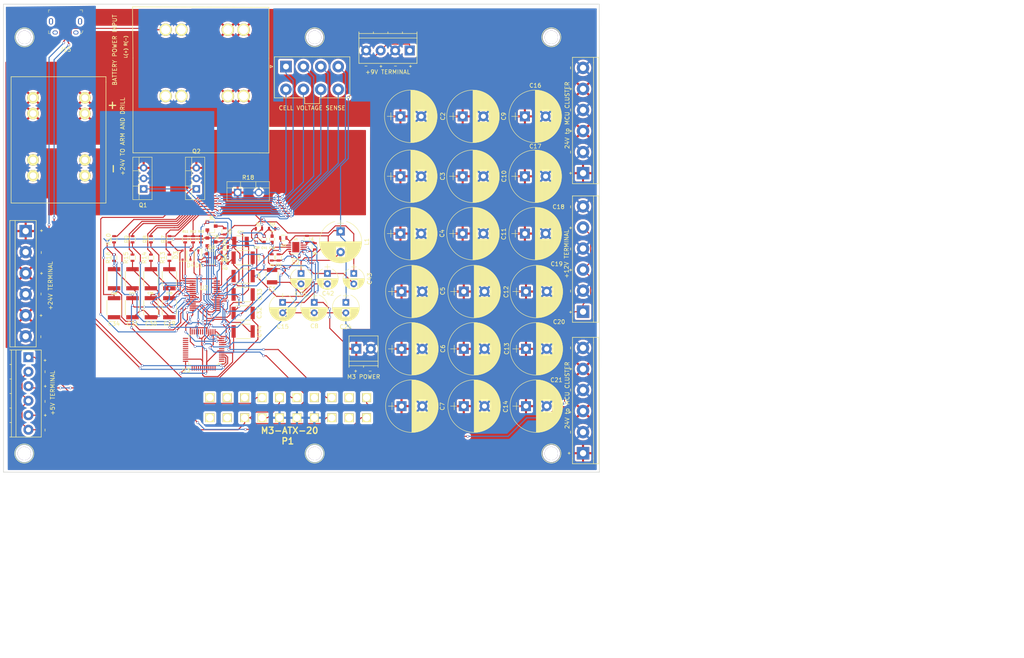
<source format=kicad_pcb>
(kicad_pcb (version 20221018) (generator pcbnew)
  (layers (0 "F.Cu" signal) (31 "B.Cu" signal) (34 "B.Paste" user) (35 "F.Paste" user) (36 "B.SilkS" user "B.Silkscreen") (37 "F.SilkS" user "F.Silkscreen") (38 "B.Mask" user) (39 "F.Mask" user) (44 "Edge.Cuts" user))
  (net 0 "")
  (net 1 "BATT+")
  (net 2 "-12V")
  (net 3 "Net-(C15-Pad1)")
  (net 4 "Net-(C22-Pad1)")
  (net 5 "Net-(C22-Pad2)")
  (net 6 "+9V")
  (net 7 "Net-(C23-Pad2)")
  (net 8 "CAP2")
  (net 9 "Net-(C26-Pad2)")
  (net 10 "VCC")
  (net 11 "Net-(C28-Pad2)")
  (net 12 "Net-(C29-Pad1)")
  (net 13 "Net-(C29-Pad2)")
  (net 14 "Net-(C30-Pad1)")
  (net 15 "Net-(C31-Pad1)")
  (net 16 "Net-(C33-Pad1)")
  (net 17 "Net-(C34-Pad1)")
  (net 18 "Net-(C34-Pad2)")
  (net 19 "Net-(C35-Pad1)")
  (net 20 "BOOT_VC1")
  (net 21 "Net-(C38-Pad1)")
  (net 22 "SRP")
  (net 23 "SRN")
  (net 24 "BAT1")
  (net 25 "REGSRC")
  (net 26 "Net-(D1-Pad1)")
  (net 27 "Net-(D1-Pad2)")
  (net 28 "CELL_1+")
  (net 29 "CELL_2+")
  (net 30 "CELL_3+")
  (net 31 "A")
  (net 32 "CELL_5+")
  (net 33 "CELL_6+")
  (net 34 "CELL_7+")
  (net 35 "CELL_8+")
  (net 36 "+12V")
  (net 37 "-5V")
  (net 38 "+5V_1")
  (net 39 "+5V_2")
  (net 40 "+5V_3")
  (net 41 "-3.3V")
  (net 42 "+3.3V_1")
  (net 43 "+3.3V_2")
  (net 44 "+3.3V_3")
  (net 45 "USB_D+")
  (net 46 "Net-(J15-Pad4)")
  (net 47 "USB_D-")
  (net 48 "Net-(J15-Pad1)")
  (net 49 "Net-(J15-Pad6)")
  (net 50 "Net-(P1-Pad4)")
  (net 51 "/Low Power Circuit /PG")
  (net 52 "Net-(P1-Pad13)")
  (net 53 "/HighPowerCircuit/PG")
  (net 54 "Net-(P1-Pad17)")
  (net 55 "Net-(P1-Pad18)")
  (net 56 "/HighPowerCircuit/CHG")
  (net 57 "BOOT_MC")
  (net 58 "BOOT_TS1")
  (net 59 "Net-(Q5-Pad3)")
  (net 60 "/HighPowerCircuit/FB")
  (net 61 "Net-(R6-Pad1)")
  (net 62 "/HighPowerCircuit/SENSE_R")
  (net 63 "Net-(TH2-Pad1)")
  (net 64 "/Low Power Circuit /9V_PGOOD")
  (net 65 "/HighPowerCircuit/9V_EN")
  (net 66 "/HighPowerCircuit/DSG")
  (net 67 "SDA")
  (net 68 "SCL")
  (net 69 "ALERT")
  (net 70 "Net-(U3-Pad1)")
  (net 71 "Net-(U3-Pad2)")
  (net 72 "Net-(U3-Pad7)")
  (net 73 "Net-(U3-Pad8)")
  (net 74 "Net-(U3-Pad19)")
  (net 75 "Net-(U3-Pad20)")
  (net 76 "Net-(U3-Pad21)")
  (net 77 "Net-(U3-Pad22)")
  (net 78 "Net-(U3-Pad23)")
  (net 79 "Net-(U3-Pad24)")
  (net 80 "Net-(U3-Pad25)")
  (net 81 "Net-(U3-Pad26)")
  (net 82 "Net-(U3-Pad27)")
  (net 83 "Net-(U3-Pad28)")
  (net 84 "Net-(U3-Pad29)")
  (net 85 "Net-(U3-Pad30)")
  (net 86 "Net-(U3-Pad31)")
  (net 87 "Net-(U3-Pad32)")
  (net 88 "Net-(U3-Pad33)")
  (net 89 "Net-(U3-Pad34)")
  (net 90 "Net-(U3-Pad37)")
  (net 91 "Net-(U3-Pad38)")
  (net 92 "Net-(U3-Pad39)")
  (net 93 "Net-(U3-Pad40)")
  (net 94 "Net-(U3-Pad41)")
  (net 95 "Net-(U3-Pad43)")
  (net 96 "Net-(U3-Pad45)")
  (net 97 "Net-(U3-Pad46)")
  (net 98 "Net-(U3-Pad47)")
  (net 99 "Net-(U3-Pad48)")
  (net 100 "/HighPowerCircuit/CHG_T")
  (net 101 "Cell_1-")
  (footprint "Capacitors_SMD:C_1210" (layer "F.Cu") (at 144.1196 98.2472 90)
    (fp_text reference "C1")
    (fp_text value "4.7uF")
  )
  (footprint "Capacitors_THT:CP_Radial_D12.5mm_P5.00mm" (layer "F.Cu") (at 175.055 59.702)
    (fp_text reference "C2")
    (fp_text value "680uF")
  )
  (footprint "Capacitors_THT:CP_Radial_D12.5mm_P5.00mm" (layer "F.Cu") (at 175.055 74.162)
    (fp_text reference "C3")
    (fp_text value "680uF")
  )
  (footprint "Capacitors_THT:CP_Radial_D12.5mm_P5.00mm" (layer "F.Cu") (at 175.055 87.987)
    (fp_text reference "C4")
    (fp_text value "680uF")
  )
  (footprint "Capacitors_THT:CP_Radial_D12.5mm_P5.00mm" (layer "F.Cu") (at 175.325 101.967)
    (fp_text reference "C5")
    (fp_text value "680uF")
  )
  (footprint "Capacitors_THT:CP_Radial_D12.5mm_P5.00mm" (layer "F.Cu") (at 175.325 115.792)
    (fp_text reference "C6")
    (fp_text value "680uF")
  )
  (footprint "Capacitors_THT:CP_Radial_D12.5mm_P5.00mm" (layer "F.Cu") (at 175.325 129.617)
    (fp_text reference "C7")
    (fp_text value "680uF")
  )
  (footprint "Capacitors_THT:CP_Radial_D6.3mm_P2.50mm" (layer "F.Cu") (at 154.2796 104.5972 -90)
    (fp_text reference "C8")
    (fp_text value "100uF")
  )
  (footprint "Capacitors_THT:CP_Radial_D12.5mm_P5.00mm" (layer "F.Cu") (at 190.055 59.702)
    (fp_text reference "C9")
    (fp_text value "680uF")
  )
  (footprint "Capacitors_THT:CP_Radial_D12.5mm_P5.00mm" (layer "F.Cu") (at 190.055 74.162)
    (fp_text reference "C10")
    (fp_text value "680uF")
  )
  (footprint "Capacitors_THT:CP_Radial_D12.5mm_P5.00mm" (layer "F.Cu") (at 190.055 87.987)
    (fp_text reference "C11")
    (fp_text value "680uF")
  )
  (footprint "Capacitors_THT:CP_Radial_D12.5mm_P5.00mm" (layer "F.Cu") (at 190.325 101.967)
    (fp_text reference "C12")
    (fp_text value "680uF")
  )
  (footprint "Capacitors_THT:CP_Radial_D12.5mm_P5.00mm" (layer "F.Cu") (at 190.325 115.792)
    (fp_text reference "C13")
    (fp_text value "680uF")
  )
  (footprint "Capacitors_THT:CP_Radial_D12.5mm_P5.00mm" (layer "F.Cu") (at 190.325 129.617)
    (fp_text reference "C14")
    (fp_text value "680uF")
  )
  (footprint "Capacitors_THT:CP_Radial_D6.3mm_P2.50mm" (layer "F.Cu") (at 146.6596 104.5972 -90)
    (fp_text reference "C15")
    (fp_text value "100uF")
  )
  (footprint "Capacitors_THT:CP_Radial_D12.5mm_P5.00mm" (layer "F.Cu") (at 205.055 59.702)
    (fp_text reference "C16")
    (fp_text value "680uF")
  )
  (footprint "Capacitors_THT:CP_Radial_D12.5mm_P5.00mm" (layer "F.Cu") (at 205.055 74.162)
    (fp_text reference "C17")
    (fp_text value "680uF")
  )
  (footprint "Capacitors_THT:CP_Radial_D12.5mm_P5.00mm" (layer "F.Cu") (at 205.055 87.987)
    (fp_text reference "C18")
    (fp_text value "680uF")
  )
  (footprint "Capacitors_THT:CP_Radial_D12.5mm_P5.00mm" (layer "F.Cu") (at 205.325 101.967)
    (fp_text reference "C19")
    (fp_text value "680uF")
  )
  (footprint "Capacitors_THT:CP_Radial_D12.5mm_P5.00mm" (layer "F.Cu") (at 205.325 115.792)
    (fp_text reference "C20")
    (fp_text value "680uF")
  )
  (footprint "Capacitors_THT:CP_Radial_D12.5mm_P5.00mm" (layer "F.Cu") (at 205.325 129.617)
    (fp_text reference "C21")
    (fp_text value "680uF")
  )
  (footprint "Resistors_SMD:R_0603" (layer "F.Cu") (at 145.669 93.738 90)
    (fp_text reference "C22")
    (fp_text value "10nF")
  )
  (footprint "Resistors_SMD:R_0603" (layer "F.Cu") (at 146.812 89.027 180)
    (fp_text reference "C23")
    (fp_text value "10nF")
  )
  (footprint "Capacitors_THT:CP_Radial_D6.3mm_P2.50mm" (layer "F.Cu") (at 161.8996 104.5972 -90)
    (fp_text reference "C24")
    (fp_text value "68uF")
  )
  (footprint "Capacitors_THT:CP_Radial_D5.0mm_P2.50mm" (layer "F.Cu") (at 151.1046 97.6122 -90)
    (fp_text reference "C25")
    (fp_text value "10uF")
  )
  (footprint "Capacitors_SMD:C_1812" (layer "F.Cu") (at 137.1346 93.8022)
    (fp_text reference "C26")
    (fp_text value "1 uF")
  )
  (footprint "Capacitors_SMD:C_1210" (layer "F.Cu") (at 136.4996 89.9922 180)
    (fp_text reference "C27")
    (fp_text value "4.7 uF")
  )
  (footprint "Capacitors_SMD:C_1812" (layer "F.Cu") (at 137.1346 98.2472 180)
    (fp_text reference "C28")
    (fp_text value "1 uF")
  )
  (footprint "Capacitors_SMD:C_1812" (layer "F.Cu") (at 119.3546 105.8672 90)
    (fp_text reference "C29")
    (fp_text value "1 uF")
  )
  (footprint "Capacitors_SMD:C_1812" (layer "F.Cu") (at 114.9096 105.8672 90)
    (fp_text reference "C30")
    (fp_text value "1 uF")
  )
  (footprint "Capacitors_SMD:C_1812" (layer "F.Cu") (at 110.4646 105.8672 -90)
    (fp_text reference "C31")
    (fp_text value "1 uF")
  )
  (footprint "Capacitors_SMD:C_1812" (layer "F.Cu") (at 137.1346 107.1372)
    (fp_text reference "C32")
    (fp_text value "1 uF")
  )
  (footprint "Capacitors_SMD:C_1812" (layer "F.Cu") (at 137.1346 102.6922 180)
    (fp_text reference "C33")
    (fp_text value "1 uF")
  )
  (footprint "Capacitors_SMD:C_1812" (layer "F.Cu") (at 106.0196 105.8672 90)
    (fp_text reference "C34")
    (fp_text value "1 uF")
  )
  (footprint "Capacitors_SMD:C_1812" (layer "F.Cu") (at 119.3546 98.8822 90)
    (fp_text reference "C35")
    (fp_text value "1 uF")
  )
  (footprint "Capacitors_SMD:C_1812" (layer "F.Cu") (at 114.9096 98.8822 90)
    (fp_text reference "C36")
    (fp_text value "1 uF")
  )
  (footprint "Capacitors_SMD:C_1812" (layer "F.Cu") (at 110.4646 98.8822 90)
    (fp_text reference "C37")
    (fp_text value "1 uF")
  )
  (footprint "Capacitors_SMD:C_1812" (layer "F.Cu") (at 106.0196 98.8822 90)
    (fp_text reference "C38")
    (fp_text value "1 uF")
  )
  (footprint "Capacitors_SMD:C_0603" (layer "F.Cu") (at 140.3096 89.3572 -90)
    (fp_text reference "C39")
    (fp_text value "0.1uF")
  )
  (footprint "Capacitors_SMD:C_0603" (layer "F.Cu") (at 144.1196 89.3572 90)
    (fp_text reference "C40")
    (fp_text value "0.1uF")
  )
  (footprint "Capacitors_SMD:C_0603" (layer "F.Cu") (at 142.2146 89.3572 -90)
    (fp_text reference "C41")
    (fp_text value "0.1uF")
  )
  (footprint "Capacitors_THT:CP_Radial_D5.0mm_P2.50mm" (layer "F.Cu") (at 157.4546 97.6122 -90)
    (fp_text reference "C42")
    (fp_text value "10 uF")
  )
  (footprint "Capacitors_THT:CP_Radial_D5.0mm_P2.50mm" (layer "F.Cu") (at 163.8046 97.6122 -90)
    (fp_text reference "C43")
    (fp_text value "10 uF")
  )
  (footprint "Capacitors_SMD:C_1812" (layer "F.Cu") (at 137.1346 111.5822 180)
    (fp_text reference "C44")
    (fp_text value "1 uF")
  )
  (footprint "Diodes_SMD:D_SOD-323F" (layer "F.Cu") (at 126.3396 93.1672 -90)
    (fp_text reference "D1")
    (fp_text value "D_Small_ALT")
  )
  (footprint "Diodes_SMD:D_0603" (layer "F.Cu") (at 149.8346 93.4212)
    (fp_text reference "D2")
    (fp_text value "D_Zener_Small_ALT")
  )
  (footprint "Diodes_SMD:D_SOD-323F" (layer "F.Cu") (at 122.5296 93.1672 90)
    (fp_text reference "D3")
    (fp_text value "D_Small")
  )
  (footprint "Diodes_SMD:D_SOD-323F" (layer "F.Cu") (at 124.4346 93.1672 90)
    (fp_text reference "D4")
    (fp_text value "D_Small")
  )
  (footprint "Connectors_Molex:Molex_MiniFit-JR-5556-08A_2x04x4.20mm_Straight" (layer "F.Cu") (at 147.4634 47.6876)
    (fp_text reference "CELL VOLTAGE SENSE")
    (fp_text value "Cell Voltage Sense")
  )
  (footprint "USST-footprints:Phoenix_Contact_1845344_Ver2" (layer "F.Cu") (at 115.655 50.722)
    (fp_text reference "BATTERY POWER INPUT")
    (fp_text value "BATT_PWR")
  )
  (footprint "TerminalBlocks_Phoenix:TerminalBlock_Phoenix_PT-3.5mm_2pol" (layer "F.Cu") (at 164.4142 115.7732)
    (fp_text reference "M3 POWER")
    (fp_text value "M3-ATX-20-PWR")
  )
  (footprint "USST-footprints:Phoenix_Contact_1770539" (layer "F.Cu") (at 98.9838 55.2196 -90)
    (fp_text reference "+24V TO ARM AND DRILL")
    (fp_text value "BACK_EXT_24V")
  )
  (footprint "USST-footprints:TerminalBlock_Pheonix_PT-5mm_6pol" (layer "F.Cu") (at 219.075 73.406 90)
    (fp_text reference "24V to MCU CLUSTER")
    (fp_text value "MC_STACK_1")
  )
  (footprint "USST-footprints:TerminalBlock_Pheonix_PT-5mm_6pol" (layer "F.Cu") (at 219.075 140.97 90)
    (fp_text reference "24V to MCU CLUSTER")
    (fp_text value "MC_STACK_2")
  )
  (footprint "USST-footprints:TerminalBlock_Pheonix_PT-5mm_6pol" (layer "F.Cu") (at 84.709 87.376 -90)
    (fp_text reference "+24V TERMINAL")
    (fp_text value "24V_INT_PWR_BLK")
  )
  (footprint "TerminalBlocks_Phoenix:TerminalBlock_Phoenix_PT-3.5mm_6pol" (layer "F.Cu") (at 85.3694 117.8156 -90)
    (fp_text reference "+5V TERMINAL")
    (fp_text value "5V_INT_PWR_BLK")
  )
  (footprint "USST-footprints:TerminalBlock_Pheonix_PT-5mm_6pol" (layer "F.Cu") (at 219.075 106.8324 90)
    (fp_text reference "+12V TERMINAL")
    (fp_text value "12V_INT_PWR_BLK")
  )
  (footprint "Terminal_Blocks:TerminalBlock_Pheonix_PT-3.5mm_4pol" (layer "F.Cu") (at 177.292 43.815 180)
    (fp_text reference "+9V TERMINAL")
    (fp_text value "9V_PWR_TERMBLK")
  )
  (footprint "digikey-footprints:USB_Micro_B_Female_10118194-0001LF" (layer "F.Cu") (at 94.3154 39.4792 180)
    (fp_text reference "J15")
    (fp_text value "USB_OTG")
  )
  (footprint "Capacitors_THT:CP_Radial_D10.0mm_P5.00mm" (layer "F.Cu") (at 160.6296 87.4522 -90)
    (fp_text reference "L1")
    (fp_text value "39uH")
  )
  (footprint "USST-footprints:ATX20" (layer "F.Cu") (at 148.00072 122.72264 180)
    (fp_text reference "P1")
    (fp_text value "M3-ATX-20")
  )
  (footprint "TO_SOT_Packages_SMD:SOT-23" (layer "F.Cu") (at 129.5146 89.9922)
    (fp_text reference "Q3")
    (fp_text value "BSS84")
  )
  (footprint "TO_SOT_Packages_SMD:SOT-23" (layer "F.Cu") (at 129.5146 93.8022)
    (fp_text reference "Q4")
    (fp_text value "BSS83P")
  )
  (footprint "TO_SOT_Packages_SMD:SOT-23" (layer "F.Cu") (at 129.5146 86.1822)
    (fp_text reference "Q5")
    (fp_text value "BSS138")
  )
  (footprint "Resistors_SMD:R_0603" (layer "F.Cu") (at 132.6896 91.2622)
    (fp_text reference "R1")
    (fp_text value "1M")
  )
  (footprint "Resistors_SMD:R_0603" (layer "F.Cu") (at 132.6896 89.9922)
    (fp_text reference "R2")
    (fp_text value "1M")
  )
  (footprint "Resistors_SMD:R_0603" (layer "F.Cu") (at 144.018 93.738 -90)
    (fp_text reference "R3")
    (fp_text value "20k")
  )
  (footprint "Resistors_SMD:R_0603" (layer "F.Cu") (at 152.527 89.281 -90)
    (fp_text reference "R4")
    (fp_text value "300k")
  )
  (footprint "Resistors_SMD:R_0603" (layer "F.Cu") (at 154.432 91.059 -90)
    (fp_text reference "R5")
    (fp_text value "30k")
  )
  (footprint "Resistors_SMD:R_0603" (layer "F.Cu") (at 132.6896 92.5322 180)
    (fp_text reference "R6")
    (fp_text value "10k")
  )
  (footprint "Resistors_SMD:R_0603" (layer "F.Cu") (at 119.3546 89.3572 -90)
    (fp_text reference "R7")
    (fp_text value "1k")
  )
  (footprint "Resistors_SMD:R_0603" (layer "F.Cu") (at 114.9096 89.3572 -90)
    (fp_text reference "R8")
    (fp_text value "1k")
  )
  (footprint "Resistors_SMD:R_0603" (layer "F.Cu") (at 110.4646 89.3572 -90)
    (fp_text reference "R9")
    (fp_text value "1k")
  )
  (footprint "Resistors_SMD:R_0603" (layer "F.Cu") (at 106.0196 89.3572 -90)
    (fp_text reference "R10")
    (fp_text value "1k")
  )
  (footprint "Resistors_SMD:R_0603" (layer "F.Cu") (at 123.1646 89.3572 -90)
    (fp_text reference "R11")
    (fp_text value "1k")
  )
  (footprint "Resistors_SMD:R_0603" (layer "F.Cu") (at 125.0696 89.3572 -90)
    (fp_text reference "R12")
    (fp_text value "1k")
  )
  (footprint "Resistors_SMD:R_0603" (layer "F.Cu") (at 119.3546 93.8022 -90)
    (fp_text reference "R13")
    (fp_text value "1k")
  )
  (footprint "Resistors_SMD:R_0603" (layer "F.Cu") (at 114.9096 93.8022 -90)
    (fp_text reference "R14")
    (fp_text value "1k")
  )
  (footprint "Resistors_SMD:R_0603" (layer "F.Cu") (at 110.4646 93.8022 -90)
    (fp_text reference "R15")
    (fp_text value "1k")
  )
  (footprint "Resistors_SMD:R_0603" (layer "F.Cu") (at 106.0196 93.8022 -90)
    (fp_text reference "R16")
    (fp_text value "1k")
  )
  (footprint "Resistors_SMD:R_0603" (layer "F.Cu") (at 140.9446 86.8172 180)
    (fp_text reference "R17")
    (fp_text value "100")
  )
  (footprint "USST-footprints:TO-220-2_Vertical_Ver2" (layer "F.Cu") (at 135.8138 78.0796)
    (fp_text reference "R18")
    (fp_text value "5m")
  )
  (footprint "Resistors_SMD:R_0603" (layer "F.Cu") (at 144.1196 86.8172 180)
    (fp_text reference "R19")
    (fp_text value "100")
  )
  (footprint "Resistors_SMD:R_0603" (layer "F.Cu") (at 126.9746 89.3572 90)
    (fp_text reference "R20")
    (fp_text value "100")
  )
  (footprint "Resistors_SMD:R_0603" (layer "F.Cu") (at 132.6896 87.4522 -90)
    (fp_text reference "R21")
    (fp_text value "100")
  )
  (footprint "Resistors_SMD:R_0603" (layer "F.Cu") (at 132.6896 93.8022)
    (fp_text reference "TH1")
    (fp_text value "10k")
  )
  (footprint "Resistors_SMD:R_0603" (layer "F.Cu") (at 132.6896 95.0722)
    (fp_text reference "TH2")
    (fp_text value "10k")
  )
  (footprint "USST-footprints:QFN_10" (layer "F.Cu") (at 149.8346 89.3572 180)
    (fp_text reference "U1")
    (fp_text value "MP2492")
  )
  (footprint "USST-footprints:30-TSSOP" (layer "F.Cu") (at 125.7046 92.5322 180)
    (fp_text reference "U2")
    (fp_text value "bq76930")
  )
  (footprint "USST-footprints:TQFP-48_7x7mm_Pitch0.5mm" (layer "F.Cu") (at 127.6096 116.0272 180)
    (fp_text reference "U3")
    (fp_text value "SAMD21")
  )
  (footprint "TO_SOT_Packages_THT:TO-220-3_Vertical" (layer "F.Cu") (at 113.157 77.216 90)
    (fp_text reference "Q1")
    (fp_text value "IRF3205")
  )
  (footprint "TO_SOT_Packages_THT:TO-220-3_Vertical" (layer "F.Cu") (at 125.857 77.216 90)
    (fp_text reference "Q2")
    (fp_text value "IRF3205")
  )
  (footprint "Connect:1pin" (layer "F.Cu") (at 84.38 141.04)
    (fp_text reference "REF**" hide)
    (fp_text value "1pin")
  )
  (footprint "Connect:1pin" (layer "F.Cu") (at 211.44 141.04)
    (fp_text reference "REF**" hide)
    (fp_text value "1pin")
  )
  (footprint "Connect:1pin" (layer "F.Cu") (at 211.44 40.63)
    (fp_text reference "REF**" hide)
    (fp_text value "1pin")
  )
  (footprint "Connect:1pin" (layer "F.Cu") (at 84.43 40.64)
    (fp_text reference "REF**" hide)
    (fp_text value "1pin")
  )
  (footprint "Connect:1pin" (layer "F.Cu") (at 154.38 141.04)
    (fp_text reference "REF**" hide)
    (fp_text value "1pin")
  )
  (footprint "Connect:1pin" (layer "F.Cu") (at 154.38 40.63)
    (fp_text reference "REF**" hide)
    (fp_text value "1pin")
  )
  (gr_line (start 222.99 32.64) (end 223.02 145.54) (stroke (width 0.15)) (layer "Edge.Cuts"))
  (gr_line (start 79.37 145.54) (end 79.37 32.64) (stroke (width 0.15)) (layer "Edge.Cuts"))
  (gr_line (start 79.37 145.54) (end 223.02 145.54) (stroke (width 0.15)) (layer "Edge.Cuts"))
  (gr_line (start 79.37 32.64) (end 222.99 32.64) (stroke (width 0.15)) (layer "Edge.Cuts"))
  (gr_text "+" (at 88.4682 87.2744 90) (layer "F.SilkS") (effects (font (size 0.7 0.7))))
  (gr_text "+" (at 88.4682 97.5868 90) (layer "F.SilkS") (effects (font (size 0.7 0.7))))
  (gr_text "+" (at 88.3666 107.7468 90) (layer "F.SilkS") (effects (font (size 0.7 0.7))))
  (gr_text "+" (at 89.3318 118.5672 90) (layer "F.SilkS") (effects (font (size 0.7 0.7))))
  (gr_text "+" (at 89.3826 124.8156 90) (layer "F.SilkS") (effects (font (size 0.7 0.7))))
  (gr_text "+" (at 89.3826 131.826 90) (layer "F.SilkS") (effects (font (size 0.7 0.7))))
  (gr_text "-\n" (at 89.3318 135.382 90) (layer "F.SilkS") (effects (font (size 0.7 0.7))))
  (gr_text "-\n" (at 89.3318 128.4732 90) (layer "F.SilkS") (effects (font (size 0.7 0.7))))
  (gr_text "-\n" (at 89.3318 121.3104 90) (layer "F.SilkS") (effects (font (size 0.7 0.7))))
  (gr_text "-\n" (at 88.3158 112.8776 90) (layer "F.SilkS") (effects (font (size 0.7 0.7))))
  (gr_text "-\n" (at 88.3666 102.5652 90) (layer "F.SilkS") (effects (font (size 0.7 0.7))))
  (gr_text "-\n" (at 88.4174 92.5576 90) (layer "F.SilkS") (effects (font (size 0.7 0.7))))
  (gr_text "+" (at 215.6714 140.97 90) (layer "F.SilkS") (effects (font (size 0.7 0.7))))
  (gr_text "+" (at 215.8746 131.064 90) (layer "F.SilkS") (effects (font (size 0.7 0.7))))
  (gr_text "+" (at 216.027 120.65 90) (layer "F.SilkS") (effects (font (size 0.7 0.7))))
  (gr_text "+" (at 216.027 106.934 90) (layer "F.SilkS") (effects (font (size 0.7 0.7))))
  (gr_text "+" (at 216.027 96.774 90) (layer "F.SilkS") (effects (font (size 0.7 0.7))))
  (gr_text "+" (at 216.027 86.614 90) (layer "F.SilkS") (effects (font (size 0.7 0.7))))
  (gr_text "+" (at 216.027 73.406 90) (layer "F.SilkS") (effects (font (size 0.7 0.7))))
  (gr_text "-\n" (at 216.027 68.326 90) (layer "F.SilkS") (effects (font (size 0.7 0.7))))
  (gr_text "+" (at 216.027 63.246 90) (layer "F.SilkS") (effects (font (size 0.7 0.7))))
  (gr_text "+" (at 216.027 53.086 90) (layer "F.SilkS") (effects (font (size 0.7 0.7))))
  (gr_text "-\n" (at 216.027 58.166 90) (layer "F.SilkS") (effects (font (size 0.7 0.7))))
  (gr_text "-\n" (at 216.027 48.006 90) (layer "F.SilkS") (effects (font (size 0.7 0.7))))
  (gr_text "-\n" (at 216.027 91.694 90) (layer "F.SilkS") (effects (font (size 0.7 0.7))))
  (gr_text "-\n" (at 216.027 101.854 90) (layer "F.SilkS") (effects (font (size 0.7 0.7))))
  (gr_text "-\n" (at 216.027 81.534 90) (layer "F.SilkS") (effects (font (size 0.7 0.7))))
  (gr_text "-\n" (at 216.027 115.57 90) (layer "F.SilkS") (effects (font (size 0.7 0.7))))
  (gr_text "-\n" (at 216.027 125.73 90) (layer "F.SilkS") (effects (font (size 0.7 0.7))))
  (gr_text "-\n" (at 216.027 135.89 90) (layer "F.SilkS") (effects (font (size 0.7 0.7))))
  (gr_text "+" (at 177.419 47.625 90) (layer "F.SilkS") (effects (font (size 0.7 0.7))))
  (gr_text "+" (at 170.307 47.625 90) (layer "F.SilkS") (effects (font (size 0.7 0.7))))
  (gr_text "-\n" (at 166.751 47.625 180) (layer "F.SilkS") (effects (font (size 0.7 0.7))))
  (gr_text "-\n" (at 173.863 47.625 180) (layer "F.SilkS") (effects (font (size 0.7 0.7))))
  (gr_text "+" (at 164.211 121.158 90) (layer "F.SilkS") (effects (font (size 0.7 0.7))))
  (gr_text "-\n" (at 167.767 121.2088 180) (layer "F.SilkS") (effects (font (size 0.7 0.7))))
  (gr_text "+" (at 105.4862 57.0484 90) (layer "F.SilkS") (effects (font (size 2 2) (thickness 0.3))))
  (gr_text "-" (at 105.6894 72.3392 90) (layer "F.SilkS") (effects (font (size 2 2) (thickness 0.3))))
  (gr_text "L(+) R(-)" (at 108.839 42.926 90) (layer "F.SilkS") (effects (font (size 0.7 0.7))))
  (segment (start 144.1196 99.7472) (end 148.3882 99.7472) (width 0.25) (layer "F.Cu") (net 1))
  (segment (start 151.834 92.8116) (end 151.2846 92.2622) (width 0.25) (layer "F.Cu") (net 1))
  (segment (start 151.1554 102.5144) (end 154.2796 99.3902) (width 0.25) (layer "F.Cu") (net 1))
  (segment (start 154.2796 99.3902) (end 154.2796 99.314) (width 0.25) (layer "F.Cu") (net 1))
  (segment (start 154.2796 104.5972) (end 156.4386 104.5972) (width 0.25) (layer "F.Cu") (net 1))
  (segment (start 158.0134 108.1532) (end 158.0134 110.8224) (width 0.25) (layer "F.Cu") (net 1))
  (segment (start 156.4386 104.5972) (end 158.0134 106.172) (width 0.25) (layer "F.Cu") (net 1))
  (segment (start 162.9642 115.7732) (end 164.4142 115.7732) (width 0.25) (layer "F.Cu") (net 1))
  (segment (start 148.3882 99.7472) (end 151.1554 102.5144) (width 0.25) (layer "F.Cu") (net 1))
  (segment (start 158.0134 110.8224) (end 162.9642 115.7732) (width 0.25) (layer "F.Cu") (net 1))
  (segment (start 151.8666 92.8116) (end 151.834 92.8116) (width 0.25) (layer "F.Cu") (net 1))
  (segment (start 154.305 95.0976) (end 152.9334 95.0976) (width 0.25) (layer "F.Cu") (net 1))
  (via (at 154.2796 99.314) (size 0.6) (drill 0.4) (layers "F.Cu" "B.Cu") (net 1))
  (via (at 158.0134 108.1532) (size 0.6) (drill 0.4) (layers "F.Cu" "B.Cu") (net 1))
  (via (at 154.305 95.0976) (size 0.6) (drill 0.4) (layers "F.Cu" "B.Cu") (net 1))
  (via (at 151.1554 102.5144) (size 0.6) (drill 0.4) (layers "F.Cu" "B.Cu") (net 1))
  (via (at 151.8666 92.8116) (size 0.6) (drill 0.4) (layers "F.Cu" "B.Cu") (net 1))
  (via (at 158.0134 106.172) (size 0.6) (drill 0.4) (layers "F.Cu" "B.Cu") (net 1))
  (via (at 152.9334 95.0976) (size 0.6) (drill 0.4) (layers "F.Cu" "B.Cu") (net 1))
  (segment (start 154.579599 95.372199) (end 154.305 95.0976) (width 0.25) (layer "B.Cu") (net 1))
  (segment (start 154.2796 99.314) (end 154.579599 99.014001) (width 0.25) (layer "B.Cu") (net 1))
  (segment (start 152.9334 93.8784) (end 151.8666 92.8116) (width 0.25) (layer "B.Cu") (net 1))
  (segment (start 158.0134 106.172) (end 158.0134 108.1532) (width 0.25) (layer "B.Cu") (net 1))
  (segment (start 154.2796 104.5972) (end 154.2796 99.314) (width 0.25) (layer "B.Cu") (net 1))
  (segment (start 152.9334 95.0976) (end 152.9334 93.8784) (width 0.25) (layer "B.Cu") (net 1))
  (segment (start 154.579599 99.014001) (end 154.579599 95.372199) (width 0.25) (layer "B.Cu") (net 1))
  (segment (start 150.6446 93.3072) (end 150.6846 93.3472) (width 0.25) (layer "F.Cu") (net 2))
  (segment (start 150.6846 93.3472) (end 150.6846 93.4212) (width 0.25) (layer "F.Cu") (net 2))
  (segment (start 140.4126 96.7472) (end 144.1196 96.7472) (width 0.25) (layer "F.Cu") (net 2))
  (segment (start 140.4126 96.7472) (end 140.4126 91.6192) (width 0.25) (layer "F.Cu") (net 2))
  (segment (start 151.1046 100.1122) (end 149.9216 100.1122) (width 0.25) (layer "F.Cu") (net 2))
  (segment (start 152.13546 91.7622) (end 152.64892 92.27566) (width 0.25) (layer "F.Cu") (net 2))
  (segment (start 133.867283 90.834517) (end 133.4396 91.2622) (width 0.25) (layer "F.Cu") (net 2))
  (segment (start 133.999584 90.834517) (end 133.867283 90.834517) (width 0.25) (layer "F.Cu") (net 2))
  (segment (start 140.4126 91.6192) (end 140.1826 91.3892) (width 0.25) (layer "F.Cu") (net 2))
  (segment (start 151.2846 91.7622) (end 152.13546 91.7622) (width 0.25) (layer "F.Cu") (net 2))
  (segment (start 144.3976 96.4692) (end 144.1196 96.7472) (width 0.25) (layer "F.Cu") (net 2))
  (segment (start 152.64892 92.27566) (end 153.96534 92.27566) (width 0.25) (layer "F.Cu") (net 2))
  (segment (start 146.6596 107.0972) (end 154.2796 107.0972) (width 0.25) (layer "F.Cu") (net 2))
  (segment (start 150.6446 93.8124) (end 148.055 96.402) (width 0.25) (layer "F.Cu") (net 2))
  (segment (start 150.6446 93.3072) (end 150.6446 93.8124) (width 0.25) (layer "F.Cu") (net 2))
  (segment (start 146.2786 96.4692) (end 144.3976 96.4692) (width 0.25) (layer "F.Cu") (net 2))
  (segment (start 154.2796 107.0972) (end 155.41097 107.0972) (width 0.25) (layer "F.Cu") (net 2))
  (segment (start 153.96534 92.27566) (end 154.432 91.809) (width 0.25) (layer "F.Cu") (net 2))
  (segment (start 149.9216 100.1122) (end 148.3106 98.5012) (width 0.25) (layer "F.Cu") (net 2))
  (segment (start 155.41097 107.0972) (end 161.8996 107.0972) (width 0.25) (layer "F.Cu") (net 2))
  (via (at 152.64892 92.27566) (size 0.6) (drill 0.4) (layers "F.Cu" "B.Cu") (net 2))
  (via (at 148.055 96.402) (size 0.6) (drill 0.4) (layers "F.Cu" "B.Cu") (net 2))
  (via (at 140.1826 91.3892) (size 0.6) (drill 0.4) (layers "F.Cu" "B.Cu") (net 2))
  (via (at 148.3106 98.5012) (size 0.6) (drill 0.4) (layers "F.Cu" "B.Cu") (net 2))
  (via (at 149.9216 100.1122) (size 0.6) (drill 0.4) (layers "F.Cu" "B.Cu") (net 2))
  (via (at 150.6446 93.3072) (size 0.6) (drill 0.4) (layers "F.Cu" "B.Cu") (net 2))
  (via (at 146.2786 96.4692) (size 0.6) (drill 0.4) (layers "F.Cu" "B.Cu") (net 2))
  (via (at 133.999584 90.834517) (size 0.6) (drill 0.4) (layers "F.Cu" "B.Cu") (net 2))
  (segment (start 150.6446 92.882936) (end 151.551875 91.975661) (width 0.25) (layer "B.Cu") (net 2))
  (segment (start 148.3106 98.5012) (end 146.2786 96.4692) (width 0.25) (layer "B.Cu") (net 2))
  (segment (start 140.1826 91.3892) (end 139.627917 90.834517) (width 0.25) (layer "B.Cu") (net 2))
  (segment (start 134.423848 90.834517) (end 133.999584 90.834517) (width 0.25) (layer "B.Cu") (net 2))
  (segment (start 161.8996 107.0972) (end 161.8996 109.7586) (width 0.25) (layer "B.Cu") (net 2))
  (segment (start 150.6446 93.3072) (end 150.6446 92.882936) (width 0.25) (layer "B.Cu") (net 2))
  (segment (start 161.8996 109.7586) (end 167.9142 115.7732) (width 0.25) (layer "B.Cu") (net 2))
  (segment (start 149.9216 100.1122) (end 149.9216 103.8352) (width 0.25) (layer "B.Cu") (net 2))
  (segment (start 146.3458 96.402) (end 146.2786 96.4692) (width 0.25) (layer "B.Cu") (net 2))
  (segment (start 148.055 96.402) (end 146.3458 96.402) (width 0.25) (layer "B.Cu") (net 2))
  (segment (start 149.9216 103.8352) (end 146.6596 107.0972) (width 0.25) (layer "B.Cu") (net 2))
  (segment (start 151.551875 91.975661) (end 152.348921 91.975661) (width 0.25) (layer "B.Cu") (net 2))
  (segment (start 139.627917 90.834517) (end 134.423848 90.834517) (width 0.25) (layer "B.Cu") (net 2))
  (segment (start 152.348921 91.975661) (end 152.64892 92.27566) (width 0.25) (layer "B.Cu") (net 2))
  (segment (start 151.3586 90.1882) (end 151.2846 90.2622) (width 0.25) (layer "F.Cu") (net 3))
  (segment (start 154.480346 102.0572) (end 154.90461 102.0572) (width 0.25) (layer "F.Cu") (net 3))
  (segment (start 146.6596 104.5972) (end 151.8666 104.5972) (width 0.25) (layer "F.Cu") (net 3))
  (segment (start 154.4066 102.0572) (end 154.480346 102.0572) (width 0.25) (layer "F.Cu") (net 3))
  (segment (start 151.3586 89.8652) (end 151.3586 90.1882) (width 0.25) (layer "F.Cu") (net 3))
  (segment (start 151.8666 104.5972) (end 154.4066 102.0572) (width 0.25) (layer "F.Cu") (net 3))
  (via (at 151.3586 89.8652) (size 0.6) (drill 0.4) (layers "F.Cu" "B.Cu") (net 3))
  (via (at 154.90461 102.0572) (size 0.6) (drill 0.4) (layers "F.Cu" "B.Cu") (net 3))
  (segment (start 151.3586 89.8652) (end 153.3906 89.8652) (width 0.25) (layer "B.Cu") (net 3))
  (segment (start 155.204609 94.919805) (end 155.204609 101.757201) (width 0.25) (layer "B.Cu") (net 3))
  (segment (start 154.90461 94.619806) (end 155.204609 94.919805) (width 0.25) (layer "B.Cu") (net 3))
  (segment (start 153.3906 89.8652) (end 154.90461 91.37921) (width 0.25) (layer "B.Cu") (net 3))
  (segment (start 155.204609 101.757201) (end 154.90461 102.0572) (width 0.25) (layer "B.Cu") (net 3))
  (segment (start 154.90461 91.37921) (end 154.90461 94.619806) (width 0.25) (layer "B.Cu") (net 3))
  (segment (start 146.7866 94.4372) (end 145.7198 94.4372) (width 0.25) (layer "F.Cu") (net 4))
  (segment (start 158.6446 94.4372) (end 152.732654 94.4372) (width 0.25) (layer "F.Cu") (net 4))
  (segment (start 146.6596 94.3102) (end 146.7866 94.4372) (width 0.25) (layer "F.Cu") (net 4))
  (segment (start 145.7198 94.4372) (end 145.669 94.488) (width 0.25) (layer "F.Cu") (net 4))
  (segment (start 160.6296 92.4522) (end 158.6446 94.4372) (width 0.25) (layer "F.Cu") (net 4))
  (segment (start 144.018 94.488) (end 145.669 94.488) (width 0.25) (layer "F.Cu") (net 4))
  (segment (start 148.9846 93.4212) (end 148.3846 92.8212) (width 0.25) (layer "F.Cu") (net 4))
  (segment (start 152.732654 94.4372) (end 152.30839 94.4372) (width 0.25) (layer "F.Cu") (net 4))
  (segment (start 148.3846 92.8212) (end 148.3846 92.2622) (width 0.25) (layer "F.Cu") (net 4))
  (via (at 146.7866 94.4372) (size 0.6) (drill 0.4) (layers "F.Cu" "B.Cu") (net 4))
  (via (at 152.30839 94.4372) (size 0.6) (drill 0.4) (layers "F.Cu" "B.Cu") (net 4))
  (via (at 148.9846 93.4212) (size 0.6) (drill 0.4) (layers "F.Cu" "B.Cu") (net 4))
  (segment (start 147.8026 93.4212) (end 148.9846 93.4212) (width 0.25) (layer "B.Cu") (net 4))
  (segment (start 150.5506 94.4372) (end 151.884126 94.4372) (width 0.25) (layer "B.Cu") (net 4))
  (segment (start 151.884126 94.4372) (end 152.30839 94.4372) (width 0.25) (layer "B.Cu") (net 4))
  (segment (start 148.9846 93.4212) (end 149.5346 93.4212) (width 0.25) (layer "B.Cu") (net 4))
  (segment (start 149.5346 93.4212) (end 150.5506 94.4372) (width 0.25) (layer "B.Cu") (net 4))
  (segment (start 146.7866 94.4372) (end 147.8026 93.4212) (width 0.25) (layer "B.Cu") (net 4))
  (segment (start 147.896 91.827208) (end 147.745592 91.827208) (width 0.25) (layer "F.Cu") (net 5))
  (segment (start 147.745592 91.827208) (end 146.5848 92.988) (width 0.25) (layer "F.Cu") (net 5))
  (segment (start 147.961008 91.7622) (end 147.896 91.827208) (width 0.25) (layer "F.Cu") (net 5))
  (segment (start 148.3846 91.7622) (end 147.961008 91.7622) (width 0.25) (layer "F.Cu") (net 5))
  (segment (start 146.5848 92.988) (end 145.669 92.988) (width 0.25) (layer "F.Cu") (net 5))
  (segment (start 151.1046 96.5622) (end 151.1046 97.6122) (width 0.25) (layer "F.Cu") (net 6))
  (segment (start 177.292 42.365) (end 177.292 43.815) (width 0.25) (layer "F.Cu") (net 6))
  (segment (start 152.008389 93.812199) (end 151.1046 94.715988) (width 0.25) (layer "F.Cu") (net 6))
  (segment (start 153.713803 93.812199) (end 152.008389 93.812199) (width 0.25) (layer "F.Cu") (net 6))
  (segment (start 163.0934 51.0136) (end 170.292 43.815) (width 0.25) (layer "F.Cu") (net 6))
  (segment (start 149.7032 88.531) (end 152.527 88.531) (width 0.25) (layer "F.Cu") (net 6))
  (segment (start 160.6296 87.4522) (end 160.6296 87.436124) (width 0.25) (layer "F.Cu") (net 6))
  (segment (start 148.3846 89.8496) (end 149.7032 88.531) (width 0.25) (layer "F.Cu") (net 6))
  (segment (start 152.527 88.531) (end 157.584458 88.531) (width 0.25) (layer "F.Cu") (net 6))
  (segment (start 151.1046 94.715988) (end 151.1046 96.5622) (width 0.25) (layer "F.Cu") (net 6))
  (segment (start 162.4838 55.118) (end 163.0934 54.5084) (width 0.25) (layer "F.Cu") (net 6))
  (segment (start 148.3846 89.8496) (end 147.562 89.027) (width 0.25) (layer "F.Cu") (net 6))
  (segment (start 160.450146 87.25667) (end 159.005472 87.25667) (width 0.25) (layer "F.Cu") (net 6))
  (segment (start 170.292 43.815) (end 171.817001 42.289999) (width 0.25) (layer "F.Cu") (net 6))
  (segment (start 177.216999 42.289999) (end 177.292 42.365) (width 0.25) (layer "F.Cu") (net 6))
  (segment (start 171.817001 42.289999) (end 177.216999 42.289999) (width 0.25) (layer "F.Cu") (net 6))
  (segment (start 160.505472 87.25667) (end 159.005472 87.25667) (width 0.25) (layer "F.Cu") (net 6))
  (segment (start 160.6296 87.436124) (end 160.450146 87.25667) (width 0.25) (layer "F.Cu") (net 6))
  (segment (start 160.227472 86.97867) (end 160.505472 87.25667) (width 0.25) (layer "F.Cu") (net 6))
  (segment (start 157.6578 88.604342) (end 157.6578 89.868202) (width 0.25) (layer "F.Cu") (net 6))
  (segment (start 148.3846 90.2622) (end 148.3846 89.8496) (width 0.25) (layer "F.Cu") (net 6))
  (segment (start 159.005472 87.25667) (end 157.6578 88.604342) (width 0.25) (layer "F.Cu") (net 6))
  (segment (start 157.584458 88.531) (end 157.6578 88.604342) (width 0.25) (layer "F.Cu") (net 6))
  (segment (start 163.0934 54.5084) (end 163.0934 51.0136) (width 0.25) (layer "F.Cu") (net 6))
  (segment (start 157.6578 89.868202) (end 153.713803 93.812199) (width 0.25) (layer "F.Cu") (net 6))
  (via (at 162.4838 55.118) (size 0.6) (drill 0.4) (layers "F.Cu" "B.Cu") (net 6))
  (segment (start 160.6296 71.73101) (end 162.4838 69.87681) (width 0.25) (layer "B.Cu") (net 6))
  (segment (start 161.8996 103.5472) (end 161.954601 103.492199) (width 0.25) (layer "B.Cu") (net 6))
  (segment (start 161.954601 103.492199) (end 161.954601 90.027201) (width 0.25) (layer "B.Cu") (net 6))
  (segment (start 160.6296 88.7022) (end 160.6296 87.4522) (width 0.25) (layer "B.Cu") (net 6))
  (segment (start 161.8996 104.5972) (end 161.8996 103.5472) (width 0.25) (layer "B.Cu") (net 6))
  (segment (start 160.6296 87.4522) (end 160.6296 71.73101) (width 0.25) (layer "B.Cu") (net 6))
  (segment (start 161.954601 90.027201) (end 160.6296 88.7022) (width 0.25) (layer "B.Cu") (net 6))
  (segment (start 162.4838 69.87681) (end 162.4838 55.542264) (width 0.25) (layer "B.Cu") (net 6))
  (segment (start 162.4838 55.542264) (end 162.4838 55.118) (width 0.25) (layer "B.Cu") (net 6))
  (segment (start 147.7846 90.7622) (end 148.3846 90.7622) (width 0.25) (layer "F.Cu") (net 7))
  (segment (start 146.1946 89.1596) (end 146.062 89.027) (width 0.25) (layer "F.Cu") (net 7))
  (segment (start 144.448208 92.057792) (end 144.018 92.488) (width 0.25) (layer "F.Cu") (net 7))
  (segment (start 146.1946 90.2462) (end 146.1946 89.1596) (width 0.25) (layer "F.Cu") (net 7))
  (segment (start 145.982155 92.057792) (end 144.448208 92.057792) (width 0.25) (layer "F.Cu") (net 7))
  (segment (start 146.819601 90.821201) (end 147.725599 90.821201) (width 0.25) (layer "F.Cu") (net 7))
  (segment (start 144.018 92.488) (end 144.018 92.988) (width 0.25) (layer "F.Cu") (net 7))
  (segment (start 146.2446 90.2462) (end 146.819601 90.821201) (width 0.25) (layer "F.Cu") (net 7))
  (segment (start 146.1946 90.2462) (end 146.2446 90.2462) (width 0.25) (layer "F.Cu") (net 7))
  (segment (start 147.725599 90.821201) (end 147.7846 90.7622) (width 0.25) (layer "F.Cu") (net 7))
  (via (at 146.1946 90.2462) (size 0.6) (drill 0.4) (layers "F.Cu" "B.Cu") (net 7))
  (via (at 145.982155 92.057792) (size 0.6) (drill 0.4) (layers "F.Cu" "B.Cu") (net 7))
  (segment (start 145.982155 92.057792) (end 145.982155 90.458645) (width 0.25) (layer "B.Cu") (net 7))
  (segment (start 145.982155 90.458645) (end 146.1946 90.2462) (width 0.25) (layer "B.Cu") (net 7))
  (segment (start 126.9746 91.2622) (end 126.9746 90.1072) (width 0.25) (layer "F.Cu") (net 8))
  (segment (start 133.5646 95.0722) (end 134.8346 93.8022) (width 0.25) (layer "F.Cu") (net 8))
  (segment (start 135.2296 102.6922) (end 136.1186 103.5812) (width 0.25) (layer "F.Cu") (net 8))
  (segment (start 136.1186 105.6132) (end 134.8346 106.8972) (width 0.25) (layer "F.Cu") (net 8))
  (segment (start 134.8346 106.8972) (end 134.8346 107.1372) (width 0.25) (layer "F.Cu") (net 8))
  (segment (start 127.555 85.952) (end 128.2748 85.2322) (width 0.25) (layer "F.Cu") (net 8))
  (segment (start 128.2748 85.2322) (end 128.5146 85.2322) (width 0.25) (layer "F.Cu") (net 8))
  (segment (start 136.1186 99.513686) (end 136.1186 96.8362) (width 0.25) (layer "F.Cu") (net 8))
  (segment (start 134.8346 95.5522) (end 134.8346 93.8022) (width 0.25) (layer "F.Cu") (net 8))
  (segment (start 131.189588 92.406293) (end 131.189588 91.448875) (width 0.25) (layer "F.Cu") (net 8))
  (segment (start 161.3046 97.6122) (end 163.8046 100.1122) (width 0.25) (layer "F.Cu") (net 8))
  (segment (start 135.530286 100.102) (end 135.530286 100.277286) (width 0.25) (layer "F.Cu") (net 8))
  (segment (start 134.8346 102.6922) (end 135.2296 102.6922) (width 0.25) (layer "F.Cu") (net 8))
  (segment (start 135.730286 99.902) (end 135.385084 100.247202) (width 0.25) (layer "F.Cu") (net 8))
  (segment (start 124.4346 94.2672) (end 124.4346 93.1672) (width 0.25) (layer "F.Cu") (net 8))
  (segment (start 133.403202 95.108598) (end 133.4396 95.0722) (width 0.25) (layer "F.Cu") (net 8))
  (segment (start 135.530286 100.277286) (end 135.855 100.602) (width 0.25) (layer "F.Cu") (net 8))
  (segment (start 132.689612 95.108598) (end 133.403202 95.108598) (width 0.25) (layer "F.Cu") (net 8))
  (segment (start 132.0948 101.9622) (end 130.7846 101.9622) (width 0.25) (layer "F.Cu") (net 8))
  (segment (start 157.4546 97.6122) (end 154.141364 97.6122) (width 0.25) (layer "F.Cu") (net 8))
  (segment (start 135.385084 100.247202) (end 134.355 100.247202) (width 0.25) (layer "F.Cu") (net 8))
  (segment (start 132.155 101.902) (end 132.0948 101.9622) (width 0.25) (layer "F.Cu") (net 8))
  (segment (start 157.4546 97.6122) (end 161.3046 97.6122) (width 0.25) (layer "F.Cu") (net 8))
  (segment (start 153.329588 96.800424) (end 153.029589 96.500425) (width 0.25) (layer "F.Cu") (net 8))
  (segment (start 134.8346 102.6922) (end 134.8346 100.797686) (width 0.25) (layer "F.Cu") (net 8))
  (segment (start 136.1186 96.8362) (end 134.8346 95.5522) (width 0.25) (layer "F.Cu") (net 8))
  (segment (start 131.189588 91.448875) (end 130.896995 91.156282) (width 0.25) (layer "F.Cu") (net 8))
  (segment (start 154.141364 97.6122) (end 153.329588 96.800424) (width 0.25) (layer "F.Cu") (net 8))
  (segment (start 135.730286 99.902) (end 136.1186 99.513686) (width 0.25) (layer "F.Cu") (net 8))
  (segment (start 135.530286 100.102) (end 135.730286 99.902) (width 0.25) (layer "F.Cu") (net 8))
  (segment (start 135.855 100.602) (end 137.655 100.602) (width 0.25) (layer "F.Cu") (net 8))
  (segment (start 134.8346 100.797686) (end 135.530286 100.102) (width 0.25) (layer "F.Cu") (net 8))
  (via (at 124.4346 93.1672) (size 0.6) (drill 0.4) (layers "F.Cu" "B.Cu") (net 8))
  (via (at 130.896995 91.156282) (size 0.6) (drill 0.4) (layers "F.Cu" "B.Cu") (net 8))
  (via (at 132.689612 95.108598) (size 0.6) (drill 0.4) (layers "F.Cu" "B.Cu") (net 8))
  (via (at 137.655 100.602) (size 0.6) (drill 0.4) (layers "F.Cu" "B.Cu") (net 8))
  (via (at 134.355 100.247202) (size 0.6) (drill 0.4) (layers "F.Cu" "B.Cu") (net 8))
  (via (at 136.1186 105.6132) (size 0.6) (drill 0.4) (layers "F.Cu" "B.Cu") (net 8))
  (via (at 136.1186 103.5812) (size 0.6) (drill 0.4) (layers "F.Cu" "B.Cu") (net 8))
  (via (at 132.155 101.902) (size 0.6) (drill 0.4) (layers "F.Cu" "B.Cu") (net 8))
  (via (at 126.9746 91.2622) (size 0.6) (drill 0.4) (layers "F.Cu" "B.Cu") (net 8))
  (via (at 153.029589 96.500425) (size 0.6) (drill 0.4) (layers "F.Cu" "B.Cu") (net 8))
  (via (at 128.5146 85.2322) (size 0.6) (drill 0.4) (layers "F.Cu" "B.Cu") (net 8))
  (via (at 127.555 85.952) (size 0.6) (drill 0.4) (layers "F.Cu" "B.Cu") (net 8))
  (via (at 131.189588 92.406293) (size 0.6) (drill 0.4) (layers "F.Cu" "B.Cu") (net 8))
  (segment (start 124.4346 93.1672) (end 126.3396 91.2622) (width 0.25) (layer "B.Cu") (net 8))
  (segment (start 126.3396 91.2622) (end 126.9746 91.2622) (width 0.25) (layer "B.Cu") (net 8))
  (segment (start 136.1186 103.5812) (end 136.1186 105.6132) (width 0.25) (layer "B.Cu") (net 8))
  (segment (start 126.9746 86.5324) (end 127.555 85.952) (width 0.25) (layer "B.Cu") (net 8))
  (segment (start 134.355 100.247202) (end 133.809798 100.247202) (width 0.25) (layer "B.Cu") (net 8))
  (segment (start 126.9746 91.2622) (end 126.9746 86.5324) (width 0.25) (layer "B.Cu") (net 8))
  (segment (start 128.5146 85.2322) (end 133.1852 85.2322) (width 0.25) (layer "B.Cu") (net 8))
  (segment (start 140.355 100.602) (end 145.255 95.702) (width 0.25) (layer "B.Cu") (net 8))
  (segment (start 137.655 100.602) (end 140.355 100.602) (width 0.25) (layer "B.Cu") (net 8))
  (segment (start 132.689612 94.684334) (end 132.689612 95.108598) (width 0.25) (layer "B.Cu") (net 8))
  (segment (start 152.231164 95.702) (end 152.72959 96.200426) (width 0.25) (layer "B.Cu") (net 8))
  (segment (start 133.1852 85.2322) (end 133.430736 85.477736) (width 0.25) (layer "B.Cu") (net 8))
  (segment (start 131.189588 92.406293) (end 132.689612 93.906317) (width 0.25) (layer "B.Cu") (net 8))
  (segment (start 152.72959 96.200426) (end 153.029589 96.500425) (width 0.25) (layer "B.Cu") (net 8))
  (segment (start 131.196994 90.856283) (end 130.896995 91.156282) (width 0.25) (layer "B.Cu") (net 8))
  (segment (start 133.430736 88.622541) (end 131.196994 90.856283) (width 0.25) (layer "B.Cu") (net 8))
  (segment (start 133.809798 100.247202) (end 132.155 101.902) (width 0.25) (layer "B.Cu") (net 8))
  (segment (start 133.430736 85.477736) (end 133.430736 88.622541) (width 0.25) (layer "B.Cu") (net 8))
  (segment (start 132.689612 93.906317) (end 132.689612 94.684334) (width 0.25) (layer "B.Cu") (net 8))
  (segment (start 145.255 95.702) (end 152.231164 95.702) (width 0.25) (layer "B.Cu") (net 8))
  (segment (start 129.6896 100.9622) (end 129.5146 100.7872) (width 0.25) (layer "F.Cu") (net 9))
  (segment (start 129.5146 100.7872) (end 129.5146 100.0252) (width 0.25) (layer "F.Cu") (net 9))
  (segment (start 129.5146 100.0252) (end 129.5776 99.9622) (width 0.25) (layer "F.Cu") (net 9))
  (segment (start 129.5776 99.9622) (end 130.7846 99.9622) (width 0.25) (layer "F.Cu") (net 9))
  (segment (start 130.7846 100.9622) (end 129.6896 100.9622) (width 0.25) (layer "F.Cu") (net 9))
  (segment (start 131.264983 101.251543) (end 131.689247 101.251543) (width 0.25) (layer "F.Cu") (net 9))
  (segment (start 139.2796 95.7072) (end 139.204937 95.7072) (width 0.25) (layer "F.Cu") (net 9))
  (segment (start 139.4346 95.5522) (end 139.2796 95.7072) (width 0.25) (layer "F.Cu") (net 9))
  (segment (start 130.995257 101.251543) (end 131.264983 101.251543) (width 0.25) (layer "F.Cu") (net 9))
  (segment (start 139.4346 93.8022) (end 139.4346 95.5522) (width 0.25) (layer "F.Cu") (net 9))
  (segment (start 130.7846 101.4622) (end 130.7846 100.9622) (width 0.25) (layer "F.Cu") (net 9))
  (segment (start 130.7846 101.4622) (end 130.995257 101.251543) (width 0.25) (layer "F.Cu") (net 9))
  (via (at 139.204937 95.7072) (size 0.6) (drill 0.4) (layers "F.Cu" "B.Cu") (net 9))
  (via (at 131.689247 101.251543) (size 0.6) (drill 0.4) (layers "F.Cu" "B.Cu") (net 9))
  (segment (start 137.23359 95.7072) (end 131.989246 100.951544) (width 0.25) (layer "B.Cu") (net 9))
  (segment (start 139.204937 95.7072) (end 137.23359 95.7072) (width 0.25) (layer "B.Cu") (net 9))
  (segment (start 131.989246 100.951544) (end 131.689247 101.251543) (width 0.25) (layer "B.Cu") (net 9))
  (segment (start 128.3596 120.3772) (end 128.3596 118.9772) (width 0.25) (layer "F.Cu") (net 10))
  (segment (start 122.379148 121.377852) (end 122.079149 121.677851) (width 0.25) (layer "F.Cu") (net 10))
  (segment (start 124.409599 114.056599) (end 124.409599 110.767199) (width 0.25) (layer "F.Cu") (net 10))
  (segment (start 128.3596 120.3772) (end 128.3596 116.2566) (width 0.25) (layer "F.Cu") (net 10))
  (segment (start 128.3596 120.3772) (end 128.3596 121.455712) (width 0.25) (layer "F.Cu") (net 10))
  (segment (start 128.3596 110.7772) (end 128.609602 110.527198) (width 0.25) (layer "F.Cu") (net 10))
  (segment (start 128.3596 118.9772) (end 131.0596 116.2772) (width 0.25) (layer "F.Cu") (net 10))
  (segment (start 128.3596 121.455712) (end 128.122474 121.692838) (width 0.25) (layer "F.Cu") (net 10))
  (segment (start 124.409599 110.767199) (end 124.474599 110.702199) (width 0.25) (layer "F.Cu") (net 10))
  (segment (start 137.9996 89.9922) (end 138.44918 90.44178) (width 0.25) (layer "F.Cu") (net 10))
  (segment (start 131.0596 116.2772) (end 131.9596 116.2772) (width 0.25) (layer "F.Cu") (net 10))
  (segment (start 138.44918 101.498191) (end 137.263118 102.684253) (width 0.25) (layer "F.Cu") (net 10))
  (segment (start 138.44918 90.44178) (end 138.44918 101.498191) (width 0.25) (layer "F.Cu") (net 10))
  (segment (start 125.555 115.202) (end 124.409599 114.056599) (width 0.25) (layer "F.Cu") (net 10))
  (segment (start 128.3596 116.2566) (end 128.055 115.952) (width 0.25) (layer "F.Cu") (net 10))
  (segment (start 123.2596 118.7772) (end 123.2596 120.4974) (width 0.25) (layer "F.Cu") (net 10))
  (segment (start 124.474599 110.702199) (end 128.284599 110.702199) (width 0.25) (layer "F.Cu") (net 10))
  (segment (start 137.263118 102.684253) (end 136.403239 102.684253) (width 0.25) (layer "F.Cu") (net 10))
  (segment (start 136.403239 102.684253) (end 136.395292 102.6922) (width 0.25) (layer "F.Cu") (net 10))
  (segment (start 130.7846 102.9622) (end 132.489011 102.9622) (width 0.25) (layer "F.Cu") (net 10))
  (segment (start 128.609602 110.527198) (end 128.805 110.527198) (width 0.25) (layer "F.Cu") (net 10))
  (segment (start 128.284599 110.702199) (end 128.3596 110.7772) (width 0.25) (layer "F.Cu") (net 10))
  (segment (start 132.489011 102.9622) (end 132.668443 103.141632) (width 0.25) (layer "F.Cu") (net 10))
  (segment (start 128.3596 110.7772) (end 128.3596 111.6772) (width 0.25) (layer "F.Cu") (net 10))
  (segment (start 123.2596 120.4974) (end 122.379148 121.377852) (width 0.25) (layer "F.Cu") (net 10))
  (via (at 125.555 115.202) (size 0.6) (drill 0.4) (layers "F.Cu" "B.Cu") (net 10))
  (via (at 128.122474 121.692838) (size 0.6) (drill 0.4) (layers "F.Cu" "B.Cu") (net 10))
  (via (at 136.395292 102.6922) (size 0.6) (drill 0.4) (layers "F.Cu" "B.Cu") (net 10))
  (via (at 128.055 115.952) (size 0.6) (drill 0.4) (layers "F.Cu" "B.Cu") (net 10))
  (via (at 128.805 110.527198) (size 0.6) (drill 0.4) (layers "F.Cu" "B.Cu") (net 10))
  (via (at 132.668443 103.141632) (size 0.6) (drill 0.4) (layers "F.Cu" "B.Cu") (net 10))
  (via (at 122.079149 121.677851) (size 0.6) (drill 0.4) (layers "F.Cu" "B.Cu") (net 10))
  (segment (start 133.117875 102.6922) (end 132.968442 102.841633) (width 0.25) (layer "B.Cu") (net 10))
  (segment (start 131.629977 106.81561) (end 131.629977 104.180098) (width 0.25) (layer "B.Cu") (net 10))
  (segment (start 127.305 115.202) (end 125.555 115.202) (width 0.25) (layer "B.Cu") (net 10))
  (segment (start 131.629977 104.180098) (end 132.368444 103.441631) (width 0.25) (layer "B.Cu") (net 10))
  (segment (start 128.805 109.640587) (end 131.629977 106.81561) (width 0.25) (layer "B.Cu") (net 10))
  (segment (start 132.368444 103.441631) (end 132.668443 103.141632) (width 0.25) (layer "B.Cu") (net 10))
  (segment (start 132.968442 102.841633) (end 132.668443 103.141632) (width 0.25) (layer "B.Cu") (net 10))
  (segment (start 122.079149 121.677851) (end 128.107487 121.677851) (width 0.25) (layer "B.Cu") (net 10))
  (segment (start 128.107487 121.677851) (end 128.122474 121.692838) (width 0.25) (layer "B.Cu") (net 10))
  (segment (start 128.805 110.527198) (end 128.805 109.640587) (width 0.25) (layer "B.Cu") (net 10))
  (segment (start 136.395292 102.6922) (end 133.117875 102.6922) (width 0.25) (layer "B.Cu") (net 10))
  (segment (start 128.055 115.952) (end 127.305 115.202) (width 0.25) (layer "B.Cu") (net 10))
  (segment (start 132.968444 103.766633) (end 132.089033 103.766633) (width 0.25) (layer "F.Cu") (net 11))
  (segment (start 134.8346 98.2472) (end 134.0846 98.2472) (width 0.25) (layer "F.Cu") (net 11))
  (segment (start 133.293444 103.441633) (end 132.968444 103.766633) (width 0.25) (layer "F.Cu") (net 11))
  (segment (start 132.089033 103.766633) (end 131.7846 103.4622) (width 0.25) (layer "F.Cu") (net 11))
  (segment (start 134.0846 98.2472) (end 133.293444 99.038356) (width 0.25) (layer "F.Cu") (net 11))
  (segment (start 133.293444 99.038356) (end 133.293444 103.441633) (width 0.25) (layer "F.Cu") (net 11))
  (segment (start 131.7846 103.4622) (end 130.7846 103.4622) (width 0.25) (layer "F.Cu") (net 11))
  (segment (start 114.9096 91.2622) (end 116.8146 93.1672) (width 0.25) (layer "F.Cu") (net 12))
  (segment (start 116.8146 93.1672) (end 116.8146 95.0722) (width 0.25) (layer "F.Cu") (net 12))
  (segment (start 119.3546 108.0122) (end 114.9096 103.5672) (width 0.25) (layer "F.Cu") (net 12))
  (segment (start 114.9096 90.1072) (end 114.9096 91.2622) (width 0.25) (layer "F.Cu") (net 12))
  (segment (start 114.9096 103.5672) (end 114.9096 102.8172) (width 0.25) (layer "F.Cu") (net 12))
  (segment (start 119.3546 108.1672) (end 119.3546 108.0122) (width 0.25) (layer "F.Cu") (net 12))
  (segment (start 114.9096 102.8172) (end 115.0346 102.6922) (width 0.25) (layer "F.Cu") (net 12))
  (segment (start 124.9846 99.9622) (end 122.625973 99.9622) (width 0.25) (layer "F.Cu") (net 12))
  (segment (start 122.625973 99.9622) (end 122.57756 99.913787) (width 0.25) (layer "F.Cu") (net 12))
  (segment (start 115.0346 102.6922) (end 115.766585 102.6922) (width 0.25) (layer "F.Cu") (net 12))
  (segment (start 124.9846 100.4622) (end 124.9846 99.9622) (width 0.25) (layer "F.Cu") (net 12))
  (segment (start 115.766585 102.6922) (end 116.190849 102.6922) (width 0.25) (layer "F.Cu") (net 12))
  (via (at 116.190849 102.6922) (size 0.6) (drill 0.4) (layers "F.Cu" "B.Cu") (net 12))
  (via (at 122.57756 99.913787) (size 0.6) (drill 0.4) (layers "F.Cu" "B.Cu") (net 12))
  (via (at 116.8146 95.0722) (size 0.6) (drill 0.4) (layers "F.Cu" "B.Cu") (net 12))
  (segment (start 116.8146 102.068449) (end 116.490848 102.392201) (width 0.25) (layer "B.Cu") (net 12))
  (segment (start 117.352813 99.913787) (end 122.153296 99.913787) (width 0.25) (layer "B.Cu") (net 12))
  (segment (start 122.153296 99.913787) (end 122.57756 99.913787) (width 0.25) (layer "B.Cu") (net 12))
  (segment (start 116.8146 95.0722) (end 116.8146 100.452) (width 0.25) (layer "B.Cu") (net 12))
  (segment (start 116.490848 102.392201) (end 116.190849 102.6922) (width 0.25) (layer "B.Cu") (net 12))
  (segment (start 116.8146 100.452) (end 117.352813 99.913787) (width 0.25) (layer "B.Cu") (net 12))
  (segment (start 116.8146 100.452) (end 116.8146 102.068449) (width 0.25) (layer "B.Cu") (net 12))
  (segment (start 121.8946 92.7022) (end 122.5296 92.0672) (width 0.25) (layer "F.Cu") (net 13))
  (segment (start 121.3146 92.0672) (end 119.3546 90.1072) (width 0.25) (layer "F.Cu") (net 13))
  (segment (start 121.8946 100.116596) (end 121.8946 99.5172) (width 0.25) (layer "F.Cu") (net 13))
  (segment (start 121.979604 100.2016) (end 121.8946 100.116596) (width 0.25) (layer "F.Cu") (net 13))
  (segment (start 122.123015 99.288785) (end 122.877562 99.288785) (width 0.25) (layer "F.Cu") (net 13))
  (segment (start 123.9846 99.4622) (end 124.9846 99.4622) (width 0.25) (layer "F.Cu") (net 13))
  (segment (start 119.3546 103.5672) (end 119.664406 103.5672) (width 0.25) (layer "F.Cu") (net 13))
  (segment (start 123.050977 99.4622) (end 123.9846 99.4622) (width 0.25) (layer "F.Cu") (net 13))
  (segment (start 121.8946 99.5172) (end 122.123015 99.288785) (width 0.25) (layer "F.Cu") (net 13))
  (segment (start 121.979604 101.502002) (end 121.979604 100.2016) (width 0.25) (layer "F.Cu") (net 13))
  (segment (start 121.654604 101.827002) (end 121.979604 101.502002) (width 0.25) (layer "F.Cu") (net 13))
  (segment (start 119.664406 103.5672) (end 121.404604 101.827002) (width 0.25) (layer "F.Cu") (net 13))
  (segment (start 121.8946 99.5172) (end 121.8946 92.7022) (width 0.25) (layer "F.Cu") (net 13))
  (segment (start 121.404604 101.827002) (end 121.654604 101.827002) (width 0.25) (layer "F.Cu") (net 13))
  (segment (start 122.5296 92.0672) (end 121.3146 92.0672) (width 0.25) (layer "F.Cu") (net 13))
  (segment (start 122.877562 99.288785) (end 123.050977 99.4622) (width 0.25) (layer "F.Cu") (net 13))
  (segment (start 110.4646 91.2622) (end 112.3696 93.1672) (width 0.25) (layer "F.Cu") (net 14))
  (segment (start 112.3696 93.1672) (end 112.3696 95.0722) (width 0.25) (layer "F.Cu") (net 14))
  (segment (start 112.3696 106.5022) (end 110.7046 108.1672) (width 0.25) (layer "F.Cu") (net 14))
  (segment (start 110.7046 108.1672) (end 110.4646 108.1672) (width 0.25) (layer "F.Cu") (net 14))
  (segment (start 113.2446 106.5022) (end 114.9096 108.1672) (width 0.25) (layer "F.Cu") (net 14))
  (segment (start 116.4196 108.1672) (end 116.8146 107.7722) (width 0.25) (layer "F.Cu") (net 14))
  (segment (start 116.8146 106.4616) (end 115.055 104.702) (width 0.25) (layer "F.Cu") (net 14))
  (segment (start 114.9096 108.1672) (end 116.4196 108.1672) (width 0.25) (layer "F.Cu") (net 14))
  (segment (start 116.8146 107.7722) (end 116.8146 106.4616) (width 0.25) (layer "F.Cu") (net 14))
  (segment (start 123.028878 100.796805) (end 122.604614 100.796805) (width 0.25) (layer "F.Cu") (net 14))
  (segment (start 124.9846 100.9622) (end 123.827087 100.9622) (width 0.25) (layer "F.Cu") (net 14))
  (segment (start 110.4646 90.1072) (end 110.4646 91.2622) (width 0.25) (layer "F.Cu") (net 14))
  (segment (start 112.3696 106.5022) (end 113.2446 106.5022) (width 0.25) (layer "F.Cu") (net 14))
  (segment (start 123.661692 100.796805) (end 123.028878 100.796805) (width 0.25) (layer "F.Cu") (net 14))
  (segment (start 123.827087 100.9622) (end 123.661692 100.796805) (width 0.25) (layer "F.Cu") (net 14))
  (via (at 112.3696 106.5022) (size 0.6) (drill 0.4) (layers "F.Cu" "B.Cu") (net 14))
  (via (at 122.604614 100.796805) (size 0.6) (drill 0.4) (layers "F.Cu" "B.Cu") (net 14))
  (via (at 115.055 104.702) (size 0.6) (drill 0.4) (layers "F.Cu" "B.Cu") (net 14))
  (via (at 112.3696 95.0722) (size 0.6) (drill 0.4) (layers "F.Cu" "B.Cu") (net 14))
  (via (at 116.8146 107.7722) (size 0.6) (drill 0.4) (layers "F.Cu" "B.Cu") (net 14))
  (segment (start 112.3696 95.0722) (end 112.3696 106.5022) (width 0.25) (layer "B.Cu") (net 14))
  (segment (start 115.055 104.702) (end 116.305 103.452) (width 0.25) (layer "B.Cu") (net 14))
  (segment (start 116.805 103.452) (end 118.305 101.952) (width 0.25) (layer "B.Cu") (net 14))
  (segment (start 122.259809 100.452) (end 122.604614 100.796805) (width 0.25) (layer "B.Cu") (net 14))
  (segment (start 118.305 101.952) (end 118.305 100.452) (width 0.25) (layer "B.Cu") (net 14))
  (segment (start 118.305 100.452) (end 122.259809 100.452) (width 0.25) (layer "B.Cu") (net 14))
  (segment (start 116.305 103.452) (end 116.805 103.452) (width 0.25) (layer "B.Cu") (net 14))
  (segment (start 106.0196 91.2622) (end 107.9246 93.1672) (width 0.25) (layer "F.Cu") (net 15))
  (segment (start 107.9246 93.1672) (end 107.9246 95.0722) (width 0.25) (layer "F.Cu") (net 15))
  (segment (start 110.4646 102.6922) (end 110.4646 103.5672) (width 0.25) (layer "F.Cu") (net 15))
  (segment (start 124.9846 101.4622) (end 123.690676 101.4622) (width 0.25) (layer "F.Cu") (net 15))
  (segment (start 110.755321 105.563815) (end 110.455322 105.263816) (width 0.25) (layer "F.Cu") (net 15))
  (segment (start 140.6906 110.1432) (end 140.6906 113.506826) (width 0.25) (layer "F.Cu") (net 15))
  (segment (start 122.987849 101.294908) (end 121.718828 102.563929) (width 0.25) (layer "F.Cu") (net 15))
  (segment (start 110.4646 103.5672) (end 110.4646 105.254538) (width 0.25) (layer "F.Cu") (net 15))
  (segment (start 140.6906 113.506826) (end 131.18751 123.009916) (width 0.25) (layer "F.Cu") (net 15))
  (segment (start 123.690676 101.4622) (end 123.523384 101.294908) (width 0.25) (layer "F.Cu") (net 15))
  (segment (start 106.0196 90.1072) (end 106.0196 91.2622) (width 0.25) (layer "F.Cu") (net 15))
  (segment (start 121.718828 102.563929) (end 121.418829 102.863928) (width 0.25) (layer "F.Cu") (net 15))
  (segment (start 139.4346 107.1372) (end 139.4346 108.8872) (width 0.25) (layer "F.Cu") (net 15))
  (segment (start 110.510599 110.993199) (end 110.2106 110.6932) (width 0.25) (layer "F.Cu") (net 15))
  (segment (start 139.4346 108.8872) (end 140.6906 110.1432) (width 0.25) (layer "F.Cu") (net 15))
  (segment (start 110.4646 105.254538) (end 110.455322 105.263816) (width 0.25) (layer "F.Cu") (net 15))
  (segment (start 127.948742 123.004873) (end 122.522273 123.004873) (width 0.25) (layer "F.Cu") (net 15))
  (segment (start 127.953785 123.009916) (end 127.948742 123.004873) (width 0.25) (layer "F.Cu") (net 15))
  (segment (start 122.522273 123.004873) (end 110.510599 110.993199) (width 0.25) (layer "F.Cu") (net 15))
  (segment (start 123.523384 101.294908) (end 122.987849 101.294908) (width 0.25) (layer "F.Cu") (net 15))
  (segment (start 131.18751 123.009916) (end 127.953785 123.009916) (width 0.25) (layer "F.Cu") (net 15))
  (segment (start 113.305 105.702) (end 110.893506 105.702) (width 0.25) (layer "F.Cu") (net 15))
  (segment (start 110.893506 105.702) (end 110.755321 105.563815) (width 0.25) (layer "F.Cu") (net 15))
  (via (at 110.4646 102.6922) (size 0.6) (drill 0.4) (layers "F.Cu" "B.Cu") (net 15))
  (via (at 107.9246 95.0722) (size 0.6) (drill 0.4) (layers "F.Cu" "B.Cu") (net 15))
  (via (at 121.418829 102.863928) (size 0.6) (drill 0.4) (layers "F.Cu" "B.Cu") (net 15))
  (via (at 110.455322 105.263816) (size 0.6) (drill 0.4) (layers "F.Cu" "B.Cu") (net 15))
  (via (at 113.305 105.702) (size 0.6) (drill 0.4) (layers "F.Cu" "B.Cu") (net 15))
  (via (at 110.2106 110.6932) (size 0.6) (drill 0.4) (layers "F.Cu" "B.Cu") (net 15))
  (segment (start 107.9246 95.0722) (end 107.9246 102.0572) (width 0.25) (layer "B.Cu") (net 15))
  (segment (start 107.9246 102.0572) (end 108.5596 102.6922) (width 0.25) (layer "B.Cu") (net 15))
  (segment (start 108.5596 102.6922) (end 110.4646 102.6922) (width 0.25) (layer "B.Cu") (net 15))
  (segment (start 110.2106 110.6932) (end 110.2106 105.508538) (width 0.25) (layer "B.Cu") (net 15))
  (segment (start 121.11883 103.163927) (end 121.418829 102.863928) (width 0.25) (layer "B.Cu") (net 15))
  (segment (start 118.580757 105.702) (end 121.11883 103.163927) (width 0.25) (layer "B.Cu") (net 15))
  (segment (start 110.2106 105.508538) (end 110.455322 105.263816) (width 0.25) (layer "B.Cu") (net 15))
  (segment (start 113.305 105.702) (end 118.580757 105.702) (width 0.25) (layer "B.Cu") (net 15))
  (segment (start 136.757874 107.275554) (end 136.457875 107.575553) (width 0.25) (layer "F.Cu") (net 16))
  (segment (start 123.255466 101.9622) (end 123.241512 101.948246) (width 0.25) (layer "F.Cu") (net 16))
  (segment (start 139.4346 102.6922) (end 139.4346 104.598828) (width 0.25) (layer "F.Cu") (net 16))
  (segment (start 129.153364 109.79452) (end 127.903231 109.79452) (width 0.25) (layer "F.Cu") (net 16))
  (segment (start 139.4346 104.598828) (end 136.757874 107.275554) (width 0.25) (layer "F.Cu") (net 16))
  (segment (start 124.9846 101.9622) (end 123.255466 101.9622) (width 0.25) (layer "F.Cu") (net 16))
  (segment (start 123.1646 90.1072) (end 123.1646 98.218434) (width 0.25) (layer "F.Cu") (net 16))
  (segment (start 127.903231 109.79452) (end 127.478967 109.79452) (width 0.25) (layer "F.Cu") (net 16))
  (segment (start 123.1646 98.218434) (end 123.168782 98.222616) (width 0.25) (layer "F.Cu") (net 16))
  (segment (start 129.575338 110.216494) (end 129.153364 109.79452) (width 0.25) (layer "F.Cu") (net 16))
  (via (at 136.457875 107.575553) (size 0.6) (drill 0.4) (layers "F.Cu" "B.Cu") (net 16))
  (via (at 123.168782 98.222616) (size 0.6) (drill 0.4) (layers "F.Cu" "B.Cu") (net 16))
  (via (at 123.241512 101.948246) (size 0.6) (drill 0.4) (layers "F.Cu" "B.Cu") (net 16))
  (via (at 129.575338 110.216494) (size 0.6) (drill 0.4) (layers "F.Cu" "B.Cu") (net 16))
  (via (at 127.478967 109.79452) (size 0.6) (drill 0.4) (layers "F.Cu" "B.Cu") (net 16))
  (segment (start 123.541511 102.248245) (end 123.241512 101.948246) (width 0.25) (layer "B.Cu") (net 16))
  (segment (start 124.180001 102.886735) (end 123.541511 102.248245) (width 0.25) (layer "B.Cu") (net 16))
  (segment (start 136.033611 107.575553) (end 136.457875 107.575553) (width 0.25) (layer "B.Cu") (net 16))
  (segment (start 129.575338 110.216494) (end 129.875337 110.516493) (width 0.25) (layer "B.Cu") (net 16))
  (segment (start 124.917272 109.452176) (end 124.605002 109.764446) (width 0.25) (layer "B.Cu") (net 16))
  (segment (start 126.712359 109.452176) (end 124.917272 109.452176) (width 0.25) (layer "B.Cu") (net 16))
  (segment (start 135.929994 107.575553) (end 136.033611 107.575553) (width 0.25) (layer "B.Cu") (net 16))
  (segment (start 127.478967 109.79452) (end 127.054703 109.79452) (width 0.25) (layer "B.Cu") (net 16))
  (segment (start 124.180001 104.16368) (end 124.180001 102.886735) (width 0.25) (layer "B.Cu") (net 16))
  (segment (start 129.875337 110.516493) (end 132.989054 110.516493) (width 0.25) (layer "B.Cu") (net 16))
  (segment (start 122.609977 105.733704) (end 124.180001 104.16368) (width 0.25) (layer "B.Cu") (net 16))
  (segment (start 123.241512 98.295346) (end 123.168782 98.222616) (width 0.25) (layer "B.Cu") (net 16))
  (segment (start 124.605002 109.764446) (end 124.004998 109.764446) (width 0.25) (layer "B.Cu") (net 16))
  (segment (start 123.241512 101.948246) (end 123.241512 98.295346) (width 0.25) (layer "B.Cu") (net 16))
  (segment (start 122.609977 108.369425) (end 122.609977 105.733704) (width 0.25) (layer "B.Cu") (net 16))
  (segment (start 132.989054 110.516493) (end 135.929994 107.575553) (width 0.25) (layer "B.Cu") (net 16))
  (segment (start 124.004998 109.764446) (end 122.609977 108.369425) (width 0.25) (layer "B.Cu") (net 16))
  (segment (start 127.054703 109.79452) (end 126.712359 109.452176) (width 0.25) (layer "B.Cu") (net 16))
  (segment (start 119.3546 96.5822) (end 119.3546 95.7072) (width 0.25) (layer "F.Cu") (net 17))
  (segment (start 119.3546 96.5822) (end 119.3546 97.3322) (width 0.25) (layer "F.Cu") (net 17))
  (segment (start 108.700848 109.848448) (end 110.811244 109.848448) (width 0.25) (layer "F.Cu") (net 17))
  (segment (start 120.349613 111.227002) (end 122.088761 109.487854) (width 0.25) (layer "F.Cu") (net 17))
  (segment (start 107.0196 108.1672) (end 108.700848 109.848448) (width 0.25) (layer "F.Cu") (net 17))
  (segment (start 124.99272 103.45408) (end 124.99272 102.97032) (width 0.25) (layer "F.Cu") (net 17))
  (segment (start 122.088761 109.487854) (end 122.088761 107.268239) (width 0.25) (layer "F.Cu") (net 17))
  (segment (start 124.99272 102.97032) (end 124.9846 102.9622) (width 0.25) (layer "F.Cu") (net 17))
  (segment (start 106.0196 108.1672) (end 107.0196 108.1672) (width 0.25) (layer "F.Cu") (net 17))
  (segment (start 124.9846 103.4622) (end 124.99272 103.45408) (width 0.25) (layer "F.Cu") (net 17))
  (segment (start 126.355 103.377736) (end 126.000136 103.377736) (width 0.25) (layer "F.Cu") (net 17))
  (segment (start 123.069228 102.9622) (end 124.9846 102.9622) (width 0.25) (layer "F.Cu") (net 17))
  (segment (start 106.0196 108.1672) (end 106.020901 108.168501) (width 0.25) (layer "F.Cu") (net 17))
  (segment (start 126.355 103.802) (end 126.355 103.377736) (width 0.25) (layer "F.Cu") (net 17))
  (segment (start 119.3546 97.3322) (end 121.354602 99.332202) (width 0.25) (layer "F.Cu") (net 17))
  (segment (start 124.485066 102.964214) (end 124.48584 102.96344) (width 0.25) (layer "F.Cu") (net 17))
  (segment (start 121.354602 99.332202) (end 121.354602 101.202) (width 0.25) (layer "F.Cu") (net 17))
  (segment (start 126.000136 103.377736) (end 125.5846 102.9622) (width 0.25) (layer "F.Cu") (net 17))
  (segment (start 123.255001 106.101999) (end 123.555 105.802) (width 0.25) (layer "F.Cu") (net 17))
  (segment (start 112.189798 111.227002) (end 120.349613 111.227002) (width 0.25) (layer "F.Cu") (net 17))
  (segment (start 119.3546 95.7072) (end 119.3546 94.5522) (width 0.25) (layer "F.Cu") (net 17))
  (segment (start 123.067214 102.964214) (end 123.069228 102.9622) (width 0.25) (layer "F.Cu") (net 17))
  (segment (start 122.088761 107.268239) (end 123.255001 106.101999) (width 0.25) (layer "F.Cu") (net 17))
  (segment (start 125.5846 102.9622) (end 124.9846 102.9622) (width 0.25) (layer "F.Cu") (net 17))
  (segment (start 110.811244 109.848448) (end 112.189798 111.227002) (width 0.25) (layer "F.Cu") (net 17))
  (segment (start 122.805 102.702) (end 123.067214 102.964214) (width 0.25) (layer "F.Cu") (net 17))
  (via (at 126.355 103.802) (size 0.6) (drill 0.4) (layers "F.Cu" "B.Cu") (net 17))
  (via (at 122.805 102.702) (size 0.6) (drill 0.4) (layers "F.Cu" "B.Cu") (net 17))
  (via (at 123.555 105.802) (size 0.6) (drill 0.4) (layers "F.Cu" "B.Cu") (net 17))
  (via (at 121.354602 101.202) (size 0.6) (drill 0.4) (layers "F.Cu" "B.Cu") (net 17))
  (segment (start 121.354602 101.202) (end 121.354602 101.251602) (width 0.25) (layer "B.Cu") (net 17))
  (segment (start 123.555 105.802) (end 125.555 103.802) (width 0.25) (layer "B.Cu") (net 17))
  (segment (start 125.555 103.802) (end 126.355 103.802) (width 0.25) (layer "B.Cu") (net 17))
  (segment (start 121.354602 101.251602) (end 122.805 102.702) (width 0.25) (layer "B.Cu") (net 17))
  (segment (start 124.4346 91.8972) (end 125.0696 91.2622) (width 0.25) (layer "F.Cu") (net 18))
  (segment (start 125.0696 91.2622) (end 125.0696 90.1072) (width 0.25) (layer "F.Cu") (net 18))
  (segment (start 106.0196 102.6922) (end 103.4796 102.6922) (width 0.25) (layer "F.Cu") (net 18))
  (segment (start 103.4796 102.6922) (end 103.4796 93.8022) (width 0.25) (layer "F.Cu") (net 18))
  (segment (start 124.4346 91.2622) (end 124.4346 92.0672) (width 0.25) (layer "F.Cu") (net 18))
  (segment (start 124.984605 102.462205) (end 124.9846 102.4622) (width 0.25) (layer "F.Cu") (net 18))
  (segment (start 124.4346 92.0672) (end 124.4346 91.8972) (width 0.25) (layer "F.Cu") (net 18))
  (segment (start 124.9346 92.0672) (end 125.305 92.4376) (width 0.25) (layer "F.Cu") (net 18))
  (segment (start 126.091678 102.462205) (end 124.984605 102.462205) (width 0.25) (layer "F.Cu") (net 18))
  (segment (start 125.305 97.452) (end 126.055 98.202) (width 0.25) (layer "F.Cu") (net 18))
  (segment (start 106.0196 103.5672) (end 106.0196 102.6922) (width 0.25) (layer "F.Cu") (net 18))
  (segment (start 124.4346 92.0672) (end 124.9346 92.0672) (width 0.25) (layer "F.Cu") (net 18))
  (segment (start 125.305 92.4376) (end 125.305 97.452) (width 0.25) (layer "F.Cu") (net 18))
  (via (at 124.4346 91.2622) (size 0.6) (drill 0.4) (layers "F.Cu" "B.Cu") (net 18))
  (via (at 126.055 98.202) (size 0.6) (drill 0.4) (layers "F.Cu" "B.Cu") (net 18))
  (via (at 126.091678 102.462205) (size 0.6) (drill 0.4) (layers "F.Cu" "B.Cu") (net 18))
  (via (at 103.478707 93.819284) (size 0.6) (drill 0.4) (layers "F.Cu" "B.Cu") (net 18))
  (segment (start 103.4796 93.8022) (end 103.4796 91.8972) (width 0.25) (layer "B.Cu") (net 18))
  (segment (start 103.4796 91.8972) (end 104.1146 91.2622) (width 0.25) (layer "B.Cu") (net 18))
  (segment (start 104.1146 91.2622) (end 124.4346 91.2622) (width 0.25) (layer "B.Cu") (net 18))
  (segment (start 126.055 98.202) (end 126.055 102.425527) (width 0.25) (layer "B.Cu") (net 18))
  (segment (start 126.055 102.425527) (end 126.091678 102.462205) (width 0.25) (layer "B.Cu") (net 18))
  (segment (start 114.9096 96.5822) (end 114.9096 95.7072) (width 0.25) (layer "F.Cu") (net 19))
  (segment (start 119.3546 101.0272) (end 114.9096 96.5822) (width 0.25) (layer "F.Cu") (net 19))
  (segment (start 120.305 105.702) (end 119.689798 105.702) (width 0.25) (layer "F.Cu") (net 19))
  (segment (start 123.927967 103.9622) (end 123.85499 103.889223) (width 0.25) (layer "F.Cu") (net 19))
  (segment (start 124.9846 103.9622) (end 123.927967 103.9622) (width 0.25) (layer "F.Cu") (net 19))
  (segment (start 119.3546 101.1822) (end 119.3546 101.0272) (width 0.25) (layer "F.Cu") (net 19))
  (segment (start 123.85499 103.889223) (end 123.554991 103.589224) (width 0.25) (layer "F.Cu") (net 19))
  (segment (start 119.689798 105.702) (end 118.555 104.567202) (width 0.25) (layer "F.Cu") (net 19))
  (segment (start 114.9096 95.7072) (end 114.9096 94.5522) (width 0.25) (layer "F.Cu") (net 19))
  (via (at 120.305 105.702) (size 0.6) (drill 0.4) (layers "F.Cu" "B.Cu") (net 19))
  (via (at 118.555 104.567202) (size 0.6) (drill 0.4) (layers "F.Cu" "B.Cu") (net 19))
  (via (at 123.554991 103.589224) (size 0.6) (drill 0.4) (layers "F.Cu" "B.Cu") (net 19))
  (via (at 119.3546 101.1822) (size 0.6) (drill 0.4) (layers "F.Cu" "B.Cu") (net 19))
  (segment (start 123.130727 103.589224) (end 123.554991 103.589224) (width 0.25) (layer "B.Cu") (net 19))
  (segment (start 120.305 105.702) (end 122.417776 103.589224) (width 0.25) (layer "B.Cu") (net 19))
  (segment (start 118.555 104.567202) (end 119.3546 103.767602) (width 0.25) (layer "B.Cu") (net 19))
  (segment (start 122.417776 103.589224) (end 123.130727 103.589224) (width 0.25) (layer "B.Cu") (net 19))
  (segment (start 119.3546 103.767602) (end 119.3546 101.1822) (width 0.25) (layer "B.Cu") (net 19))
  (segment (start 114.9096 101.0272) (end 110.4646 96.5822) (width 0.25) (layer "F.Cu") (net 20))
  (segment (start 126.674601 95.372199) (end 127.2946 94.7522) (width 0.25) (layer "F.Cu") (net 20))
  (segment (start 114.9096 101.1822) (end 115.9096 101.1822) (width 0.25) (layer "F.Cu") (net 20))
  (segment (start 124.7948 104.4622) (end 123.750423 104.4622) (width 0.25) (layer "F.Cu") (net 20))
  (segment (start 116.815859 102.088459) (end 116.815859 103.753065) (width 0.25) (layer "F.Cu") (net 20))
  (segment (start 127.8146 94.7522) (end 128.5146 94.7522) (width 0.25) (layer "F.Cu") (net 20))
  (segment (start 126.619802 104.4622) (end 126.980001 104.102001) (width 0.25) (layer "F.Cu") (net 20))
  (segment (start 126.9746 99.941464) (end 126.9746 99.5172) (width 0.25) (layer "F.Cu") (net 20))
  (segment (start 126.674601 97.947201) (end 126.674601 95.372199) (width 0.25) (layer "F.Cu") (net 20))
  (segment (start 126.9746 98.2472) (end 126.674601 97.947201) (width 0.25) (layer "F.Cu") (net 20))
  (segment (start 126.980001 104.102001) (end 126.980001 103.301999) (width 0.25) (layer "F.Cu") (net 20))
  (segment (start 110.4646 96.5822) (end 110.4646 95.42622) (width 0.25) (layer "F.Cu") (net 20))
  (segment (start 127.2946 94.7522) (end 127.8146 94.7522) (width 0.25) (layer "F.Cu") (net 20))
  (segment (start 114.9096 101.1822) (end 114.9096 101.0272) (width 0.25) (layer "F.Cu") (net 20))
  (segment (start 126.9746 103.296598) (end 126.9746 99.941464) (width 0.25) (layer "F.Cu") (net 20))
  (segment (start 123.55686 104.268637) (end 123.132596 104.268637) (width 0.25) (layer "F.Cu") (net 20))
  (segment (start 120.127673 107.064879) (end 120.310691 107.064879) (width 0.25) (layer "F.Cu") (net 20))
  (segment (start 124.9846 104.4622) (end 126.619802 104.4622) (width 0.25) (layer "F.Cu") (net 20))
  (segment (start 120.310691 107.064879) (end 120.734955 107.064879) (width 0.25) (layer "F.Cu") (net 20))
  (segment (start 115.9096 101.1822) (end 116.815859 102.088459) (width 0.25) (layer "F.Cu") (net 20))
  (segment (start 126.980001 103.301999) (end 126.9746 103.296598) (width 0.25) (layer "F.Cu") (net 20))
  (segment (start 110.4646 95.42622) (end 110.477872 95.412948) (width 0.25) (layer "F.Cu") (net 20))
  (segment (start 116.815859 103.753065) (end 120.127673 107.064879) (width 0.25) (layer "F.Cu") (net 20))
  (segment (start 123.750423 104.4622) (end 123.55686 104.268637) (width 0.25) (layer "F.Cu") (net 20))
  (segment (start 110.4646 95.42622) (end 110.4646 94.5522) (width 0.25) (layer "F.Cu") (net 20))
  (via (at 126.9746 99.5172) (size 0.6) (drill 0.4) (layers "F.Cu" "B.Cu") (net 20))
  (via (at 123.132596 104.268637) (size 0.6) (drill 0.4) (layers "F.Cu" "B.Cu") (net 20))
  (via (at 126.9746 98.2472) (size 0.6) (drill 0.4) (layers "F.Cu" "B.Cu") (net 20))
  (via (at 120.734955 107.064879) (size 0.6) (drill 0.4) (layers "F.Cu" "B.Cu") (net 20))
  (segment (start 126.9746 99.5172) (end 126.9746 98.2472) (width 0.25) (layer "B.Cu") (net 20))
  (segment (start 120.734955 107.064879) (end 121.034954 106.76488) (width 0.25) (layer "B.Cu") (net 20))
  (segment (start 121.034954 106.76488) (end 121.034954 106.366279) (width 0.25) (layer "B.Cu") (net 20))
  (segment (start 122.832597 104.568636) (end 123.132596 104.268637) (width 0.25) (layer "B.Cu") (net 20))
  (segment (start 121.034954 106.366279) (end 122.832597 104.568636) (width 0.25) (layer "B.Cu") (net 20))
  (segment (start 106.1346 94.5522) (end 106.6546 95.0722) (width 0.25) (layer "F.Cu") (net 21))
  (segment (start 106.0196 102.0572) (end 106.0196 101.1822) (width 0.25) (layer "F.Cu") (net 21))
  (segment (start 107.844601 108.132203) (end 107.844601 102.807199) (width 0.25) (layer "F.Cu") (net 21))
  (segment (start 123.9846 104.9622) (end 123.9448 105.002) (width 0.25) (layer "F.Cu") (net 21))
  (segment (start 111.055 109.167202) (end 108.8796 109.167202) (width 0.25) (layer "F.Cu") (net 21))
  (segment (start 123.355 105.002) (end 121.855 106.502) (width 0.25) (layer "F.Cu") (net 21))
  (segment (start 106.443864 102.0572) (end 106.0196 102.0572) (width 0.25) (layer "F.Cu") (net 21))
  (segment (start 123.9448 105.002) (end 123.355 105.002) (width 0.25) (layer "F.Cu") (net 21))
  (segment (start 124.9846 104.9622) (end 123.9846 104.9622) (width 0.25) (layer "F.Cu") (net 21))
  (segment (start 108.8796 109.167202) (end 107.844601 108.132203) (width 0.25) (layer "F.Cu") (net 21))
  (segment (start 106.0196 94.5522) (end 106.1346 94.5522) (width 0.25) (layer "F.Cu") (net 21))
  (segment (start 107.844601 102.807199) (end 107.094602 102.0572) (width 0.25) (layer "F.Cu") (net 21))
  (segment (start 107.094602 102.0572) (end 106.443864 102.0572) (width 0.25) (layer "F.Cu") (net 21))
  (via (at 106.0196 102.0572) (size 0.6) (drill 0.4) (layers "F.Cu" "B.Cu") (net 21))
  (via (at 121.855 106.502) (size 0.6) (drill 0.4) (layers "F.Cu" "B.Cu") (net 21))
  (via (at 111.055 109.167202) (size 0.6) (drill 0.4) (layers "F.Cu" "B.Cu") (net 21))
  (via (at 106.6546 95.0722) (size 0.6) (drill 0.4) (layers "F.Cu" "B.Cu") (net 21))
  (segment (start 106.6546 101.719551) (end 106.316951 102.0572) (width 0.25) (layer "B.Cu") (net 21))
  (segment (start 111.855718 109.96792) (end 111.055 109.167202) (width 0.25) (layer "B.Cu") (net 21))
  (segment (start 106.6546 95.0722) (end 106.6546 101.719551) (width 0.25) (layer "B.Cu") (net 21))
  (segment (start 121.555001 106.801999) (end 121.555001 109.340545) (width 0.25) (layer "B.Cu") (net 21))
  (segment (start 121.555001 109.340545) (end 120.927626 109.96792) (width 0.25) (layer "B.Cu") (net 21))
  (segment (start 120.927626 109.96792) (end 111.855718 109.96792) (width 0.25) (layer "B.Cu") (net 21))
  (segment (start 121.855 106.502) (end 121.555001 106.801999) (width 0.25) (layer "B.Cu") (net 21))
  (segment (start 106.316951 102.0572) (end 106.0196 102.0572) (width 0.25) (layer "B.Cu") (net 21))
  (segment (start 139.6746 86.8172) (end 139.1666 87.3252) (width 0.25) (layer "F.Cu") (net 22))
  (segment (start 139.1666 87.3252) (end 139.1666 88.9642) (width 0.25) (layer "F.Cu") (net 22))
  (segment (start 139.1666 88.9642) (end 140.3096 90.1072) (width 0.25) (layer "F.Cu") (net 22))
  (segment (start 143.7386 90.3732) (end 144.0046 90.1072) (width 0.25) (layer "F.Cu") (net 22))
  (segment (start 144.0046 90.1072) (end 144.1196 90.1072) (width 0.25) (layer "F.Cu") (net 22))
  (segment (start 144.1196 90.7542) (end 144.2466 90.8812) (width 0.25) (layer "F.Cu") (net 22))
  (segment (start 140.1946 86.8172) (end 139.6746 86.8172) (width 0.25) (layer "F.Cu") (net 22))
  (segment (start 124.9846 105.4622) (end 126.751662 105.4622) (width 0.25) (layer "F.Cu") (net 22))
  (segment (start 129.150224 107.550801) (end 129.450223 107.8508) (width 0.25) (layer "F.Cu") (net 22))
  (segment (start 126.751662 105.4622) (end 128.840263 107.550801) (width 0.25) (layer "F.Cu") (net 22))
  (segment (start 144.1196 90.1072) (end 144.1196 90.7542) (width 0.25) (layer "F.Cu") (net 22))
  (segment (start 128.840263 107.550801) (end 129.150224 107.550801) (width 0.25) (layer "F.Cu") (net 22))
  (via (at 129.450223 107.8508) (size 0.6) (drill 0.4) (layers "F.Cu" "B.Cu") (net 22))
  (via (at 144.2466 90.8812) (size 0.6) (drill 0.4) (layers "F.Cu" "B.Cu") (net 22))
  (via (at 143.7386 90.3732) (size 0.6) (drill 0.4) (layers "F.Cu" "B.Cu") (net 22))
  (via (at 140.3096 90.1072) (size 0.6) (drill 0.4) (layers "F.Cu" "B.Cu") (net 22))
  (segment (start 140.3096 90.1072) (end 140.5756 90.3732) (width 0.25) (layer "B.Cu") (net 22))
  (segment (start 140.5756 90.3732) (end 143.7386 90.3732) (width 0.25) (layer "B.Cu") (net 22))
  (segment (start 132.555002 102.527002) (end 131.266408 102.527002) (width 0.25) (layer "B.Cu") (net 22))
  (segment (start 129.750222 107.550801) (end 129.450223 107.8508) (width 0.25) (layer "B.Cu") (net 22))
  (segment (start 132.855002 102.227002) (end 132.555002 102.527002) (width 0.25) (layer "B.Cu") (net 22))
  (segment (start 133.408798 102.227002) (end 132.855002 102.227002) (width 0.25) (layer "B.Cu") (net 22))
  (segment (start 139.303599 96.332201) (end 133.408798 102.227002) (width 0.25) (layer "B.Cu") (net 22))
  (segment (start 131.266408 102.527002) (end 130.5306 103.26281) (width 0.25) (layer "B.Cu") (net 22))
  (segment (start 130.5306 106.770423) (end 129.750222 107.550801) (width 0.25) (layer "B.Cu") (net 22))
  (segment (start 140.049699 96.332201) (end 139.303599 96.332201) (width 0.25) (layer "B.Cu") (net 22))
  (segment (start 144.2466 92.1353) (end 140.049699 96.332201) (width 0.25) (layer "B.Cu") (net 22))
  (segment (start 130.5306 103.26281) (end 130.5306 106.770423) (width 0.25) (layer "B.Cu") (net 22))
  (segment (start 144.2466 90.8812) (end 144.2466 92.1353) (width 0.25) (layer "B.Cu") (net 22))
  (segment (start 143.3696 86.8172) (end 142.2146 87.9722) (width 0.25) (layer "F.Cu") (net 23))
  (segment (start 144.1196 87.5672) (end 143.3696 86.8172) (width 0.25) (layer "F.Cu") (net 23))
  (segment (start 137.010963 99.318181) (end 137.010963 99.742445) (width 0.25) (layer "F.Cu") (net 23))
  (segment (start 134.789598 104.5972) (end 134.009599 105.377199) (width 0.25) (layer "F.Cu") (net 23))
  (segment (start 136.6266 87.8332) (end 137.010963 88.217563) (width 0.25) (layer "F.Cu") (net 23))
  (segment (start 130.045975 108.180052) (end 129.750225 108.475802) (width 0.25) (layer "F.Cu") (net 23))
  (segment (start 125.9846 105.9622) (end 124.9846 105.9622) (width 0.25) (layer "F.Cu") (net 23))
  (segment (start 133.301952 108.180052) (end 130.045975 108.180052) (width 0.25) (layer "F.Cu") (net 23))
  (segment (start 128.498202 108.475802) (end 125.9846 105.9622) (width 0.25) (layer "F.Cu") (net 23))
  (segment (start 144.1196 88.6072) (end 144.1196 87.5672) (width 0.25) (layer "F.Cu") (net 23))
  (segment (start 134.009599 107.472405) (end 133.301952 108.180052) (width 0.25) (layer "F.Cu") (net 23))
  (segment (start 129.750225 108.475802) (end 128.498202 108.475802) (width 0.25) (layer "F.Cu") (net 23))
  (segment (start 137.1346 104.5972) (end 134.789598 104.5972) (width 0.25) (layer "F.Cu") (net 23))
  (segment (start 137.010963 88.217563) (end 137.010963 99.318181) (width 0.25) (layer "F.Cu") (net 23))
  (segment (start 142.2146 88.6072) (end 142.2146 87.9722) (width 0.25) (layer "F.Cu") (net 23))
  (segment (start 134.009599 105.377199) (end 134.009599 107.472405) (width 0.25) (layer "F.Cu") (net 23))
  (via (at 142.2146 88.6072) (size 0.6) (drill 0.4) (layers "F.Cu" "B.Cu") (net 23))
  (via (at 137.010963 99.742445) (size 0.6) (drill 0.4) (layers "F.Cu" "B.Cu") (net 23))
  (via (at 137.1346 104.5972) (size 0.6) (drill 0.4) (layers "F.Cu" "B.Cu") (net 23))
  (via (at 136.6266 87.8332) (size 0.6) (drill 0.4) (layers "F.Cu" "B.Cu") (net 23))
  (segment (start 142.2146 88.6072) (end 141.4406 87.8332) (width 0.25) (layer "B.Cu") (net 23))
  (segment (start 141.4406 87.8332) (end 136.6266 87.8332) (width 0.25) (layer "B.Cu") (net 23))
  (segment (start 137.020302 104.482902) (end 137.020302 99.751784) (width 0.25) (layer "B.Cu") (net 23))
  (segment (start 137.1346 104.5972) (end 137.020302 104.482902) (width 0.25) (layer "B.Cu") (net 23))
  (segment (start 137.020302 99.751784) (end 137.010963 99.742445) (width 0.25) (layer "B.Cu") (net 23))
  (segment (start 131.5346 88.2022) (end 131.4196 88.0872) (width 0.25) (layer "F.Cu") (net 24))
  (segment (start 130.1496 98.2472) (end 130.7846 98.8822) (width 0.25) (layer "F.Cu") (net 24))
  (segment (start 122.5296 94.2672) (end 122.5296 98.838774) (width 0.25) (layer "F.Cu") (net 24))
  (segment (start 122.5296 98.838774) (end 123.063962 98.838774) (width 0.25) (layer "F.Cu") (net 24))
  (segment (start 123.063962 98.838774) (end 123.107388 98.8822) (width 0.25) (layer "F.Cu") (net 24))
  (segment (start 141.099136 84.97566) (end 140.032597 86.042199) (width 0.25) (layer "F.Cu") (net 24))
  (segment (start 141.824602 85.164423) (end 141.635839 84.97566) (width 0.25) (layer "F.Cu") (net 24))
  (segment (start 140.032597 86.042199) (end 135.049601 86.042199) (width 0.25) (layer "F.Cu") (net 24))
  (segment (start 123.107388 98.8822) (end 130.7846 98.8822) (width 0.25) (layer "F.Cu") (net 24))
  (segment (start 161.889601 86.127199) (end 159.369599 86.127199) (width 0.25) (layer "F.Cu") (net 24))
  (segment (start 163.8046 97.6122) (end 163.8046 88.042198) (width 0.25) (layer "F.Cu") (net 24))
  (segment (start 141.635839 84.97566) (end 141.099136 84.97566) (width 0.25) (layer "F.Cu") (net 24))
  (segment (start 145.195227 85.164423) (end 141.824602 85.164423) (width 0.25) (layer "F.Cu") (net 24))
  (segment (start 132.6896 88.2022) (end 131.5346 88.2022) (width 0.25) (layer "F.Cu") (net 24))
  (segment (start 135.049601 86.042199) (end 132.8896 88.2022) (width 0.25) (layer "F.Cu") (net 24))
  (segment (start 163.8046 88.042198) (end 161.889601 86.127199) (width 0.25) (layer "F.Cu") (net 24))
  (segment (start 132.8896 88.2022) (end 132.6896 88.2022) (width 0.25) (layer "F.Cu") (net 24))
  (segment (start 159.369599 86.127199) (end 157.663598 87.8332) (width 0.25) (layer "F.Cu") (net 24))
  (segment (start 147.864004 87.8332) (end 145.195227 85.164423) (width 0.25) (layer "F.Cu") (net 24))
  (segment (start 157.663598 87.8332) (end 147.864004 87.8332) (width 0.25) (layer "F.Cu") (net 24))
  (segment (start 130.7846 99.4622) (end 130.7846 98.8822) (width 0.25) (layer "F.Cu") (net 24))
  (via (at 131.4196 88.0872) (size 0.6) (drill 0.4) (layers "F.Cu" "B.Cu") (net 24))
  (via (at 130.1496 98.2472) (size 0.6) (drill 0.4) (layers "F.Cu" "B.Cu") (net 24))
  (segment (start 130.1496 97.822936) (end 130.1496 98.2472) (width 0.25) (layer "B.Cu") (net 24))
  (segment (start 129.986873 97.660209) (end 130.1496 97.822936) (width 0.25) (layer "B.Cu") (net 24))
  (segment (start 131.4196 88.0872) (end 129.986873 89.519927) (width 0.25) (layer "B.Cu") (net 24))
  (segment (start 129.986873 89.519927) (end 129.986873 97.660209) (width 0.25) (layer "B.Cu") (net 24))
  (segment (start 128.5146 87.7222) (end 128.8796 88.0872) (width 0.25) (layer "F.Cu") (net 25))
  (segment (start 129.438311 102.65693) (end 129.486909 102.608332) (width 0.25) (layer "F.Cu") (net 25))
  (segment (start 129.86787 108.994567) (end 127.893558 108.994567) (width 0.25) (layer "F.Cu") (net 25))
  (segment (start 139.4346 111.5822) (end 138.6846 111.5822) (width 0.25) (layer "F.Cu") (net 25))
  (segment (start 128.5146 87.1322) (end 128.5146 87.7222) (width 0.25) (layer "F.Cu") (net 25))
  (segment (start 138.6846 111.5822) (end 136.514612 109.412212) (width 0.25) (layer "F.Cu") (net 25))
  (segment (start 130.7846 102.4622) (end 129.633041 102.4622) (width 0.25) (layer "F.Cu") (net 25))
  (segment (start 130.201924 108.660513) (end 129.86787 108.994567) (width 0.25) (layer "F.Cu") (net 25))
  (segment (start 127.893558 108.994567) (end 127.469294 108.994567) (width 0.25) (layer "F.Cu") (net 25))
  (segment (start 133.690214 109.412212) (end 132.938515 108.660513) (width 0.25) (layer "F.Cu") (net 25))
  (segment (start 127.688285 102.65693) (end 129.438311 102.65693) (width 0.25) (layer "F.Cu") (net 25))
  (segment (start 136.514612 109.412212) (end 133.690214 109.412212) (width 0.25) (layer "F.Cu") (net 25))
  (segment (start 132.938515 108.660513) (end 130.201924 108.660513) (width 0.25) (layer "F.Cu") (net 25))
  (segment (start 129.633041 102.4622) (end 129.486909 102.608332) (width 0.25) (layer "F.Cu") (net 25))
  (via (at 129.486909 102.608332) (size 0.6) (drill 0.4) (layers "F.Cu" "B.Cu") (net 25))
  (via (at 127.688285 102.65693) (size 0.6) (drill 0.4) (layers "F.Cu" "B.Cu") (net 25))
  (via (at 127.469294 108.994567) (size 0.6) (drill 0.4) (layers "F.Cu" "B.Cu") (net 25))
  (via (at 128.8796 88.0872) (size 0.6) (drill 0.4) (layers "F.Cu" "B.Cu") (net 25))
  (segment (start 128.861797 105.265517) (end 128.861797 105.127023) (width 0.25) (layer "B.Cu") (net 25))
  (segment (start 129.486909 88.694509) (end 129.486909 102.184068) (width 0.25) (layer "B.Cu") (net 25))
  (segment (start 127.688285 103.953511) (end 127.688285 103.081194) (width 0.25) (layer "B.Cu") (net 25))
  (segment (start 127.469294 106.65802) (end 128.861797 105.265517) (width 0.25) (layer "B.Cu") (net 25))
  (segment (start 127.469294 108.994567) (end 127.469294 106.65802) (width 0.25) (layer "B.Cu") (net 25))
  (segment (start 128.861797 105.127023) (end 127.688285 103.953511) (width 0.25) (layer "B.Cu") (net 25))
  (segment (start 129.486909 102.184068) (end 129.486909 102.608332) (width 0.25) (layer "B.Cu") (net 25))
  (segment (start 127.688285 103.081194) (end 127.688285 102.65693) (width 0.25) (layer "B.Cu") (net 25))
  (segment (start 128.8796 88.0872) (end 129.486909 88.694509) (width 0.25) (layer "B.Cu") (net 25))
  (segment (start 126.3396 93.1672) (end 126.3396 92.0672) (width 0.25) (layer "F.Cu") (net 26))
  (segment (start 132.744608 90.687192) (end 133.4396 89.9922) (width 0.25) (layer "F.Cu") (net 26))
  (segment (start 131.9396 91.2622) (end 132.136414 91.2622) (width 0.25) (layer "F.Cu") (net 26))
  (segment (start 132.744608 90.687192) (end 132.744608 90.572162) (width 0.25) (layer "F.Cu") (net 26))
  (segment (start 132.711422 90.687192) (end 132.744608 90.687192) (width 0.25) (layer "F.Cu") (net 26))
  (segment (start 132.744608 90.572162) (end 132.715 90.542554) (width 0.25) (layer "F.Cu") (net 26))
  (segment (start 130.7846 95.7072) (end 127.515987 95.7072) (width 0.25) (layer "F.Cu") (net 26))
  (segment (start 132.136414 91.2622) (end 132.711422 90.687192) (width 0.25) (layer "F.Cu") (net 26))
  (via (at 130.7846 95.7072) (size 0.6) (drill 0.4) (layers "F.Cu" "B.Cu") (net 26))
  (via (at 127.515987 95.7072) (size 0.6) (drill 0.4) (layers "F.Cu" "B.Cu") (net 26))
  (via (at 132.715 90.542554) (size 0.6) (drill 0.4) (layers "F.Cu" "B.Cu") (net 26))
  (via (at 126.3396 93.1672) (size 0.6) (drill 0.4) (layers "F.Cu" "B.Cu") (net 26))
  (segment (start 126.3396 93.1672) (end 126.3396 94.530813) (width 0.25) (layer "B.Cu") (net 26))
  (segment (start 130.436884 92.233995) (end 130.436884 95.359484) (width 0.25) (layer "B.Cu") (net 26))
  (segment (start 130.467883 84.326685) (end 133.679685 84.326685) (width 0.25) (layer "B.Cu") (net 26))
  (segment (start 127.215988 95.407201) (end 127.515987 95.7072) (width 0.25) (layer "B.Cu") (net 26))
  (segment (start 123.357198 77.216) (end 130.467883 84.326685) (width 0.25) (layer "B.Cu") (net 26))
  (segment (start 134.305 88.952554) (end 133.014999 90.242555) (width 0.25) (layer "B.Cu") (net 26))
  (segment (start 130.889587 91.781292) (end 130.436884 92.233995) (width 0.25) (layer "B.Cu") (net 26))
  (segment (start 130.436884 95.359484) (end 130.484601 95.407201) (width 0.25) (layer "B.Cu") (net 26))
  (segment (start 133.014999 90.242555) (end 132.715 90.542554) (width 0.25) (layer "B.Cu") (net 26))
  (segment (start 126.3396 94.530813) (end 127.215988 95.407201) (width 0.25) (layer "B.Cu") (net 26))
  (segment (start 133.679685 84.326685) (end 134.305 84.952) (width 0.25) (layer "B.Cu") (net 26))
  (segment (start 134.305 84.952) (end 134.305 88.952554) (width 0.25) (layer "B.Cu") (net 26))
  (segment (start 131.476262 91.781292) (end 130.889587 91.781292) (width 0.25) (layer "B.Cu") (net 26))
  (segment (start 113.157 77.216) (end 123.357198 77.216) (width 0.25) (layer "B.Cu") (net 26))
  (segment (start 132.715 90.542554) (end 131.476262 91.781292) (width 0.25) (layer "B.Cu") (net 26))
  (segment (start 130.484601 95.407201) (end 130.7846 95.7072) (width 0.25) (layer "B.Cu") (net 26))
  (segment (start 127.1446 94.2672) (end 127.6096 93.8022) (width 0.25) (layer "F.Cu") (net 27))
  (segment (start 127.6096 93.8022) (end 129.5146 93.8022) (width 0.25) (layer "F.Cu") (net 27))
  (segment (start 129.5146 93.8022) (end 129.5146 89.9922) (width 0.25) (layer "F.Cu") (net 27))
  (segment (start 129.5146 89.9922) (end 130.5146 89.9922) (width 0.25) (layer "F.Cu") (net 27))
  (segment (start 126.3396 94.2672) (end 127.1446 94.2672) (width 0.25) (layer "F.Cu") (net 27))
  (segment (start 131.2146 89.9922) (end 131.9396 89.9922) (width 0.25) (layer "F.Cu") (net 27))
  (segment (start 130.5146 89.9922) (end 131.2146 89.9922) (width 0.25) (layer "F.Cu") (net 27))
  (segment (start 126.625939 79.513408) (end 131.098886 79.513408) (width 0.25) (layer "F.Cu") (net 28))
  (segment (start 131.098886 79.513408) (end 131.52315 79.513408) (width 0.25) (layer "F.Cu") (net 28))
  (segment (start 109.689599 91.777199) (end 109.689599 88.097199) (width 0.25) (layer "F.Cu") (net 28))
  (segment (start 110.4646 92.5522) (end 109.689599 91.777199) (width 0.25) (layer "F.Cu") (net 28))
  (segment (start 145.0594 79.9592) (end 146.119252 79.9592) (width 0.25) (layer "F.Cu") (net 28))
  (segment (start 112.7506 85.0392) (end 121.100147 85.0392) (width 0.25) (layer "F.Cu") (net 28))
  (segment (start 110.4646 93.0522) (end 110.4646 92.5522) (width 0.25) (layer "F.Cu") (net 28))
  (segment (start 110.6678 87.122) (end 112.7506 85.0392) (width 0.25) (layer "F.Cu") (net 28))
  (segment (start 110.664798 87.122) (end 110.6678 87.122) (width 0.25) (layer "F.Cu") (net 28))
  (segment (start 109.689599 88.097199) (end 110.664798 87.122) (width 0.25) (layer "F.Cu") (net 28))
  (segment (start 146.119252 79.9592) (end 146.31469 79.763762) (width 0.25) (layer "F.Cu") (net 28))
  (segment (start 121.100147 85.0392) (end 126.625939 79.513408) (width 0.25) (layer "F.Cu") (net 28))
  (via (at 131.52315 79.513408) (size 0.6) (drill 0.4) (layers "F.Cu" "B.Cu") (net 28))
  (via (at 145.0594 79.9592) (size 0.6) (drill 0.4) (layers "F.Cu" "B.Cu") (net 28))
  (via (at 146.31469 79.763762) (size 0.6) (drill 0.4) (layers "F.Cu" "B.Cu") (net 28))
  (segment (start 147.4634 47.6876) (end 147.4634 49.3376) (width 0.25) (layer "B.Cu") (net 28))
  (segment (start 147.4634 49.3376) (end 149.188401 51.062601) (width 0.25) (layer "B.Cu") (net 28))
  (segment (start 134.226195 79.513408) (end 134.467399 79.754612) (width 0.25) (layer "B.Cu") (net 28))
  (segment (start 144.854812 79.754612) (end 145.0594 79.9592) (width 0.25) (layer "B.Cu") (net 28))
  (segment (start 131.52315 79.513408) (end 134.226195 79.513408) (width 0.25) (layer "B.Cu") (net 28))
  (segment (start 146.738954 79.763762) (end 146.31469 79.763762) (width 0.25) (layer "B.Cu") (net 28))
  (segment (start 149.188401 51.062601) (end 149.188401 77.314315) (width 0.25) (layer "B.Cu") (net 28))
  (segment (start 149.188401 77.314315) (end 146.738954 79.763762) (width 0.25) (layer "B.Cu") (net 28))
  (segment (start 134.467399 79.754612) (end 144.854812 79.754612) (width 0.25) (layer "B.Cu") (net 28))
  (segment (start 126.648741 80.763428) (end 131.681567 80.763428) (width 0.25) (layer "F.Cu") (net 29))
  (segment (start 114.134599 88.097199) (end 116.176598 86.0552) (width 0.25) (layer "F.Cu") (net 29))
  (segment (start 131.681567 80.763428) (end 131.686144 80.768005) (width 0.25) (layer "F.Cu") (net 29))
  (segment (start 114.134599 91.777199) (end 114.134599 88.097199) (width 0.25) (layer "F.Cu") (net 29))
  (segment (start 114.9096 92.5522) (end 114.134599 91.777199) (width 0.25) (layer "F.Cu") (net 29))
  (segment (start 116.176598 86.0552) (end 121.356969 86.0552) (width 0.25) (layer "F.Cu") (net 29))
  (segment (start 121.356969 86.0552) (end 126.648741 80.763428) (width 0.25) (layer "F.Cu") (net 29))
  (segment (start 131.686144 80.768005) (end 132.110408 80.768005) (width 0.25) (layer "F.Cu") (net 29))
  (segment (start 114.9096 93.0522) (end 114.9096 92.5522) (width 0.25) (layer "F.Cu") (net 29))
  (segment (start 145.461923 81.269973) (end 146.999321 81.269973) (width 0.25) (layer "F.Cu") (net 29))
  (segment (start 146.999321 81.269973) (end 147.133689 81.135605) (width 0.25) (layer "F.Cu") (net 29))
  (via (at 132.110408 80.768005) (size 0.6) (drill 0.4) (layers "F.Cu" "B.Cu") (net 29))
  (via (at 145.461923 81.269973) (size 0.6) (drill 0.4) (layers "F.Cu" "B.Cu") (net 29))
  (via (at 147.133689 81.135605) (size 0.6) (drill 0.4) (layers "F.Cu" "B.Cu") (net 29))
  (segment (start 145.284094 81.447802) (end 145.461923 81.269973) (width 0.25) (layer "B.Cu") (net 29))
  (segment (start 151.6634 47.6876) (end 154.138399 50.162599) (width 0.25) (layer "B.Cu") (net 29))
  (segment (start 154.138399 74.130895) (end 147.433688 80.835606) (width 0.25) (layer "B.Cu") (net 29))
  (segment (start 144.403798 81.447802) (end 145.284094 81.447802) (width 0.25) (layer "B.Cu") (net 29))
  (segment (start 147.433688 80.835606) (end 147.133689 81.135605) (width 0.25) (layer "B.Cu") (net 29))
  (segment (start 132.110408 80.768005) (end 143.724001 80.768005) (width 0.25) (layer "B.Cu") (net 29))
  (segment (start 143.724001 80.768005) (end 144.403798 81.447802) (width 0.25) (layer "B.Cu") (net 29))
  (segment (start 154.138399 50.162599) (end 154.138399 74.130895) (width 0.25) (layer "B.Cu") (net 29))
  (segment (start 130.872288 82.415456) (end 131.249789 82.415456) (width 0.25) (layer "F.Cu") (net 30))
  (segment (start 119.3546 92.5522) (end 118.579599 91.777199) (width 0.25) (layer "F.Cu") (net 30))
  (segment (start 121.56299 87.122) (end 126.535034 82.149956) (width 0.25) (layer "F.Cu") (net 30))
  (segment (start 126.535034 82.149956) (end 130.606788 82.149956) (width 0.25) (layer "F.Cu") (net 30))
  (segment (start 119.3546 93.0522) (end 119.3546 92.5522) (width 0.25) (layer "F.Cu") (net 30))
  (segment (start 146.349133 82.597011) (end 147.880916 82.597011) (width 0.25) (layer "F.Cu") (net 30))
  (segment (start 119.554798 87.122) (end 121.56299 87.122) (width 0.25) (layer "F.Cu") (net 30))
  (segment (start 131.249789 82.415456) (end 131.393584 82.559251) (width 0.25) (layer "F.Cu") (net 30))
  (segment (start 147.880916 82.597011) (end 148.008452 82.469475) (width 0.25) (layer "F.Cu") (net 30))
  (segment (start 118.579599 88.097199) (end 119.554798 87.122) (width 0.25) (layer "F.Cu") (net 30))
  (segment (start 130.606788 82.149956) (end 130.872288 82.415456) (width 0.25) (layer "F.Cu") (net 30))
  (segment (start 118.579599 91.777199) (end 118.579599 88.097199) (width 0.25) (layer "F.Cu") (net 30))
  (via (at 131.393584 82.559251) (size 0.6) (drill 0.4) (layers "F.Cu" "B.Cu") (net 30))
  (via (at 148.008452 82.469475) (size 0.6) (drill 0.4) (layers "F.Cu" "B.Cu") (net 30))
  (via (at 146.349133 82.597011) (size 0.6) (drill 0.4) (layers "F.Cu" "B.Cu") (net 30))
  (segment (start 131.845141 82.107694) (end 131.693583 82.259252) (width 0.25) (layer "B.Cu") (net 30))
  (segment (start 131.693583 82.259252) (end 131.393584 82.559251) (width 0.25) (layer "B.Cu") (net 30))
  (segment (start 157.588401 49.412601) (end 157.588401 72.833741) (width 0.25) (layer "B.Cu") (net 30))
  (segment (start 143.790868 82.107694) (end 131.845141 82.107694) (width 0.25) (layer "B.Cu") (net 30))
  (segment (start 146.280827 82.528705) (end 144.211879 82.528705) (width 0.25) (layer "B.Cu") (net 30))
  (segment (start 146.349133 82.597011) (end 146.280827 82.528705) (width 0.25) (layer "B.Cu") (net 30))
  (segment (start 155.8634 47.6876) (end 157.588401 49.412601) (width 0.25) (layer "B.Cu") (net 30))
  (segment (start 148.008452 82.41369) (end 148.008452 82.469475) (width 0.25) (layer "B.Cu") (net 30))
  (segment (start 157.588401 72.833741) (end 148.008452 82.41369) (width 0.25) (layer "B.Cu") (net 30))
  (segment (start 144.211879 82.528705) (end 143.790868 82.107694) (width 0.25) (layer "B.Cu") (net 30))
  (segment (start 148.649433 83.794407) (end 148.693159 83.750681) (width 0.25) (layer "F.Cu") (net 31))
  (segment (start 126.9746 88.6072) (end 125.0696 88.6072) (width 0.25) (layer "F.Cu") (net 31))
  (segment (start 130.122991 83.505934) (end 130.318741 83.701684) (width 0.25) (layer "F.Cu") (net 31))
  (segment (start 130.318741 83.701684) (end 130.743005 83.701684) (width 0.25) (layer "F.Cu") (net 31))
  (segment (start 125.0696 88.6072) (end 125.0696 84.9122) (width 0.25) (layer "F.Cu") (net 31))
  (segment (start 125.0696 84.9122) (end 126.475866 83.505934) (width 0.25) (layer "F.Cu") (net 31))
  (segment (start 126.475866 83.505934) (end 130.122991 83.505934) (width 0.25) (layer "F.Cu") (net 31))
  (segment (start 125.0696 88.6072) (end 123.1646 88.6072) (width 0.25) (layer "F.Cu") (net 31))
  (segment (start 147.379119 83.794407) (end 148.649433 83.794407) (width 0.25) (layer "F.Cu") (net 31))
  (via (at 148.693159 83.750681) (size 0.6) (drill 0.4) (layers "F.Cu" "B.Cu") (net 31))
  (via (at 147.379119 83.794407) (size 0.6) (drill 0.4) (layers "F.Cu" "B.Cu") (net 31))
  (via (at 130.743005 83.701684) (size 0.6) (drill 0.4) (layers "F.Cu" "B.Cu") (net 31))
  (segment (start 161.788401 49.412601) (end 161.788401 69.935799) (width 0.25) (layer "B.Cu") (net 31))
  (segment (start 132.04985 83.4644) (end 131.812566 83.701684) (width 0.25) (layer "B.Cu") (net 31))
  (segment (start 149.117423 83.750681) (end 148.693159 83.750681) (width 0.25) (layer "B.Cu") (net 31))
  (segment (start 160.0634 47.6876) (end 161.788401 49.412601) (width 0.25) (layer "B.Cu") (net 31))
  (segment (start 149.271546 82.452654) (end 149.271546 83.596558) (width 0.25) (layer "B.Cu") (net 31))
  (segment (start 131.167269 83.701684) (end 130.743005 83.701684) (width 0.25) (layer "B.Cu") (net 31))
  (segment (start 161.788401 69.935799) (end 149.271546 82.452654) (width 0.25) (layer "B.Cu") (net 31))
  (segment (start 146.132025 83.904126) (end 145.692299 83.4644) (width 0.25) (layer "B.Cu") (net 31))
  (segment (start 145.692299 83.4644) (end 132.04985 83.4644) (width 0.25) (layer "B.Cu") (net 31))
  (segment (start 131.812566 83.701684) (end 131.167269 83.701684) (width 0.25) (layer "B.Cu") (net 31))
  (segment (start 147.379119 83.794407) (end 147.2694 83.904126) (width 0.25) (layer "B.Cu") (net 31))
  (segment (start 149.271546 83.596558) (end 149.117423 83.750681) (width 0.25) (layer "B.Cu") (net 31))
  (segment (start 147.2694 83.904126) (end 146.132025 83.904126) (width 0.25) (layer "B.Cu") (net 31))
  (segment (start 146.431 79.0956) (end 146.5326 78.994) (width 0.25) (layer "F.Cu") (net 32))
  (segment (start 120.920936 84.582) (end 126.61453 78.888406) (width 0.25) (layer "F.Cu") (net 32))
  (segment (start 126.61453 78.888406) (end 130.444496 78.888406) (width 0.25) (layer "F.Cu") (net 32))
  (segment (start 106.7442 88.6072) (end 110.7694 84.582) (width 0.25) (layer "F.Cu") (net 32))
  (segment (start 145.0594 79.0956) (end 146.431 79.0956) (width 0.25) (layer "F.Cu") (net 32))
  (segment (start 130.444496 78.888406) (end 130.86876 78.888406) (width 0.25) (layer "F.Cu") (net 32))
  (segment (start 106.0196 88.6072) (end 106.7442 88.6072) (width 0.25) (layer "F.Cu") (net 32))
  (segment (start 110.7694 84.582) (end 120.920936 84.582) (width 0.25) (layer "F.Cu") (net 32))
  (via (at 130.86876 78.888406) (size 0.6) (drill 0.4) (layers "F.Cu" "B.Cu") (net 32))
  (via (at 146.5326 78.994) (size 0.6) (drill 0.4) (layers "F.Cu" "B.Cu") (net 32))
  (via (at 145.0594 79.0956) (size 0.6) (drill 0.4) (layers "F.Cu" "B.Cu") (net 32))
  (segment (start 144.850399 79.304601) (end 145.0594 79.0956) (width 0.25) (layer "B.Cu") (net 32))
  (segment (start 147.4634 78.0632) (end 147.4634 53.1876) (width 0.25) (layer "B.Cu") (net 32))
  (segment (start 134.237604 78.888406) (end 134.653799 79.304601) (width 0.25) (layer "B.Cu") (net 32))
  (segment (start 130.86876 78.888406) (end 134.237604 78.888406) (width 0.25) (layer "B.Cu") (net 32))
  (segment (start 146.5326 78.994) (end 147.4634 78.0632) (width 0.25) (layer "B.Cu") (net 32))
  (segment (start 134.653799 79.304601) (end 144.850399 79.304601) (width 0.25) (layer "B.Cu") (net 32))
  (segment (start 113.1062 85.5472) (end 121.228558 85.5472) (width 0.25) (layer "F.Cu") (net 33))
  (segment (start 146.150564 80.584201) (end 146.263091 80.471674) (width 0.25) (layer "F.Cu") (net 33))
  (segment (start 110.4646 88.6072) (end 110.4646 88.1072) (width 0.25) (layer "F.Cu") (net 33))
  (segment (start 112.903 85.6688) (end 112.9846 85.6688) (width 0.25) (layer "F.Cu") (net 33))
  (segment (start 112.9846 85.6688) (end 113.1062 85.5472) (width 0.25) (layer "F.Cu") (net 33))
  (segment (start 130.596701 80.138418) (end 131.020965 80.138418) (width 0.25) (layer "F.Cu") (net 33))
  (segment (start 110.4646 88.1072) (end 112.903 85.6688) (width 0.25) (layer "F.Cu") (net 33))
  (segment (start 126.63734 80.138418) (end 130.596701 80.138418) (width 0.25) (layer "F.Cu") (net 33))
  (segment (start 144.852068 80.752194) (end 145.020061 80.584201) (width 0.25) (layer "F.Cu") (net 33))
  (segment (start 146.263091 80.471674) (end 146.687355 80.471674) (width 0.25) (layer "F.Cu") (net 33))
  (segment (start 121.228558 85.5472) (end 126.63734 80.138418) (width 0.25) (layer "F.Cu") (net 33))
  (segment (start 145.020061 80.584201) (end 146.150564 80.584201) (width 0.25) (layer "F.Cu") (net 33))
  (via (at 146.687355 80.471674) (size 0.6) (drill 0.4) (layers "F.Cu" "B.Cu") (net 33))
  (via (at 144.852068 80.752194) (size 0.6) (drill 0.4) (layers "F.Cu" "B.Cu") (net 33))
  (via (at 131.020965 80.138418) (size 0.6) (drill 0.4) (layers "F.Cu" "B.Cu") (net 33))
  (segment (start 151.6634 53.1876) (end 151.6634 75.495629) (width 0.25) (layer "B.Cu") (net 33))
  (segment (start 134.280999 80.204623) (end 144.304497 80.204623) (width 0.25) (layer "B.Cu") (net 33))
  (segment (start 144.304497 80.204623) (end 144.552069 80.452195) (width 0.25) (layer "B.Cu") (net 33))
  (segment (start 134.214794 80.138418) (end 134.280999 80.204623) (width 0.25) (layer "B.Cu") (net 33))
  (segment (start 151.6634 75.495629) (end 146.687355 80.471674) (width 0.25) (layer "B.Cu") (net 33))
  (segment (start 144.552069 80.452195) (end 144.852068 80.752194) (width 0.25) (layer "B.Cu") (net 33))
  (segment (start 131.020965 80.138418) (end 134.214794 80.138418) (width 0.25) (layer "B.Cu") (net 33))
  (segment (start 114.9096 88.1072) (end 116.4536 86.5632) (width 0.25) (layer "F.Cu") (net 34))
  (segment (start 126.637598 81.410982) (end 130.498129 81.410982) (width 0.25) (layer "F.Cu") (net 34))
  (segment (start 120.523 86.5632) (end 120.6246 86.5632) (width 0.25) (layer "F.Cu") (net 34))
  (segment (start 120.523 86.5632) (end 121.48538 86.5632) (width 0.25) (layer "F.Cu") (net 34))
  (segment (start 147.488447 81.90317) (end 147.623386 81.768231) (width 0.25) (layer "F.Cu") (net 34))
  (segment (start 121.48538 86.5632) (end 126.637598 81.410982) (width 0.25) (layer "F.Cu") (net 34))
  (segment (start 145.950882 81.90317) (end 147.488447 81.90317) (width 0.25) (layer "F.Cu") (net 34))
  (segment (start 114.9096 88.6072) (end 114.9096 88.1072) (width 0.25) (layer "F.Cu") (net 34))
  (segment (start 130.498129 81.410982) (end 130.922393 81.410982) (width 0.25) (layer "F.Cu") (net 34))
  (segment (start 116.4536 86.5632) (end 120.523 86.5632) (width 0.25) (layer "F.Cu") (net 34))
  (via (at 130.922393 81.410982) (size 0.6) (drill 0.4) (layers "F.Cu" "B.Cu") (net 34))
  (via (at 147.623386 81.768231) (size 0.6) (drill 0.4) (layers "F.Cu" "B.Cu") (net 34))
  (via (at 145.950882 81.90317) (size 0.6) (drill 0.4) (layers "F.Cu" "B.Cu") (net 34))
  (segment (start 145.950882 81.90317) (end 144.222755 81.90317) (width 0.25) (layer "B.Cu") (net 34))
  (segment (start 144.222755 81.90317) (end 143.730567 81.410982) (width 0.25) (layer "B.Cu") (net 34))
  (segment (start 155.8634 73.528217) (end 147.923385 81.468232) (width 0.25) (layer "B.Cu") (net 34))
  (segment (start 155.8634 53.1876) (end 155.8634 73.528217) (width 0.25) (layer "B.Cu") (net 34))
  (segment (start 147.923385 81.468232) (end 147.623386 81.768231) (width 0.25) (layer "B.Cu") (net 34))
  (segment (start 143.730567 81.410982) (end 131.346657 81.410982) (width 0.25) (layer "B.Cu") (net 34))
  (segment (start 131.346657 81.410982) (end 130.922393 81.410982) (width 0.25) (layer "B.Cu") (net 34))
  (segment (start 120.7142 88.6072) (end 126.39813 82.92327) (width 0.25) (layer "F.Cu") (net 35))
  (segment (start 119.3546 88.6072) (end 120.7142 88.6072) (width 0.25) (layer "F.Cu") (net 35))
  (segment (start 130.081921 82.92327) (end 130.506185 82.92327) (width 0.25) (layer "F.Cu") (net 35))
  (segment (start 126.39813 82.92327) (end 130.081921 82.92327) (width 0.25) (layer "F.Cu") (net 35))
  (segment (start 148.504095 83.094477) (end 148.646544 82.952028) (width 0.25) (layer "F.Cu") (net 35))
  (segment (start 146.9518 83.094477) (end 148.504095 83.094477) (width 0.25) (layer "F.Cu") (net 35))
  (segment (start 146.767152 83.279125) (end 146.9518 83.094477) (width 0.25) (layer "F.Cu") (net 35))
  (via (at 130.506185 82.92327) (size 0.6) (drill 0.4) (layers "F.Cu" "B.Cu") (net 35))
  (via (at 146.767152 83.279125) (size 0.6) (drill 0.4) (layers "F.Cu" "B.Cu") (net 35))
  (via (at 148.646544 82.952028) (size 0.6) (drill 0.4) (layers "F.Cu" "B.Cu") (net 35))
  (segment (start 130.832599 82.92327) (end 130.506185 82.92327) (width 0.25) (layer "B.Cu") (net 35))
  (segment (start 132.211735 82.666104) (end 131.693586 83.184253) (width 0.25) (layer "B.Cu") (net 35))
  (segment (start 148.646544 82.527764) (end 148.646544 82.952028) (width 0.25) (layer "B.Cu") (net 35))
  (segment (start 146.767152 83.279125) (end 146.143435 83.279125) (width 0.25) (layer "B.Cu") (net 35))
  (segment (start 160.0634 71.001049) (end 148.646544 82.417905) (width 0.25) (layer "B.Cu") (net 35))
  (segment (start 145.845293 82.980983) (end 144.027746 82.980983) (width 0.25) (layer "B.Cu") (net 35))
  (segment (start 131.693586 83.184253) (end 131.093582 83.184253) (width 0.25) (layer "B.Cu") (net 35))
  (segment (start 143.712867 82.666104) (end 132.211735 82.666104) (width 0.25) (layer "B.Cu") (net 35))
  (segment (start 144.027746 82.980983) (end 143.712867 82.666104) (width 0.25) (layer "B.Cu") (net 35))
  (segment (start 131.093582 83.184253) (end 130.832599 82.92327) (width 0.25) (layer "B.Cu") (net 35))
  (segment (start 160.0634 53.1876) (end 160.0634 71.001049) (width 0.25) (layer "B.Cu") (net 35))
  (segment (start 146.143435 83.279125) (end 145.845293 82.980983) (width 0.25) (layer "B.Cu") (net 35))
  (segment (start 148.646544 82.417905) (end 148.646544 82.527764) (width 0.25) (layer "B.Cu") (net 35))
  (segment (start 220.900001 98.497401) (end 220.574999 98.172399) (width 0.25) (layer "F.Cu") (net 36))
  (segment (start 217.1446 106.8324) (end 219.075 106.8324) (width 0.25) (layer "F.Cu") (net 36))
  (segment (start 220.574999 98.172399) (end 219.075 96.6724) (width 0.25) (layer "F.Cu") (net 36))
  (segment (start 220.900001 103.257399) (end 220.900001 98.497401) (width 0.25) (layer "F.Cu") (net 36))
  (segment (start 219.075 96.6724) (end 220.900001 94.847399) (width 0.25) (layer "F.Cu") (net 36))
  (segment (start 220.900001 94.847399) (end 220.900001 88.337401) (width 0.25) (layer "F.Cu") (net 36))
  (segment (start 174.94015 136.906) (end 191.2874 136.906) (width 0.25) (layer "F.Cu") (net 36))
  (segment (start 214.6046 109.3724) (end 217.1446 106.8324) (width 0.25) (layer "F.Cu") (net 36))
  (segment (start 166.90594 128.87179) (end 174.94015 136.906) (width 0.25) (layer "F.Cu") (net 36))
  (segment (start 220.574999 88.012399) (end 219.075 86.5124) (width 0.25) (layer "F.Cu") (net 36))
  (segment (start 166.90594 127.5588) (end 166.90594 128.87179) (width 0.25) (layer "F.Cu") (net 36))
  (segment (start 214.6046 128.8288) (end 214.6046 109.3724) (width 0.25) (layer "F.Cu") (net 36))
  (segment (start 220.900001 88.337401) (end 220.574999 88.012399) (width 0.25) (layer "F.Cu") (net 36))
  (segment (start 219.075 106.8324) (end 219.075 105.0824) (width 0.25) (layer "F.Cu") (net 36))
  (segment (start 219.075 105.0824) (end 220.900001 103.257399) (width 0.25) (layer "F.Cu") (net 36))
  (via (at 214.6046 128.8288) (size 0.6) (drill 0.4) (layers "F.Cu" "B.Cu") (net 36))
  (via (at 191.2874 136.906) (size 0.6) (drill 0.4) (layers "F.Cu" "B.Cu") (net 36))
  (segment (start 201.021002 136.906) (end 205.491402 132.4356) (width 0.25) (layer "B.Cu") (net 36))
  (segment (start 191.2874 136.906) (end 201.021002 136.906) (width 0.25) (layer "B.Cu") (net 36))
  (segment (start 210.9978 132.4356) (end 214.6046 128.8288) (width 0.25) (layer "B.Cu") (net 36))
  (segment (start 205.491402 132.4356) (end 210.9978 132.4356) (width 0.25) (layer "B.Cu") (net 36))
  (segment (start 155.805179 133.810891) (end 157.19317 132.4229) (width 0.25) (layer "F.Cu") (net 37))
  (segment (start 138.81843 132.4229) (end 140.206421 133.810891) (width 0.25) (layer "F.Cu") (net 37))
  (segment (start 140.206421 133.810891) (end 155.805179 133.810891) (width 0.25) (layer "F.Cu") (net 37))
  (segment (start 137.50544 132.4229) (end 137.50544 133.73589) (width 0.25) (layer "F.Cu") (net 37))
  (segment (start 135.92573 135.3156) (end 87.066456 135.3156) (width 0.25) (layer "F.Cu") (net 37))
  (segment (start 143.742101 131.034909) (end 140.206421 131.034909) (width 0.25) (layer "F.Cu") (net 37))
  (segment (start 145.90522 127.5588) (end 145.90522 128.87179) (width 0.25) (layer "F.Cu") (net 37))
  (segment (start 83.844399 133.790599) (end 83.844399 129.840601) (width 0.25) (layer "F.Cu") (net 37))
  (segment (start 140.206421 131.034909) (end 138.81843 132.4229) (width 0.25) (layer "F.Cu") (net 37))
  (segment (start 137.50544 132.4229) (end 138.81843 132.4229) (width 0.25) (layer "F.Cu") (net 37))
  (segment (start 84.169401 122.515599) (end 85.3694 121.3156) (width 0.25) (layer "F.Cu") (net 37))
  (segment (start 84.169401 129.515599) (end 85.3694 128.3156) (width 0.25) (layer "F.Cu") (net 37))
  (segment (start 83.844399 126.790599) (end 83.844399 122.840601) (width 0.25) (layer "F.Cu") (net 37))
  (segment (start 157.19317 132.4229) (end 158.50616 132.4229) (width 0.25) (layer "F.Cu") (net 37))
  (segment (start 137.50544 133.73589) (end 135.92573 135.3156) (width 0.25) (layer "F.Cu") (net 37))
  (segment (start 83.844399 129.840601) (end 84.169401 129.515599) (width 0.25) (layer "F.Cu") (net 37))
  (segment (start 85.3694 128.3156) (end 83.844399 126.790599) (width 0.25) (layer "F.Cu") (net 37))
  (segment (start 87.066456 135.3156) (end 85.3694 135.3156) (width 0.25) (layer "F.Cu") (net 37))
  (segment (start 85.3694 135.3156) (end 83.844399 133.790599) (width 0.25) (layer "F.Cu") (net 37))
  (segment (start 145.90522 128.87179) (end 143.742101 131.034909) (width 0.25) (layer "F.Cu") (net 37))
  (segment (start 83.844399 122.840601) (end 84.169401 122.515599) (width 0.25) (layer "F.Cu") (net 37))
  (segment (start 141.7066 127.5588) (end 140.39361 127.5588) (width 0.25) (layer "F.Cu") (net 38))
  (segment (start 139.005619 128.946791) (end 97.950591 128.946791) (width 0.25) (layer "F.Cu") (net 38))
  (segment (start 140.39361 127.5588) (end 139.005619 128.946791) (width 0.25) (layer "F.Cu") (net 38))
  (segment (start 97.950591 128.946791) (end 86.8194 117.8156) (width 0.25) (layer "F.Cu") (net 38))
  (segment (start 86.8194 117.8156) (end 85.3694 117.8156) (width 0.25) (layer "F.Cu") (net 38))
  (segment (start 93.091 125.222) (end 85.7758 125.222) (width 0.25) (layer "F.Cu") (net 39))
  (segment (start 85.7758 125.222) (end 85.3694 124.8156) (width 0.25) (layer "F.Cu") (net 39))
  (segment (start 146.45659 125.222) (end 95.4786 125.222) (width 0.25) (layer "F.Cu") (net 39))
  (segment (start 150.10638 127.5588) (end 148.79339 127.5588) (width 0.25) (layer "F.Cu") (net 39))
  (segment (start 148.79339 127.5588) (end 146.45659 125.222) (width 0.25) (layer "F.Cu") (net 39))
  (via (at 95.4786 125.222) (size 0.6) (drill 0.4) (layers "F.Cu" "B.Cu") (net 39))
  (via (at 93.091 125.222) (size 0.6) (drill 0.4) (layers "F.Cu" "B.Cu") (net 39))
  (segment (start 95.4786 125.222) (end 93.091 125.222) (width 0.25) (layer "B.Cu") (net 39))
  (segment (start 124.4242 131.8156) (end 85.3694 131.8156) (width 0.25) (layer "F.Cu") (net 40))
  (segment (start 126.2126 133.604) (end 124.4242 131.8156) (width 0.25) (layer "F.Cu") (net 40))
  (segment (start 162.609062 135.2296) (end 137.6934 135.2296) (width 0.25) (layer "F.Cu") (net 40))
  (segment (start 165.58787 132.4229) (end 162.78117 135.2296) (width 0.25) (layer "F.Cu") (net 40))
  (segment (start 162.78117 135.2296) (end 162.609062 135.2296) (width 0.25) (layer "F.Cu") (net 40))
  (segment (start 166.90086 132.4229) (end 165.58787 132.4229) (width 0.25) (layer "F.Cu") (net 40))
  (via (at 137.6934 135.2296) (size 0.6) (drill 0.4) (layers "F.Cu" "B.Cu") (net 40))
  (via (at 126.2126 133.604) (size 0.6) (drill 0.4) (layers "F.Cu" "B.Cu") (net 40))
  (segment (start 137.6934 135.2296) (end 127.8382 135.2296) (width 0.25) (layer "B.Cu") (net 40))
  (segment (start 127.8382 135.2296) (end 126.2126 133.604) (width 0.25) (layer "B.Cu") (net 40))
  (segment (start 93.9038 41.536536) (end 94.3154 41.124936) (width 0.25) (layer "F.Cu") (net 45))
  (segment (start 94.3154 40.4042) (end 94.3154 39.4792) (width 0.25) (layer "F.Cu") (net 45))
  (segment (start 132.675528 120.001588) (end 132.375529 120.301587) (width 0.25) (layer "F.Cu") (net 45))
  (segment (start 112.2934 120.4468) (end 90.3478 98.5012) (width 0.25) (layer "F.Cu") (net 45))
  (segment (start 94.3154 41.124936) (end 94.3154 40.4042) (width 0.25) (layer "F.Cu") (net 45))
  (segment (start 131.9596 117.2772) (end 132.874552 117.2772) (width 0.25) (layer "F.Cu") (net 45))
  (segment (start 93.9038 41.9608) (end 93.9038 41.536536) (width 0.25) (layer "F.Cu") (net 45))
  (segment (start 133.402632 119.274484) (end 132.675528 120.001588) (width 0.25) (layer "F.Cu") (net 45))
  (segment (start 132.874552 117.2772) (end 133.402632 117.80528) (width 0.25) (layer "F.Cu") (net 45))
  (segment (start 90.3478 98.5012) (end 90.3478 85.852) (width 0.25) (layer "F.Cu") (net 45))
  (segment (start 133.402632 117.80528) (end 133.402632 119.274484) (width 0.25) (layer "F.Cu") (net 45))
  (via (at 93.9038 41.9608) (size 0.6) (drill 0.4) (layers "F.Cu" "B.Cu") (net 45))
  (via (at 132.375529 120.301587) (size 0.6) (drill 0.4) (layers "F.Cu" "B.Cu") (net 45))
  (via (at 90.3478 85.852) (size 0.6) (drill 0.4) (layers "F.Cu" "B.Cu") (net 45))
  (via (at 112.2934 120.4468) (size 0.6) (drill 0.4) (layers "F.Cu" "B.Cu") (net 45))
  (segment (start 112.593399 120.746799) (end 131.930317 120.746799) (width 0.25) (layer "B.Cu") (net 45))
  (segment (start 132.07553 120.601586) (end 132.375529 120.301587) (width 0.25) (layer "B.Cu") (net 45))
  (segment (start 112.2934 120.4468) (end 112.593399 120.746799) (width 0.25) (layer "B.Cu") (net 45))
  (segment (start 90.3478 85.852) (end 90.3478 45.5168) (width 0.25) (layer "B.Cu") (net 45))
  (segment (start 131.930317 120.746799) (end 132.07553 120.601586) (width 0.25) (layer "B.Cu") (net 45))
  (segment (start 90.3478 45.5168) (end 93.9038 41.9608) (width 0.25) (layer "B.Cu") (net 45))
  (segment (start 95.123 42.4688) (end 95.123 42.044536) (width 0.25) (layer "F.Cu") (net 47))
  (segment (start 132.539237 119.46634) (end 132.080945 119.46634) (width 0.25) (layer "F.Cu") (net 47))
  (segment (start 132.080945 119.46634) (end 131.780946 119.766339) (width 0.25) (layer "F.Cu") (net 47))
  (segment (start 132.941902 117.995759) (end 132.941902 119.063675) (width 0.25) (layer "F.Cu") (net 47))
  (segment (start 91.567 84.1756) (end 91.567 98.591714) (width 0.25) (layer "F.Cu") (net 47))
  (segment (start 94.9654 40.4042) (end 94.9654 39.4792) (width 0.25) (layer "F.Cu") (net 47))
  (segment (start 131.9596 117.7772) (end 132.723343 117.7772) (width 0.25) (layer "F.Cu") (net 47))
  (segment (start 95.123 42.044536) (end 94.9654 41.886936) (width 0.25) (layer "F.Cu") (net 47))
  (segment (start 94.9654 41.886936) (end 94.9654 40.4042) (width 0.25) (layer "F.Cu") (net 47))
  (segment (start 132.723343 117.7772) (end 132.941902 117.995759) (width 0.25) (layer "F.Cu") (net 47))
  (segment (start 132.941902 119.063675) (end 132.539237 119.46634) (width 0.25) (layer "F.Cu") (net 47))
  (segment (start 91.567 98.591714) (end 112.518681 119.543395) (width 0.25) (layer "F.Cu") (net 47))
  (segment (start 112.518681 119.543395) (end 112.81868 119.843394) (width 0.25) (layer "F.Cu") (net 47))
  (via (at 112.81868 119.843394) (size 0.6) (drill 0.4) (layers "F.Cu" "B.Cu") (net 47))
  (via (at 91.567 84.1756) (size 0.6) (drill 0.4) (layers "F.Cu" "B.Cu") (net 47))
  (via (at 95.123 42.4688) (size 0.6) (drill 0.4) (layers "F.Cu" "B.Cu") (net 47))
  (via (at 131.780946 119.766339) (size 0.6) (drill 0.4) (layers "F.Cu" "B.Cu") (net 47))
  (segment (start 112.81868 119.843394) (end 131.703891 119.843394) (width 0.25) (layer "B.Cu") (net 47))
  (segment (start 91.567 46.0248) (end 95.123 42.4688) (width 0.25) (layer "B.Cu") (net 47))
  (segment (start 131.703891 119.843394) (end 131.780946 119.766339) (width 0.25) (layer "B.Cu") (net 47))
  (segment (start 91.567 84.1756) (end 91.567 46.0248) (width 0.25) (layer "B.Cu") (net 47))
  (segment (start 129.934927 114.768013) (end 129.450397 115.252543) (width 0.25) (layer "F.Cu") (net 51))
  (segment (start 143.01959 132.4229) (end 145.74049 129.702) (width 0.25) (layer "F.Cu") (net 51))
  (segment (start 142.710562 117.452) (end 142.055 117.452) (width 0.25) (layer "F.Cu") (net 51))
  (segment (start 145.74049 129.702) (end 150.674162 129.702) (width 0.25) (layer "F.Cu") (net 51))
  (segment (start 129.450397 115.252543) (end 129.150398 115.552542) (width 0.25) (layer "F.Cu") (net 51))
  (segment (start 152.305 128.071162) (end 152.305 127.046438) (width 0.25) (layer "F.Cu") (net 51))
  (segment (start 152.305 127.046438) (end 142.710562 117.452) (width 0.25) (layer "F.Cu") (net 51))
  (segment (start 141.7066 132.4229) (end 143.01959 132.4229) (width 0.25) (layer "F.Cu") (net 51))
  (segment (start 129.8596 111.6772) (end 129.8596 112.586456) (width 0.25) (layer "F.Cu") (net 51))
  (segment (start 150.674162 129.702) (end 152.305 128.071162) (width 0.25) (layer "F.Cu") (net 51))
  (segment (start 129.934927 112.661783) (end 129.934927 114.768013) (width 0.25) (layer "F.Cu") (net 51))
  (segment (start 129.8596 112.586456) (end 129.934927 112.661783) (width 0.25) (layer "F.Cu") (net 51))
  (via (at 142.055 117.452) (size 0.6) (drill 0.4) (layers "F.Cu" "B.Cu") (net 51))
  (via (at 129.150398 115.552542) (size 0.6) (drill 0.4) (layers "F.Cu" "B.Cu") (net 51))
  (segment (start 142.055 117.452) (end 141.176149 116.573149) (width 0.25) (layer "B.Cu") (net 51))
  (segment (start 130.171005 116.573149) (end 129.450397 115.852541) (width 0.25) (layer "B.Cu") (net 51))
  (segment (start 141.176149 116.573149) (end 130.171005 116.573149) (width 0.25) (layer "B.Cu") (net 51))
  (segment (start 129.450397 115.852541) (end 129.150398 115.552542) (width 0.25) (layer "B.Cu") (net 51))
  (segment (start 130.3596 111.6772) (end 130.7346 111.6772) (width 0.25) (layer "F.Cu") (net 53))
  (segment (start 131.884402 112.827002) (end 133.159606 112.827002) (width 0.25) (layer "F.Cu") (net 53))
  (segment (start 145.58637 115.952) (end 142.055 115.952) (width 0.25) (layer "F.Cu") (net 53))
  (segment (start 133.974397 115.648149) (end 133.674398 115.948148) (width 0.25) (layer "F.Cu") (net 53))
  (segment (start 133.159606 112.827002) (end 133.974397 113.641793) (width 0.25) (layer "F.Cu") (net 53))
  (segment (start 157.19317 127.5588) (end 145.58637 115.952) (width 0.25) (layer "F.Cu") (net 53))
  (segment (start 133.974397 113.641793) (end 133.974397 115.648149) (width 0.25) (layer "F.Cu") (net 53))
  (segment (start 130.7346 111.6772) (end 131.884402 112.827002) (width 0.25) (layer "F.Cu") (net 53))
  (segment (start 158.50616 127.5588) (end 157.19317 127.5588) (width 0.25) (layer "F.Cu") (net 53))
  (via (at 133.674398 115.948148) (size 0.6) (drill 0.4) (layers "F.Cu" "B.Cu") (net 53))
  (via (at 142.055 115.952) (size 0.6) (drill 0.4) (layers "F.Cu" "B.Cu") (net 53))
  (segment (start 133.67825 115.952) (end 133.674398 115.948148) (width 0.25) (layer "B.Cu") (net 53))
  (segment (start 142.055 115.952) (end 133.67825 115.952) (width 0.25) (layer "B.Cu") (net 53))
  (segment (start 128.5146 91.6272) (end 128.2446 91.8972) (width 0.25) (layer "F.Cu") (net 56))
  (segment (start 130.7846 106.0022) (end 129.679399 106.0022) (width 0.25) (layer "F.Cu") (net 56))
  (segment (start 128.5146 90.9422) (end 128.5146 91.6272) (width 0.25) (layer "F.Cu") (net 56))
  (segment (start 129.679399 106.0022) (end 129.625341 106.056258) (width 0.25) (layer "F.Cu") (net 56))
  (via (at 129.625341 106.056258) (size 0.6) (drill 0.4) (layers "F.Cu" "B.Cu") (net 56))
  (via (at 128.2446 91.8972) (size 0.6) (drill 0.4) (layers "F.Cu" "B.Cu") (net 56))
  (segment (start 129.92534 104.917744) (end 129.92534 105.756259) (width 0.25) (layer "B.Cu") (net 56))
  (segment (start 128.803227 92.455827) (end 128.803227 103.795631) (width 0.25) (layer "B.Cu") (net 56))
  (segment (start 128.2446 91.8972) (end 128.803227 92.455827) (width 0.25) (layer "B.Cu") (net 56))
  (segment (start 128.803227 103.795631) (end 129.92534 104.917744) (width 0.25) (layer "B.Cu") (net 56))
  (segment (start 129.92534 105.756259) (end 129.625341 106.056258) (width 0.25) (layer "B.Cu") (net 56))
  (segment (start 127.9246 92.8522) (end 127.6096 93.1672) (width 0.25) (layer "F.Cu") (net 57))
  (segment (start 131.0596 112.9022) (end 130.794946 112.9022) (width 0.25) (layer "F.Cu") (net 57))
  (segment (start 131.9596 113.2772) (end 131.4346 113.2772) (width 0.25) (layer "F.Cu") (net 57))
  (segment (start 131.4346 113.2772) (end 131.0596 112.9022) (width 0.25) (layer "F.Cu") (net 57))
  (segment (start 128.5146 92.8522) (end 127.9246 92.8522) (width 0.25) (layer "F.Cu") (net 57))
  (segment (start 130.794946 112.9022) (end 130.579594 113.117552) (width 0.25) (layer "F.Cu") (net 57))
  (via (at 130.579594 113.117552) (size 0.6) (drill 0.4) (layers "F.Cu" "B.Cu") (net 57))
  (via (at 127.6096 93.1672) (size 0.6) (drill 0.4) (layers "F.Cu" "B.Cu") (net 57))
  (segment (start 130.279595 113.417551) (end 130.579594 113.117552) (width 0.25) (layer "B.Cu") (net 57))
  (segment (start 129.448556 105.077371) (end 129.448556 105.315169) (width 0.25) (layer "B.Cu") (net 57))
  (segment (start 127.867875 112.439875) (end 128.929989 113.501989) (width 0.25) (layer "B.Cu") (net 57))
  (segment (start 129.448556 105.315169) (end 128.341141 106.422584) (width 0.25) (layer "B.Cu") (net 57))
  (segment (start 128.353216 103.982031) (end 129.448556 105.077371) (width 0.25) (layer "B.Cu") (net 57))
  (segment (start 127.867875 110.289511) (end 127.867875 112.439875) (width 0.25) (layer "B.Cu") (net 57))
  (segment (start 128.341141 109.816245) (end 127.867875 110.289511) (width 0.25) (layer "B.Cu") (net 57))
  (segment (start 128.341141 106.422584) (end 128.341141 109.816245) (width 0.25) (layer "B.Cu") (net 57))
  (segment (start 130.195157 113.501989) (end 130.279595 113.417551) (width 0.25) (layer "B.Cu") (net 57))
  (segment (start 128.353216 93.910816) (end 128.353216 103.982031) (width 0.25) (layer "B.Cu") (net 57))
  (segment (start 128.929989 113.501989) (end 130.195157 113.501989) (width 0.25) (layer "B.Cu") (net 57))
  (segment (start 127.6096 93.1672) (end 128.353216 93.910816) (width 0.25) (layer "B.Cu") (net 57))
  (segment (start 131.644601 93.027199) (end 131.9396 92.7322) (width 0.25) (layer "F.Cu") (net 58))
  (segment (start 130.5646 93.8022) (end 131.339601 93.027199) (width 0.25) (layer "F.Cu") (net 58))
  (segment (start 131.339601 93.027199) (end 131.644601 93.027199) (width 0.25) (layer "F.Cu") (net 58))
  (segment (start 131.9396 92.7322) (end 131.9396 92.5322) (width 0.25) (layer "F.Cu") (net 58))
  (segment (start 130.5146 93.8022) (end 130.5646 93.8022) (width 0.25) (layer "F.Cu") (net 58))
  (segment (start 132.1696 86.1822) (end 132.6896 86.7022) (width 0.25) (layer "F.Cu") (net 59))
  (segment (start 130.5146 86.1822) (end 132.1696 86.1822) (width 0.25) (layer "F.Cu") (net 59))
  (segment (start 151.2846 90.7622) (end 152.2958 90.7622) (width 0.25) (layer "F.Cu") (net 60))
  (segment (start 152.527 90.031) (end 154.154 90.031) (width 0.25) (layer "F.Cu") (net 60))
  (segment (start 152.2958 90.7622) (end 152.527 90.531) (width 0.25) (layer "F.Cu") (net 60))
  (segment (start 152.253151 90.2522) (end 152.3746 90.2522) (width 0.25) (layer "F.Cu") (net 60))
  (segment (start 152.527 90.531) (end 152.527 90.031) (width 0.25) (layer "F.Cu") (net 60))
  (segment (start 154.154 90.031) (end 154.432 90.309) (width 0.25) (layer "F.Cu") (net 60))
  (segment (start 129.7846 104.0022) (end 129.51403 103.73163) (width 0.25) (layer "F.Cu") (net 61))
  (segment (start 129.51403 103.73163) (end 129.51403 103.439954) (width 0.25) (layer "F.Cu") (net 61))
  (segment (start 131.061886 94.679914) (end 131.9396 93.8022) (width 0.25) (layer "F.Cu") (net 61))
  (segment (start 132.1696 93.8022) (end 133.4396 92.5322) (width 0.25) (layer "F.Cu") (net 61))
  (segment (start 131.9396 93.8022) (end 132.1696 93.8022) (width 0.25) (layer "F.Cu") (net 61))
  (segment (start 133.3246 92.5322) (end 133.3246 92.6172) (width 0.25) (layer "F.Cu") (net 61))
  (segment (start 130.7846 104.0022) (end 129.7846 104.0022) (width 0.25) (layer "F.Cu") (net 61))
  (segment (start 131.061886 94.838612) (end 131.061886 94.679914) (width 0.25) (layer "F.Cu") (net 61))
  (via (at 129.51403 103.439954) (size 0.6) (drill 0.4) (layers "F.Cu" "B.Cu") (net 61))
  (via (at 131.061886 94.838612) (size 0.6) (drill 0.4) (layers "F.Cu" "B.Cu") (net 61))
  (segment (start 129.51403 103.439954) (end 129.541124 103.439954) (width 0.25) (layer "B.Cu") (net 61))
  (segment (start 131.414383 96.642617) (end 131.414383 95.191109) (width 0.25) (layer "B.Cu") (net 61))
  (segment (start 130.855 102.126078) (end 130.855 97.202) (width 0.25) (layer "B.Cu") (net 61))
  (segment (start 130.855 97.202) (end 131.414383 96.642617) (width 0.25) (layer "B.Cu") (net 61))
  (segment (start 131.361885 95.138611) (end 131.061886 94.838612) (width 0.25) (layer "B.Cu") (net 61))
  (segment (start 131.414383 95.191109) (end 131.361885 95.138611) (width 0.25) (layer "B.Cu") (net 61))
  (segment (start 129.541124 103.439954) (end 130.855 102.126078) (width 0.25) (layer "B.Cu") (net 61))
  (segment (start 141.109849 84.525649) (end 142.110832 84.525649) (width 0.25) (layer "F.Cu") (net 62))
  (segment (start 145.5674 86.8172) (end 144.8696 86.8172) (width 0.25) (layer "F.Cu") (net 62))
  (segment (start 135.8138 79.2296) (end 141.109849 84.525649) (width 0.25) (layer "F.Cu") (net 62))
  (segment (start 135.8138 78.0796) (end 135.8138 79.2296) (width 0.25) (layer "F.Cu") (net 62))
  (segment (start 142.110832 84.525649) (end 142.124604 84.539421) (width 0.25) (layer "F.Cu") (net 62))
  (via (at 145.5674 86.8172) (size 0.6) (drill 0.4) (layers "F.Cu" "B.Cu") (net 62))
  (via (at 142.124604 84.539421) (size 0.6) (drill 0.4) (layers "F.Cu" "B.Cu") (net 62))
  (segment (start 144.5006 86.8172) (end 145.5674 86.8172) (width 0.25) (layer "B.Cu") (net 62))
  (segment (start 144.402383 86.8172) (end 142.424603 84.83942) (width 0.25) (layer "B.Cu") (net 62))
  (segment (start 144.5006 86.8172) (end 144.402383 86.8172) (width 0.25) (layer "B.Cu") (net 62))
  (segment (start 142.424603 84.83942) (end 142.124604 84.539421) (width 0.25) (layer "B.Cu") (net 62))
  (segment (start 131.9396 100.3022) (end 131.9396 95.0722) (width 0.25) (layer "F.Cu") (net 63))
  (segment (start 131.7796 100.4622) (end 131.9396 100.3022) (width 0.25) (layer "F.Cu") (net 63))
  (segment (start 130.7846 100.4622) (end 131.7796 100.4622) (width 0.25) (layer "F.Cu") (net 63))
  (segment (start 146.578599 97.693201) (end 146.2786 97.9932) (width 0.25) (layer "F.Cu") (net 64))
  (segment (start 143.875998 95.631) (end 146.5834 95.631) (width 0.25) (layer "F.Cu") (net 64))
  (segment (start 147.300184 96.971616) (end 146.578599 97.693201) (width 0.25) (layer "F.Cu") (net 64))
  (segment (start 143.242999 94.998001) (end 143.875998 95.631) (width 0.25) (layer "F.Cu") (net 64))
  (segment (start 148.3846 91.2622) (end 147.92101 91.2622) (width 0.25) (layer "F.Cu") (net 64))
  (segment (start 144.205799 91.506201) (end 143.242999 92.469001) (width 0.25) (layer "F.Cu") (net 64))
  (segment (start 129.3596 112.819937) (end 129.302558 112.876979) (width 0.25) (layer "F.Cu") (net 64))
  (segment (start 147.92101 91.2622) (end 147.911999 91.271211) (width 0.25) (layer "F.Cu") (net 64))
  (segment (start 129.3596 111.6772) (end 129.3596 112.819937) (width 0.25) (layer "F.Cu") (net 64))
  (segment (start 147.911999 91.271211) (end 144.781591 91.271211) (width 0.25) (layer "F.Cu") (net 64))
  (segment (start 147.300184 96.347784) (end 147.300184 96.971616) (width 0.25) (layer "F.Cu") (net 64))
  (segment (start 143.242999 92.469001) (end 143.242999 94.998001) (width 0.25) (layer "F.Cu") (net 64))
  (segment (start 146.5834 95.631) (end 147.300184 96.347784) (width 0.25) (layer "F.Cu") (net 64))
  (segment (start 144.781591 91.271211) (end 144.546601 91.506201) (width 0.25) (layer "F.Cu") (net 64))
  (segment (start 144.546601 91.506201) (end 144.205799 91.506201) (width 0.25) (layer "F.Cu") (net 64))
  (via (at 129.302558 112.876979) (size 0.6) (drill 0.4) (layers "F.Cu" "B.Cu") (net 64))
  (via (at 146.2786 97.9932) (size 0.6) (drill 0.4) (layers "F.Cu" "B.Cu") (net 64))
  (segment (start 129.686987 112.49255) (end 129.602557 112.57698) (width 0.25) (layer "B.Cu") (net 64))
  (segment (start 146.2786 97.9932) (end 145.978601 98.293199) (width 0.25) (layer "B.Cu") (net 64))
  (segment (start 131.666216 112.49255) (end 129.686987 112.49255) (width 0.25) (layer "B.Cu") (net 64))
  (segment (start 135.765895 110.586709) (end 133.572057 110.586709) (width 0.25) (layer "B.Cu") (net 64))
  (segment (start 129.602557 112.57698) (end 129.302558 112.876979) (width 0.25) (layer "B.Cu") (net 64))
  (segment (start 133.572057 110.586709) (end 131.666216 112.49255) (width 0.25) (layer "B.Cu") (net 64))
  (segment (start 145.978601 100.374003) (end 135.765895 110.586709) (width 0.25) (layer "B.Cu") (net 64))
  (segment (start 145.978601 98.293199) (end 145.978601 100.374003) (width 0.25) (layer "B.Cu") (net 64))
  (segment (start 127.80532 113.480429) (end 127.80532 114.152746) (width 0.25) (layer "F.Cu") (net 65))
  (segment (start 151.2846 91.2622) (end 152.60574 91.2622) (width 0.25) (layer "F.Cu") (net 65))
  (segment (start 128.8596 111.6772) (end 128.8596 112.426149) (width 0.25) (layer "F.Cu") (net 65))
  (segment (start 152.60574 91.2622) (end 152.66416 91.32062) (width 0.25) (layer "F.Cu") (net 65))
  (segment (start 128.8596 112.426149) (end 127.80532 113.480429) (width 0.25) (layer "F.Cu") (net 65))
  (segment (start 127.80532 114.152746) (end 127.80532 114.57701) (width 0.25) (layer "F.Cu") (net 65))
  (via (at 152.66416 91.32062) (size 0.6) (drill 0.4) (layers "F.Cu" "B.Cu") (net 65))
  (via (at 127.80532 114.57701) (size 0.6) (drill 0.4) (layers "F.Cu" "B.Cu") (net 65))
  (segment (start 153.654599 95.423001) (end 153.679998 95.397602) (width 0.25) (layer "B.Cu") (net 65))
  (segment (start 153.679998 92.336458) (end 152.964159 91.620619) (width 0.25) (layer "B.Cu") (net 65))
  (segment (start 130.004998 115.327002) (end 133.605002 115.327002) (width 0.25) (layer "B.Cu") (net 65))
  (segment (start 127.80532 114.57701) (end 129.255006 114.57701) (width 0.25) (layer "B.Cu") (net 65))
  (segment (start 129.255006 114.57701) (end 130.004998 115.327002) (width 0.25) (layer "B.Cu") (net 65))
  (segment (start 152.964159 91.620619) (end 152.66416 91.32062) (width 0.25) (layer "B.Cu") (net 65))
  (segment (start 134.682804 114.2492) (end 141.1986 114.2492) (width 0.25) (layer "B.Cu") (net 65))
  (segment (start 153.679998 95.397602) (end 153.679998 92.336458) (width 0.25) (layer "B.Cu") (net 65))
  (segment (start 133.605002 115.327002) (end 134.682804 114.2492) (width 0.25) (layer "B.Cu") (net 65))
  (segment (start 153.654599 101.793201) (end 153.654599 95.423001) (width 0.25) (layer "B.Cu") (net 65))
  (segment (start 141.1986 114.2492) (end 153.654599 101.793201) (width 0.25) (layer "B.Cu") (net 65))
  (segment (start 130.1846 106.5022) (end 129.7846 106.9022) (width 0.25) (layer "F.Cu") (net 66))
  (segment (start 102.805 107.027736) (end 102.805 107.452) (width 0.25) (layer "F.Cu") (net 66))
  (segment (start 129.7846 106.9022) (end 128.828073 106.9022) (width 0.25) (layer "F.Cu") (net 66))
  (segment (start 125.857 77.216) (end 124.707 77.216) (width 0.25) (layer "F.Cu") (net 66))
  (segment (start 103.2002 84.074) (end 102.805 84.4692) (width 0.25) (layer "F.Cu") (net 66))
  (segment (start 117.849 84.074) (end 103.2002 84.074) (width 0.25) (layer "F.Cu") (net 66))
  (segment (start 130.7846 106.5022) (end 130.1846 106.5022) (width 0.25) (layer "F.Cu") (net 66))
  (segment (start 102.805 84.4692) (end 102.805 107.027736) (width 0.25) (layer "F.Cu") (net 66))
  (segment (start 123.710165 108.750349) (end 121.315645 111.144869) (width 0.25) (layer "F.Cu") (net 66))
  (segment (start 124.707 77.216) (end 117.849 84.074) (width 0.25) (layer "F.Cu") (net 66))
  (segment (start 123.710165 107.026105) (end 123.710165 108.750349) (width 0.25) (layer "F.Cu") (net 66))
  (segment (start 121.315645 111.144869) (end 121.015646 111.444868) (width 0.25) (layer "F.Cu") (net 66))
  (segment (start 127.19572 105.269847) (end 127.19572 104.860638) (width 0.25) (layer "F.Cu") (net 66))
  (segment (start 128.828073 106.9022) (end 127.19572 105.269847) (width 0.25) (layer "F.Cu") (net 66))
  (via (at 121.015646 111.444868) (size 0.6) (drill 0.4) (layers "F.Cu" "B.Cu") (net 66))
  (via (at 127.19572 104.860638) (size 0.6) (drill 0.4) (layers "F.Cu" "B.Cu") (net 66))
  (via (at 123.710165 107.026105) (size 0.6) (drill 0.4) (layers "F.Cu" "B.Cu") (net 66))
  (via (at 102.805 107.452) (size 0.6) (drill 0.4) (layers "F.Cu" "B.Cu") (net 66))
  (segment (start 123.710165 107.026105) (end 125.030253 107.026105) (width 0.25) (layer "B.Cu") (net 66))
  (segment (start 125.030253 107.026105) (end 126.895721 105.160637) (width 0.25) (layer "B.Cu") (net 66))
  (segment (start 126.895721 105.160637) (end 127.19572 104.860638) (width 0.25) (layer "B.Cu") (net 66))
  (segment (start 120.758514 111.702) (end 121.015646 111.444868) (width 0.25) (layer "B.Cu") (net 66))
  (segment (start 107.055 111.702) (end 120.758514 111.702) (width 0.25) (layer "B.Cu") (net 66))
  (segment (start 102.805 107.452) (end 107.055 111.702) (width 0.25) (layer "B.Cu") (net 66))
  (segment (start 132.055 109.702) (end 133.055 110.702) (width 0.25) (layer "F.Cu") (net 67))
  (segment (start 130.7846 105.0022) (end 132.235717 105.0022) (width 0.25) (layer "F.Cu") (net 67))
  (segment (start 133.109602 113.972396) (end 132.804798 114.2772) (width 0.25) (layer "F.Cu") (net 67))
  (segment (start 133.109602 113.702) (end 133.109602 113.972396) (width 0.25) (layer "F.Cu") (net 67))
  (segment (start 132.804798 114.2772) (end 131.9596 114.2772) (width 0.25) (layer "F.Cu") (net 67))
  (segment (start 133.055 110.702) (end 133.055 112.202) (width 0.25) (layer "F.Cu") (net 67))
  (segment (start 132.235717 105.0022) (end 132.278552 105.045035) (width 0.25) (layer "F.Cu") (net 67))
  (via (at 132.055 109.702) (size 0.6) (drill 0.4) (layers "F.Cu" "B.Cu") (net 67))
  (via (at 133.055 112.202) (size 0.6) (drill 0.4) (layers "F.Cu" "B.Cu") (net 67))
  (via (at 132.278552 105.045035) (size 0.6) (drill 0.4) (layers "F.Cu" "B.Cu") (net 67))
  (via (at 133.109602 113.702) (size 0.6) (drill 0.4) (layers "F.Cu" "B.Cu") (net 67))
  (segment (start 132.278552 109.054184) (end 132.278552 105.045035) (width 0.25) (layer "B.Cu") (net 67))
  (segment (start 133.055 113.647398) (end 133.109602 113.702) (width 0.25) (layer "B.Cu") (net 67))
  (segment (start 132.055 109.277736) (end 132.278552 109.054184) (width 0.25) (layer "B.Cu") (net 67))
  (segment (start 132.055 109.702) (end 132.055 109.277736) (width 0.25) (layer "B.Cu") (net 67))
  (segment (start 133.055 112.202) (end 133.055 113.647398) (width 0.25) (layer "B.Cu") (net 67))
  (segment (start 133.305 114.702) (end 133.2298 114.7772) (width 0.25) (layer "F.Cu") (net 68))
  (segment (start 132.21227 104.238519) (end 132.954012 104.238519) (width 0.25) (layer "F.Cu") (net 68))
  (segment (start 132.954012 104.238519) (end 133.378276 104.238519) (width 0.25) (layer "F.Cu") (net 68))
  (segment (start 133.002654 109.615885) (end 133.834582 110.447813) (width 0.25) (layer "F.Cu") (net 68))
  (segment (start 130.7846 104.5022) (end 131.948589 104.5022) (width 0.25) (layer "F.Cu") (net 68))
  (segment (start 133.834582 110.447813) (end 133.834582 111.049744) (width 0.25) (layer "F.Cu") (net 68))
  (segment (start 133.2298 114.7772) (end 131.9596 114.7772) (width 0.25) (layer "F.Cu") (net 68))
  (segment (start 133.834582 111.049744) (end 133.834582 111.474008) (width 0.25) (layer "F.Cu") (net 68))
  (segment (start 131.948589 104.5022) (end 132.21227 104.238519) (width 0.25) (layer "F.Cu") (net 68))
  (via (at 133.834582 111.474008) (size 0.6) (drill 0.4) (layers "F.Cu" "B.Cu") (net 68))
  (via (at 133.305 114.702) (size 0.6) (drill 0.4) (layers "F.Cu" "B.Cu") (net 68))
  (via (at 133.002654 109.615885) (size 0.6) (drill 0.4) (layers "F.Cu" "B.Cu") (net 68))
  (via (at 133.378276 104.238519) (size 0.6) (drill 0.4) (layers "F.Cu" "B.Cu") (net 68))
  (segment (start 133.378276 104.662783) (end 133.378276 104.238519) (width 0.25) (layer "B.Cu") (net 68))
  (segment (start 132.729999 108.918966) (end 132.729999 106.701999) (width 0.25) (layer "B.Cu") (net 68))
  (segment (start 133.002654 109.191621) (end 132.729999 108.918966) (width 0.25) (layer "B.Cu") (net 68))
  (segment (start 132.729999 106.701999) (end 133.378276 106.053722) (width 0.25) (layer "B.Cu") (net 68))
  (segment (start 133.378276 106.053722) (end 133.378276 104.662783) (width 0.25) (layer "B.Cu") (net 68))
  (segment (start 133.834582 113.058828) (end 133.834582 111.898272) (width 0.25) (layer "B.Cu") (net 68))
  (segment (start 133.834582 111.898272) (end 133.834582 111.474008) (width 0.25) (layer "B.Cu") (net 68))
  (segment (start 133.834582 113.058828) (end 133.834582 114.172418) (width 0.25) (layer "B.Cu") (net 68))
  (segment (start 133.834582 114.172418) (end 133.305 114.702) (width 0.25) (layer "B.Cu") (net 68))
  (segment (start 133.002654 109.615885) (end 133.002654 109.191621) (width 0.25) (layer "B.Cu") (net 68))
  (segment (start 124.753412 107.811435) (end 124.453413 108.111434) (width 0.25) (layer "F.Cu") (net 69))
  (segment (start 124.9846 107.580247) (end 124.753412 107.811435) (width 0.25) (layer "F.Cu") (net 69))
  (segment (start 131.9596 113.7772) (end 130.9798 113.7772) (width 0.25) (layer "F.Cu") (net 69))
  (segment (start 124.005001 109.439443) (end 124.305 109.139444) (width 0.25) (layer "F.Cu") (net 69))
  (segment (start 123.305 110.139444) (end 124.005001 109.439443) (width 0.25) (layer "F.Cu") (net 69))
  (segment (start 124.9846 106.4622) (end 124.9846 107.580247) (width 0.25) (layer "F.Cu") (net 69))
  (segment (start 123.305 111.702) (end 123.305 110.139444) (width 0.25) (layer "F.Cu") (net 69))
  (segment (start 130.9798 113.7772) (end 130.805 113.952) (width 0.25) (layer "F.Cu") (net 69))
  (via (at 124.305 109.139444) (size 0.6) (drill 0.4) (layers "F.Cu" "B.Cu") (net 69))
  (via (at 124.453413 108.111434) (size 0.6) (drill 0.4) (layers "F.Cu" "B.Cu") (net 69))
  (via (at 130.805 113.952) (size 0.6) (drill 0.4) (layers "F.Cu" "B.Cu") (net 69))
  (via (at 123.305 111.702) (size 0.6) (drill 0.4) (layers "F.Cu" "B.Cu") (net 69))
  (segment (start 125.555 113.952) (end 123.305 111.702) (width 0.25) (layer "B.Cu") (net 69))
  (segment (start 124.305 108.259847) (end 124.453413 108.111434) (width 0.25) (layer "B.Cu") (net 69))
  (segment (start 124.305 109.139444) (end 124.305 108.259847) (width 0.25) (layer "B.Cu") (net 69))
  (segment (start 130.805 113.952) (end 125.555 113.952) (width 0.25) (layer "B.Cu") (net 69))
  (segment (start 106.0196 95.7072) (end 106.0196 96.5822) (width 0.25) (layer "F.Cu") (net 101))
  (segment (start 110.4646 101.0272) (end 106.0196 96.5822) (width 0.25) (layer "F.Cu") (net 101))
  (segment (start 134.0496 89.0422) (end 134.9996 89.9922) (width 0.25) (layer "F.Cu") (net 101))
  (segment (start 141.8096 90.1072) (end 140.3096 88.6072) (width 0.25) (layer "F.Cu") (net 101))
  (segment (start 140.3096 88.2022) (end 141.6946 86.8172) (width 0.25) (layer "F.Cu") (net 101))
  (segment (start 136.1186 89.8652) (end 135.9916 89.9922) (width 0.25) (layer "F.Cu") (net 101))
  (segment (start 134.9996 89.9922) (end 135.9916 89.9922) (width 0.25) (layer "F.Cu") (net 101))
  (segment (start 134.8346 116.5492) (end 134.6066 116.7772) (width 0.25) (layer "F.Cu") (net 101))
  (segment (start 134.6066 116.7772) (end 134.5946 116.7772) (width 0.25) (layer "F.Cu") (net 101))
  (segment (start 134.5946 116.7772) (end 131.9596 116.7772) (width 0.25) (layer "F.Cu") (net 101))
  (segment (start 127.3596 118.6982) (end 126.9386 118.2772) (width 0.25) (layer "F.Cu") (net 101))
  (segment (start 126.9386 118.2772) (end 123.2596 118.2772) (width 0.25) (layer "F.Cu") (net 101))
  (segment (start 127.3596 118.8212) (end 127.3596 118.6982) (width 0.25) (layer "F.Cu") (net 101))
  (segment (start 127.8596 112.5772) (end 127.8596 111.6772) (width 0.25) (layer "F.Cu") (net 101))
  (segment (start 128.5146 89.0422) (end 134.0496 89.0422) (width 0.25) (layer "F.Cu") (net 101))
  (segment (start 110.4646 101.2116) (end 111.455 102.202) (width 0.25) (layer "F.Cu") (net 101))
  (segment (start 134.9996 90.893202) (end 134.9996 89.9922) (width 0.25) (layer "F.Cu") (net 101))
  (segment (start 131.7846 105.5022) (end 133.155 106.8726) (width 0.25) (layer "F.Cu") (net 101))
  (segment (start 141.6946 85.794293) (end 141.670426 85.770119) (width 0.25) (layer "F.Cu") (net 101))
  (segment (start 140.284598 98.2472) (end 139.4346 98.2472) (width 0.25) (layer "F.Cu") (net 101))
  (segment (start 140.3096 88.6072) (end 140.3096 88.2022) (width 0.25) (layer "F.Cu") (net 101))
  (segment (start 126.305 108.702) (end 126.305 109.827177) (width 0.25) (layer "F.Cu") (net 101))
  (segment (start 127.3596 121.2772) (end 127.3596 120.3772) (width 0.25) (layer "F.Cu") (net 101))
  (segment (start 127.3596 122.081903) (end 127.3596 121.2772) (width 0.25) (layer "F.Cu") (net 101))
  (segment (start 142.155 93.506832) (end 141.964327 93.316159) (width 0.25) (layer "F.Cu") (net 101))
  (segment (start 126.604999 113.251999) (end 127.175835 113.251999) (width 0.25) (layer "F.Cu") (net 101))
  (segment (start 134.5946 116.7772) (end 134.5946 118.966415) (width 0.25) (layer "F.Cu") (net 101))
  (segment (start 127.3596 115.056294) (end 127.180318 114.877012) (width 0.25) (layer "F.Cu") (net 101))
  (segment (start 119.455 109.202) (end 119.455 110.602) (width 0.25) (layer "F.Cu") (net 101))
  (segment (start 110.4646 101.1822) (end 110.4646 101.0272) (width 0.25) (layer "F.Cu") (net 101))
  (segment (start 139.4346 98.2472) (end 139.4346 97.7252) (width 0.25) (layer "F.Cu") (net 101))
  (segment (start 157.4546 100.1122) (end 154.482604 100.1122) (width 0.25) (layer "F.Cu") (net 101))
  (segment (start 134.8346 111.5822) (end 134.8346 116.5492) (width 0.25) (layer "F.Cu") (net 101))
  (segment (start 127.3596 120.3772) (end 127.3596 118.8212) (width 0.25) (layer "F.Cu") (net 101))
  (segment (start 141.6946 86.8172) (end 141.6946 85.794293) (width 0.25) (layer "F.Cu") (net 101))
  (segment (start 127.175835 113.251999) (end 127.180318 113.256482) (width 0.25) (layer "F.Cu") (net 101))
  (segment (start 136.355 92.8476) (end 136.355 94.302) (width 0.25) (layer "F.Cu") (net 101))
  (segment (start 129.919835 105.5022) (end 129.523863 105.106228) (width 0.25) (layer "F.Cu") (net 101))
  (segment (start 143.574598 101.5372) (end 143.274599 101.237201) (width 0.25) (layer "F.Cu") (net 101))
  (segment (start 143.274599 101.237201) (end 140.284598 98.2472) (width 0.25) (layer "F.Cu") (net 101))
  (segment (start 127.3596 118.8212) (end 127.3596 115.056294) (width 0.25) (layer "F.Cu") (net 101))
  (segment (start 105.8196 93.0522) (end 106.0196 93.0522) (width 0.25) (layer "F.Cu") (net 101))
  (segment (start 145.1768 103.139402) (end 143.574598 101.5372) (width 0.25) (layer "F.Cu") (net 101))
  (segment (start 151.455402 103.139402) (end 145.1768 103.139402) (width 0.25) (layer "F.Cu") (net 101))
  (segment (start 142.2146 90.1072) (end 141.8096 90.1072) (width 0.25) (layer "F.Cu") (net 101))
  (segment (start 134.9996 89.9922) (end 134.9996 91.4922) (width 0.25) (layer "F.Cu") (net 101))
  (segment (start 110.4646 101.1822) (end 110.4646 101.2116) (width 0.25) (layer "F.Cu") (net 101))
  (segment (start 131.081798 122.479217) (end 127.756914 122.479217) (width 0.25) (layer "F.Cu") (net 101))
  (segment (start 128.022896 105.106228) (end 127.957103 105.106228) (width 0.25) (layer "F.Cu") (net 101))
  (segment (start 130.7846 105.5022) (end 131.7846 105.5022) (width 0.25) (layer "F.Cu") (net 101))
  (segment (start 93.0154 38.5542) (end 93.090401 38.479199) (width 0.25) (layer "F.Cu") (net 101))
  (segment (start 134.9996 91.4922) (end 136.355 92.8476) (width 0.25) (layer "F.Cu") (net 101))
  (segment (start 130.7846 105.5022) (end 129.919835 105.5022) (width 0.25) (layer "F.Cu") (net 101))
  (segment (start 116.152301 38.479199) (end 116.475102 38.802) (width 0.25) (layer "F.Cu") (net 101))
  (segment (start 134.5946 118.966415) (end 131.081798 122.479217) (width 0.25) (layer "F.Cu") (net 101))
  (segment (start 126.305 109.827177) (end 126.055 110.077177) (width 0.25) (layer "F.Cu") (net 101))
  (segment (start 127.756914 122.479217) (end 127.3596 122.081903) (width 0.25) (layer "F.Cu") (net 101))
  (segment (start 127.5548 89.302) (end 120.355 89.302) (width 0.25) (layer "F.Cu") (net 101))
  (segment (start 154.482604 100.1122) (end 151.455402 103.139402) (width 0.25) (layer "F.Cu") (net 101))
  (segment (start 104.355 91.5876) (end 105.8196 93.0522) (width 0.25) (layer "F.Cu") (net 101))
  (segment (start 128.5146 89.0422) (end 127.8146 89.0422) (width 0.25) (layer "F.Cu") (net 101))
  (segment (start 141.964327 93.316159) (end 141.664328 93.01616) (width 0.25) (layer "F.Cu") (net 101))
  (segment (start 127.180318 114.877012) (end 127.180318 113.256482) (width 0.25) (layer "F.Cu") (net 101))
  (segment (start 142.155 95.502) (end 142.155 93.506832) (width 0.25) (layer "F.Cu") (net 101))
  (segment (start 127.180318 113.256482) (end 127.8596 112.5772) (width 0.25) (layer "F.Cu") (net 101))
  (segment (start 126.305 112.952) (end 126.604999 113.251999) (width 0.25) (layer "F.Cu") (net 101))
  (segment (start 134.9996 90.97589) (end 134.9996 89.9922) (width 0.25) (layer "F.Cu") (net 101))
  (segment (start 129.523863 105.106228) (end 128.022896 105.106228) (width 0.25) (layer "F.Cu") (net 101))
  (segment (start 133.155 106.8726) (end 133.155183 106.8726) (width 0.25) (layer "F.Cu") (net 101))
  (segment (start 133.155183 106.8726) (end 133.384583 107.102) (width 0.25) (layer "F.Cu") (net 101))
  (segment (start 93.0154 39.4792) (end 93.0154 38.5542) (width 0.25) (layer "F.Cu") (net 101))
  (segment (start 93.090401 38.479199) (end 116.152301 38.479199) (width 0.25) (layer "F.Cu") (net 101))
  (segment (start 104.355 90.002) (end 104.355 91.5876) (width 0.25) (layer "F.Cu") (net 101))
  (segment (start 127.8146 89.0422) (end 127.5548 89.302) (width 0.25) (layer "F.Cu") (net 101))
  (segment (start 116.475102 38.802) (end 118.455 38.802) (width 0.25) (layer "F.Cu") (net 101))
  (segment (start 134.183135 91.792355) (end 134.9996 90.97589) (width 0.25) (layer "F.Cu") (net 101))
  (via (at 133.384583 107.102) (size 0.6) (drill 0.4) (layers "F.Cu" "B.Cu") (net 101))
  (via (at 140.3096 88.6072) (size 0.6) (drill 0.4) (layers "F.Cu" "B.Cu") (net 101))
  (via (at 140.284598 98.2472) (size 0.6) (drill 0.4) (layers "F.Cu" "B.Cu") (net 101))
  (via (at 133.4396 93.8022) (size 0.6) (drill 0.4) (layers "F.Cu" "B.Cu") (net 101))
  (via (at 141.664328 93.01616) (size 0.6) (drill 0.4) (layers "F.Cu" "B.Cu") (net 101))
  (via (at 141.670426 85.770119) (size 0.6) (drill 0.4) (layers "F.Cu" "B.Cu") (net 101))
  (via (at 136.355 94.302) (size 0.6) (drill 0.4) (layers "F.Cu" "B.Cu") (net 101))
  (via (at 136.1186 89.8652) (size 0.6) (drill 0.4) (layers "F.Cu" "B.Cu") (net 101))
  (via (at 120.355 89.302) (size 0.6) (drill 0.4) (layers "F.Cu" "B.Cu") (net 101))
  (via (at 119.455 109.202) (size 0.6) (drill 0.4) (layers "F.Cu" "B.Cu") (net 101))
  (via (at 127.957103 105.106228) (size 0.6) (drill 0.4) (layers "F.Cu" "B.Cu") (net 101))
  (via (at 104.355 90.002) (size 0.6) (drill 0.4) (layers "F.Cu" "B.Cu") (net 101))
  (via (at 126.305 112.952) (size 0.6) (drill 0.4) (layers "F.Cu" "B.Cu") (net 101))
  (via (at 106.0196 93.0522) (size 0.6) (drill 0.4) (layers "F.Cu" "B.Cu") (net 101))
  (via (at 142.155 95.502) (size 0.6) (drill 0.4) (layers "F.Cu" "B.Cu") (net 101))
  (via (at 143.274599 101.237201) (size 0.6) (drill 0.4) (layers "F.Cu" "B.Cu") (net 101))
  (via (at 134.183135 91.792355) (size 0.6) (drill 0.4) (layers "F.Cu" "B.Cu") (net 101))
  (via (at 111.455 102.202) (size 0.6) (drill 0.4) (layers "F.Cu" "B.Cu") (net 101))
  (via (at 126.305 108.702) (size 0.6) (drill 0.4) (layers "F.Cu" "B.Cu") (net 101))
  (via (at 106.0196 95.7072) (size 0.6) (drill 0.4) (layers "F.Cu" "B.Cu") (net 101))
  (via (at 126.055 110.077177) (size 0.6) (drill 0.4) (layers "F.Cu" "B.Cu") (net 101))
  (via (at 119.455 110.602) (size 0.6) (drill 0.4) (layers "F.Cu" "B.Cu") (net 101))
  (segment (start 106.0196 93.0522) (end 106.0196 95.7072) (width 0.25) (layer "B.Cu") (net 101))
  (segment (start 139.0516 89.8652) (end 140.3096 88.6072) (width 0.25) (layer "B.Cu") (net 101))
  (segment (start 139.0516 89.8652) (end 136.1186 89.8652) (width 0.25) (layer "B.Cu") (net 101))
  (segment (start 126.055 110.077177) (end 126.055 112.702) (width 0.25) (layer "B.Cu") (net 101))
  (segment (start 125.530177 110.602) (end 126.055 110.077177) (width 0.25) (layer "B.Cu") (net 101))
  (segment (start 120.355 89.302) (end 105.055 89.302) (width 0.25) (layer "B.Cu") (net 101))
  (segment (start 126.305 106.758331) (end 127.657104 105.406227) (width 0.25) (layer "B.Cu") (net 101))
  (segment (start 126.055 112.702) (end 126.305 112.952) (width 0.25) (layer "B.Cu") (net 101))
  (segment (start 137.8098 106.702) (end 143.274599 101.237201) (width 0.25) (layer "B.Cu") (net 101))
  (segment (start 145.505899 83.914411) (end 141.486599 83.914411) (width 0.25) (layer "B.Cu") (net 101))
  (segment (start 111.455 102.626264) (end 111.555 102.726264) (width 0.25) (layer "B.Cu") (net 101))
  (segment (start 141.486599 83.914411) (end 141.370427 84.030583) (width 0.25) (layer "B.Cu") (net 101))
  (segment (start 141.370427 84.030583) (end 141.370427 85.47012) (width 0.25) (layer "B.Cu") (net 101))
  (segment (start 145.684402 78.795598) (end 145.684402 80.594804) (width 0.25) (layer "B.Cu") (net 101))
  (segment (start 133.384583 107.102) (end 133.784583 106.702) (width 0.25) (layer "B.Cu") (net 101))
  (segment (start 105.055 89.302) (end 104.355 90.002) (width 0.25) (layer "B.Cu") (net 101))
  (segment (start 141.370427 85.47012) (end 141.670426 85.770119) (width 0.25) (layer "B.Cu") (net 101))
  (segment (start 133.4396 92.53589) (end 134.183135 91.792355) (width 0.25) (layer "B.Cu") (net 101))
  (segment (start 145.684402 80.594804) (end 146.974399 81.884801) (width 0.25) (layer "B.Cu") (net 101))
  (segment (start 119.455 110.602) (end 125.530177 110.602) (width 0.25) (layer "B.Cu") (net 101))
  (segment (start 111.555 107.602) (end 113.155 109.202) (width 0.25) (layer "B.Cu") (net 101))
  (segment (start 111.455 102.202) (end 111.455 102.626264) (width 0.25) (layer "B.Cu") (net 101))
  (segment (start 147.679121 84.419409) (end 146.010897 84.419409) (width 0.25) (layer "B.Cu") (net 101))
  (segment (start 140.8938 78.0796) (end 144.968404 78.0796) (width 0.25) (layer "B.Cu") (net 101))
  (segment (start 148.004121 84.094409) (end 147.679121 84.419409) (width 0.25) (layer "B.Cu") (net 101))
  (segment (start 136.355 94.302) (end 137.64084 93.01616) (width 0.25) (layer "B.Cu") (net 101))
  (segment (start 113.155 109.202) (end 119.455 109.202) (width 0.25) (layer "B.Cu") (net 101))
  (segment (start 142.155 95.502) (end 142.155 96.376798) (width 0.25) (layer "B.Cu") (net 101))
  (segment (start 142.155 96.376798) (end 140.284598 98.2472) (width 0.25) (layer "B.Cu") (net 101))
  (segment (start 148.004121 83.494405) (end 148.004121 84.094409) (width 0.25) (layer "B.Cu") (net 101))
  (segment (start 126.305 108.702) (end 126.305 106.758331) (width 0.25) (layer "B.Cu") (net 101))
  (segment (start 141.240064 93.01616) (end 141.664328 93.01616) (width 0.25) (layer "B.Cu") (net 101))
  (segment (start 111.555 102.726264) (end 111.555 107.602) (width 0.25) (layer "B.Cu") (net 101))
  (segment (start 144.968404 78.0796) (end 145.684402 78.795598) (width 0.25) (layer "B.Cu") (net 101))
  (segment (start 146.974399 82.464683) (end 148.004121 83.494405) (width 0.25) (layer "B.Cu") (net 101))
  (segment (start 127.657104 105.406227) (end 127.957103 105.106228) (width 0.25) (layer "B.Cu") (net 101))
  (segment (start 133.784583 106.702) (end 137.8098 106.702) (width 0.25) (layer "B.Cu") (net 101))
  (segment (start 146.974399 81.884801) (end 146.974399 82.464683) (width 0.25) (layer "B.Cu") (net 101))
  (segment (start 103.555 89.202) (end 104.355 90.002) (width 0.25) (layer "B.Cu") (net 101))
  (segment (start 146.010897 84.419409) (end 145.505899 83.914411) (width 0.25) (layer "B.Cu") (net 101))
  (segment (start 137.64084 93.01616) (end 141.240064 93.01616) (width 0.25) (layer "B.Cu") (net 101))
  (segment (start 133.4396 93.8022) (end 133.4396 92.53589) (width 0.25) (layer "B.Cu") (net 101))
  (zone (net 2) (net_name "-12V") (layer "F.Cu") (connect_pads (clearance 0.508)) (min_thickness 0.254) (fill yes (thermal_gap 0.508) (thermal_bridge_width 0.508))
    (polygon (pts (xy 118.491 67.4676) (xy 118.491 83.566) (xy 90.1 83.6) (xy 90.1 79.5) (xy 84.4 79.5) (xy 84.4 67.4)))
  )
  (zone (net 62) (net_name "/HighPowerCircuit/SENSE_R") (layer "F.Cu") (connect_pads (clearance 0.508)) (min_thickness 0.254) (fill yes (thermal_gap 0.508) (thermal_bridge_width 0.508))
    (polygon (pts (xy 166.751 62.992) (xy 119.6594 62.9412) (xy 119.507 83.566) (xy 166.751 83.566)))
  )
  (zone (net 1) (net_name "BATT+") (layer "F.Cu") (connect_pads (clearance 0.508)) (min_thickness 0.254) (fill yes (thermal_gap 0.508) (thermal_bridge_width 0.508))
    (polygon (pts (xy 131.191 33.782) (xy 101.1682 33.782) (xy 101.219 46.5328) (xy 79.8322 46.5328) (xy 79.883 115.57) (xy 89.027 115.57) (xy 89.027 80.518) (xy 83.312 80.518) (xy 83.3374 66.548) (xy 118.745 66.548) (xy 118.745 62.23) (xy 141.859 62.23) (xy 167.767 62.23) (xy 167.7162 67.3608) (xy 167.767 110.998) (xy 161.163 110.998) (xy 161.163 123.19) (xy 169.291 123.19) (xy 169.291 138.938) (xy 169.291 144.018) (xy 222.123 144.018) (xy 221.615 33.782)))
  )
  (zone (net 2) (net_name "-12V") (layer "B.Cu") (connect_pads (clearance 0.508)) (min_thickness 0.254) (fill yes (thermal_gap 0.508) (thermal_bridge_width 0.508))
    (polygon (pts (xy 79.9338 33.274) (xy 80.391 145.034) (xy 222.377 145.034) (xy 222.377 33.655) (xy 144.399 33.655) (xy 144.399 56.134) (xy 145.923 56.134) (xy 167.767 56.134) (xy 167.767 83.566) (xy 167.767 110.8964) (xy 167.767 110.998) (xy 161.163 110.998) (xy 161.163 122.682) (xy 101.6 122.682) (xy 101.6254 33.02)))
  )
  (zone (net 101) (net_name "Cell_1-") (layer "B.Cu") (connect_pads (clearance 0.508)) (min_thickness 0.254) (fill yes (thermal_gap 0.508) (thermal_bridge_width 0.508))
    (polygon (pts (xy 143.383 80.01) (xy 130.81 80.01) (xy 130.8354 57.658) (xy 111.887 57.658) (xy 111.887 33.782) (xy 124.587 33.782) (xy 123.6218 33.7312) (xy 143.383 33.7312)))
  )
  (zone (net 100) (net_name "/HighPowerCircuit/CHG_T") (layer "B.Cu") (connect_pads (clearance 0.508)) (min_thickness 0.254) (fill yes (thermal_gap 0.508) (thermal_bridge_width 0.508))
    (polygon (pts (xy 130.175 68.8848) (xy 130.175 80.0608) (xy 130.175 83.566) (xy 102.616 83.566) (xy 102.616 58.42) (xy 130.175 58.42)))
  )
)
</source>
